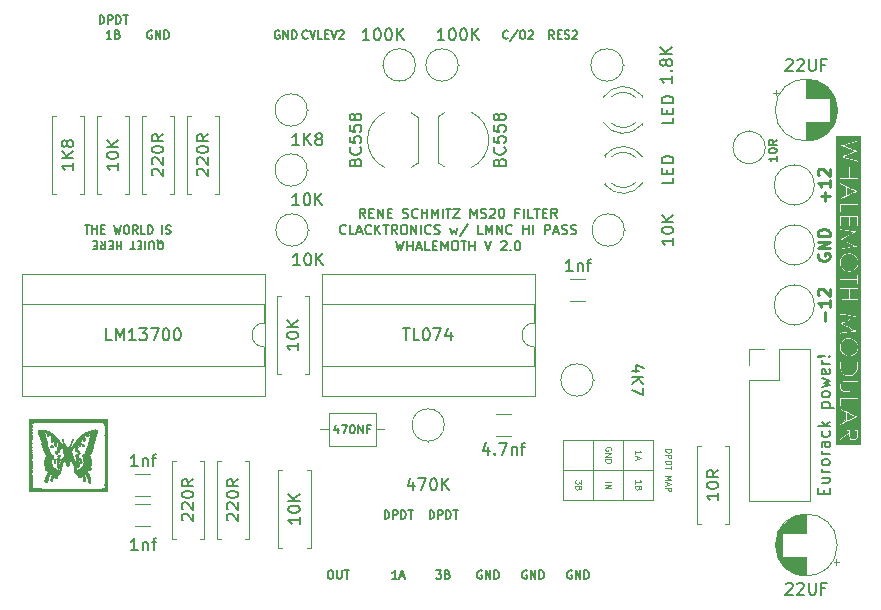
<source format=gbr>
G04 #@! TF.GenerationSoftware,KiCad,Pcbnew,(5.1.0-0)*
G04 #@! TF.CreationDate,2019-05-09T12:41:25+01:00*
G04 #@! TF.ProjectId,MS20filter,4d533230-6669-46c7-9465-722e6b696361,rev?*
G04 #@! TF.SameCoordinates,Original*
G04 #@! TF.FileFunction,Legend,Top*
G04 #@! TF.FilePolarity,Positive*
%FSLAX46Y46*%
G04 Gerber Fmt 4.6, Leading zero omitted, Abs format (unit mm)*
G04 Created by KiCad (PCBNEW (5.1.0-0)) date 2019-05-09 12:41:25*
%MOMM*%
%LPD*%
G04 APERTURE LIST*
%ADD10C,0.175000*%
%ADD11C,0.120000*%
%ADD12C,0.125000*%
%ADD13C,0.250000*%
%ADD14C,0.010000*%
%ADD15C,0.150000*%
G04 APERTURE END LIST*
D10*
X205666666Y-47876666D02*
X205733333Y-47910000D01*
X205800000Y-47976666D01*
X205900000Y-48076666D01*
X205966666Y-48110000D01*
X206033333Y-48110000D01*
X206000000Y-47943333D02*
X206066666Y-47976666D01*
X206133333Y-48043333D01*
X206166666Y-48176666D01*
X206166666Y-48410000D01*
X206133333Y-48543333D01*
X206066666Y-48610000D01*
X206000000Y-48643333D01*
X205866666Y-48643333D01*
X205800000Y-48610000D01*
X205733333Y-48543333D01*
X205700000Y-48410000D01*
X205700000Y-48176666D01*
X205733333Y-48043333D01*
X205800000Y-47976666D01*
X205866666Y-47943333D01*
X206000000Y-47943333D01*
X205400000Y-48643333D02*
X205400000Y-48076666D01*
X205366666Y-48010000D01*
X205333333Y-47976666D01*
X205266666Y-47943333D01*
X205133333Y-47943333D01*
X205066666Y-47976666D01*
X205033333Y-48010000D01*
X205000000Y-48076666D01*
X205000000Y-48643333D01*
X204666666Y-47943333D02*
X204666666Y-48643333D01*
X204333333Y-48310000D02*
X204100000Y-48310000D01*
X204000000Y-47943333D02*
X204333333Y-47943333D01*
X204333333Y-48643333D01*
X204000000Y-48643333D01*
X203800000Y-48643333D02*
X203400000Y-48643333D01*
X203600000Y-47943333D02*
X203600000Y-48643333D01*
X202633333Y-47943333D02*
X202633333Y-48643333D01*
X202633333Y-48310000D02*
X202233333Y-48310000D01*
X202233333Y-47943333D02*
X202233333Y-48643333D01*
X201900000Y-48310000D02*
X201666666Y-48310000D01*
X201566666Y-47943333D02*
X201900000Y-47943333D01*
X201900000Y-48643333D01*
X201566666Y-48643333D01*
X200866666Y-47943333D02*
X201100000Y-48276666D01*
X201266666Y-47943333D02*
X201266666Y-48643333D01*
X201000000Y-48643333D01*
X200933333Y-48610000D01*
X200900000Y-48576666D01*
X200866666Y-48510000D01*
X200866666Y-48410000D01*
X200900000Y-48343333D01*
X200933333Y-48310000D01*
X201000000Y-48276666D01*
X201266666Y-48276666D01*
X200566666Y-48310000D02*
X200333333Y-48310000D01*
X200233333Y-47943333D02*
X200566666Y-47943333D01*
X200566666Y-48643333D01*
X200233333Y-48643333D01*
X199533333Y-46606666D02*
X199933333Y-46606666D01*
X199733333Y-47306666D02*
X199733333Y-46606666D01*
X200166666Y-47306666D02*
X200166666Y-46606666D01*
X200166666Y-46940000D02*
X200566666Y-46940000D01*
X200566666Y-47306666D02*
X200566666Y-46606666D01*
X200900000Y-46940000D02*
X201133333Y-46940000D01*
X201233333Y-47306666D02*
X200900000Y-47306666D01*
X200900000Y-46606666D01*
X201233333Y-46606666D01*
X202000000Y-46606666D02*
X202166666Y-47306666D01*
X202300000Y-46806666D01*
X202433333Y-47306666D01*
X202600000Y-46606666D01*
X203000000Y-46606666D02*
X203133333Y-46606666D01*
X203200000Y-46640000D01*
X203266666Y-46706666D01*
X203300000Y-46840000D01*
X203300000Y-47073333D01*
X203266666Y-47206666D01*
X203200000Y-47273333D01*
X203133333Y-47306666D01*
X203000000Y-47306666D01*
X202933333Y-47273333D01*
X202866666Y-47206666D01*
X202833333Y-47073333D01*
X202833333Y-46840000D01*
X202866666Y-46706666D01*
X202933333Y-46640000D01*
X203000000Y-46606666D01*
X204000000Y-47306666D02*
X203766666Y-46973333D01*
X203600000Y-47306666D02*
X203600000Y-46606666D01*
X203866666Y-46606666D01*
X203933333Y-46640000D01*
X203966666Y-46673333D01*
X204000000Y-46740000D01*
X204000000Y-46840000D01*
X203966666Y-46906666D01*
X203933333Y-46940000D01*
X203866666Y-46973333D01*
X203600000Y-46973333D01*
X204633333Y-47306666D02*
X204300000Y-47306666D01*
X204300000Y-46606666D01*
X204866666Y-47306666D02*
X204866666Y-46606666D01*
X205033333Y-46606666D01*
X205133333Y-46640000D01*
X205200000Y-46706666D01*
X205233333Y-46773333D01*
X205266666Y-46906666D01*
X205266666Y-47006666D01*
X205233333Y-47140000D01*
X205200000Y-47206666D01*
X205133333Y-47273333D01*
X205033333Y-47306666D01*
X204866666Y-47306666D01*
X206100000Y-47306666D02*
X206100000Y-46606666D01*
X206400000Y-47273333D02*
X206500000Y-47306666D01*
X206666666Y-47306666D01*
X206733333Y-47273333D01*
X206766666Y-47240000D01*
X206800000Y-47173333D01*
X206800000Y-47106666D01*
X206766666Y-47040000D01*
X206733333Y-47006666D01*
X206666666Y-46973333D01*
X206533333Y-46940000D01*
X206466666Y-46906666D01*
X206433333Y-46873333D01*
X206400000Y-46806666D01*
X206400000Y-46740000D01*
X206433333Y-46673333D01*
X206466666Y-46640000D01*
X206533333Y-46606666D01*
X206700000Y-46606666D01*
X206800000Y-46640000D01*
X233146666Y-75850000D02*
X233080000Y-75816666D01*
X232980000Y-75816666D01*
X232880000Y-75850000D01*
X232813333Y-75916666D01*
X232780000Y-75983333D01*
X232746666Y-76116666D01*
X232746666Y-76216666D01*
X232780000Y-76350000D01*
X232813333Y-76416666D01*
X232880000Y-76483333D01*
X232980000Y-76516666D01*
X233046666Y-76516666D01*
X233146666Y-76483333D01*
X233180000Y-76450000D01*
X233180000Y-76216666D01*
X233046666Y-76216666D01*
X233480000Y-76516666D02*
X233480000Y-75816666D01*
X233880000Y-76516666D01*
X233880000Y-75816666D01*
X234213333Y-76516666D02*
X234213333Y-75816666D01*
X234380000Y-75816666D01*
X234480000Y-75850000D01*
X234546666Y-75916666D01*
X234580000Y-75983333D01*
X234613333Y-76116666D01*
X234613333Y-76216666D01*
X234580000Y-76350000D01*
X234546666Y-76416666D01*
X234480000Y-76483333D01*
X234380000Y-76516666D01*
X234213333Y-76516666D01*
X228720000Y-71436666D02*
X228720000Y-70736666D01*
X228886666Y-70736666D01*
X228986666Y-70770000D01*
X229053333Y-70836666D01*
X229086666Y-70903333D01*
X229120000Y-71036666D01*
X229120000Y-71136666D01*
X229086666Y-71270000D01*
X229053333Y-71336666D01*
X228986666Y-71403333D01*
X228886666Y-71436666D01*
X228720000Y-71436666D01*
X229420000Y-71436666D02*
X229420000Y-70736666D01*
X229686666Y-70736666D01*
X229753333Y-70770000D01*
X229786666Y-70803333D01*
X229820000Y-70870000D01*
X229820000Y-70970000D01*
X229786666Y-71036666D01*
X229753333Y-71070000D01*
X229686666Y-71103333D01*
X229420000Y-71103333D01*
X230120000Y-71436666D02*
X230120000Y-70736666D01*
X230286666Y-70736666D01*
X230386666Y-70770000D01*
X230453333Y-70836666D01*
X230486666Y-70903333D01*
X230520000Y-71036666D01*
X230520000Y-71136666D01*
X230486666Y-71270000D01*
X230453333Y-71336666D01*
X230386666Y-71403333D01*
X230286666Y-71436666D01*
X230120000Y-71436666D01*
X230720000Y-70736666D02*
X231120000Y-70736666D01*
X230920000Y-71436666D02*
X230920000Y-70736666D01*
X224910000Y-71436666D02*
X224910000Y-70736666D01*
X225076666Y-70736666D01*
X225176666Y-70770000D01*
X225243333Y-70836666D01*
X225276666Y-70903333D01*
X225310000Y-71036666D01*
X225310000Y-71136666D01*
X225276666Y-71270000D01*
X225243333Y-71336666D01*
X225176666Y-71403333D01*
X225076666Y-71436666D01*
X224910000Y-71436666D01*
X225610000Y-71436666D02*
X225610000Y-70736666D01*
X225876666Y-70736666D01*
X225943333Y-70770000D01*
X225976666Y-70803333D01*
X226010000Y-70870000D01*
X226010000Y-70970000D01*
X225976666Y-71036666D01*
X225943333Y-71070000D01*
X225876666Y-71103333D01*
X225610000Y-71103333D01*
X226310000Y-71436666D02*
X226310000Y-70736666D01*
X226476666Y-70736666D01*
X226576666Y-70770000D01*
X226643333Y-70836666D01*
X226676666Y-70903333D01*
X226710000Y-71036666D01*
X226710000Y-71136666D01*
X226676666Y-71270000D01*
X226643333Y-71336666D01*
X226576666Y-71403333D01*
X226476666Y-71436666D01*
X226310000Y-71436666D01*
X226910000Y-70736666D02*
X227310000Y-70736666D01*
X227110000Y-71436666D02*
X227110000Y-70736666D01*
D11*
X247650000Y-67310000D02*
X240030000Y-67310000D01*
X242570000Y-64770000D02*
X242570000Y-69850000D01*
X245110000Y-64770000D02*
X245110000Y-69850000D01*
X247650000Y-64770000D02*
X240030000Y-64770000D01*
X240030000Y-64770000D02*
X240030000Y-69850000D01*
X247650000Y-69850000D02*
X240030000Y-69850000D01*
X247650000Y-64770000D02*
X247650000Y-69850000D01*
D12*
X241573809Y-68163333D02*
X241573809Y-68472857D01*
X241383333Y-68306190D01*
X241383333Y-68377619D01*
X241359523Y-68425238D01*
X241335714Y-68449047D01*
X241288095Y-68472857D01*
X241169047Y-68472857D01*
X241121428Y-68449047D01*
X241097619Y-68425238D01*
X241073809Y-68377619D01*
X241073809Y-68234761D01*
X241097619Y-68187142D01*
X241121428Y-68163333D01*
X241335714Y-68853809D02*
X241311904Y-68925238D01*
X241288095Y-68949047D01*
X241240476Y-68972857D01*
X241169047Y-68972857D01*
X241121428Y-68949047D01*
X241097619Y-68925238D01*
X241073809Y-68877619D01*
X241073809Y-68687142D01*
X241573809Y-68687142D01*
X241573809Y-68853809D01*
X241550000Y-68901428D01*
X241526190Y-68925238D01*
X241478571Y-68949047D01*
X241430952Y-68949047D01*
X241383333Y-68925238D01*
X241359523Y-68901428D01*
X241335714Y-68853809D01*
X241335714Y-68687142D01*
X243613809Y-68318095D02*
X244113809Y-68318095D01*
X243613809Y-68556190D02*
X244113809Y-68556190D01*
X243613809Y-68841904D01*
X244113809Y-68841904D01*
X244090000Y-65659047D02*
X244113809Y-65611428D01*
X244113809Y-65540000D01*
X244090000Y-65468571D01*
X244042380Y-65420952D01*
X243994761Y-65397142D01*
X243899523Y-65373333D01*
X243828095Y-65373333D01*
X243732857Y-65397142D01*
X243685238Y-65420952D01*
X243637619Y-65468571D01*
X243613809Y-65540000D01*
X243613809Y-65587619D01*
X243637619Y-65659047D01*
X243661428Y-65682857D01*
X243828095Y-65682857D01*
X243828095Y-65587619D01*
X243613809Y-65897142D02*
X244113809Y-65897142D01*
X243613809Y-66182857D01*
X244113809Y-66182857D01*
X243613809Y-66420952D02*
X244113809Y-66420952D01*
X244113809Y-66540000D01*
X244090000Y-66611428D01*
X244042380Y-66659047D01*
X243994761Y-66682857D01*
X243899523Y-66706666D01*
X243828095Y-66706666D01*
X243732857Y-66682857D01*
X243685238Y-66659047D01*
X243637619Y-66611428D01*
X243613809Y-66540000D01*
X243613809Y-66420952D01*
X246153809Y-68472857D02*
X246153809Y-68187142D01*
X246153809Y-68330000D02*
X246653809Y-68330000D01*
X246582380Y-68282380D01*
X246534761Y-68234761D01*
X246510952Y-68187142D01*
X246415714Y-68853809D02*
X246391904Y-68925238D01*
X246368095Y-68949047D01*
X246320476Y-68972857D01*
X246249047Y-68972857D01*
X246201428Y-68949047D01*
X246177619Y-68925238D01*
X246153809Y-68877619D01*
X246153809Y-68687142D01*
X246653809Y-68687142D01*
X246653809Y-68853809D01*
X246630000Y-68901428D01*
X246606190Y-68925238D01*
X246558571Y-68949047D01*
X246510952Y-68949047D01*
X246463333Y-68925238D01*
X246439523Y-68901428D01*
X246415714Y-68853809D01*
X246415714Y-68687142D01*
X246153809Y-65968571D02*
X246153809Y-65682857D01*
X246153809Y-65825714D02*
X246653809Y-65825714D01*
X246582380Y-65778095D01*
X246534761Y-65730476D01*
X246510952Y-65682857D01*
X246296666Y-66159047D02*
X246296666Y-66397142D01*
X246153809Y-66111428D02*
X246653809Y-66278095D01*
X246153809Y-66444761D01*
X248693809Y-65548095D02*
X249193809Y-65548095D01*
X249193809Y-65667142D01*
X249170000Y-65738571D01*
X249122380Y-65786190D01*
X249074761Y-65810000D01*
X248979523Y-65833809D01*
X248908095Y-65833809D01*
X248812857Y-65810000D01*
X248765238Y-65786190D01*
X248717619Y-65738571D01*
X248693809Y-65667142D01*
X248693809Y-65548095D01*
X248693809Y-66048095D02*
X249193809Y-66048095D01*
X249193809Y-66238571D01*
X249170000Y-66286190D01*
X249146190Y-66310000D01*
X249098571Y-66333809D01*
X249027142Y-66333809D01*
X248979523Y-66310000D01*
X248955714Y-66286190D01*
X248931904Y-66238571D01*
X248931904Y-66048095D01*
X248693809Y-66548095D02*
X249193809Y-66548095D01*
X249193809Y-66667142D01*
X249170000Y-66738571D01*
X249122380Y-66786190D01*
X249074761Y-66810000D01*
X248979523Y-66833809D01*
X248908095Y-66833809D01*
X248812857Y-66810000D01*
X248765238Y-66786190D01*
X248717619Y-66738571D01*
X248693809Y-66667142D01*
X248693809Y-66548095D01*
X249193809Y-66976666D02*
X249193809Y-67262380D01*
X248693809Y-67119523D02*
X249193809Y-67119523D01*
X248693809Y-67810000D02*
X249193809Y-67810000D01*
X248836666Y-67976666D01*
X249193809Y-68143333D01*
X248693809Y-68143333D01*
X248836666Y-68357619D02*
X248836666Y-68595714D01*
X248693809Y-68310000D02*
X249193809Y-68476666D01*
X248693809Y-68643333D01*
X248693809Y-68810000D02*
X249193809Y-68810000D01*
X249193809Y-69000476D01*
X249170000Y-69048095D01*
X249146190Y-69071904D01*
X249098571Y-69095714D01*
X249027142Y-69095714D01*
X248979523Y-69071904D01*
X248955714Y-69048095D01*
X248931904Y-69000476D01*
X248931904Y-68810000D01*
D10*
X223273333Y-45976904D02*
X223006666Y-45595952D01*
X222816190Y-45976904D02*
X222816190Y-45176904D01*
X223120952Y-45176904D01*
X223197142Y-45215000D01*
X223235238Y-45253095D01*
X223273333Y-45329285D01*
X223273333Y-45443571D01*
X223235238Y-45519761D01*
X223197142Y-45557857D01*
X223120952Y-45595952D01*
X222816190Y-45595952D01*
X223616190Y-45557857D02*
X223882857Y-45557857D01*
X223997142Y-45976904D02*
X223616190Y-45976904D01*
X223616190Y-45176904D01*
X223997142Y-45176904D01*
X224340000Y-45976904D02*
X224340000Y-45176904D01*
X224797142Y-45976904D01*
X224797142Y-45176904D01*
X225178095Y-45557857D02*
X225444761Y-45557857D01*
X225559047Y-45976904D02*
X225178095Y-45976904D01*
X225178095Y-45176904D01*
X225559047Y-45176904D01*
X226473333Y-45938809D02*
X226587619Y-45976904D01*
X226778095Y-45976904D01*
X226854285Y-45938809D01*
X226892380Y-45900714D01*
X226930476Y-45824523D01*
X226930476Y-45748333D01*
X226892380Y-45672142D01*
X226854285Y-45634047D01*
X226778095Y-45595952D01*
X226625714Y-45557857D01*
X226549523Y-45519761D01*
X226511428Y-45481666D01*
X226473333Y-45405476D01*
X226473333Y-45329285D01*
X226511428Y-45253095D01*
X226549523Y-45215000D01*
X226625714Y-45176904D01*
X226816190Y-45176904D01*
X226930476Y-45215000D01*
X227730476Y-45900714D02*
X227692380Y-45938809D01*
X227578095Y-45976904D01*
X227501904Y-45976904D01*
X227387619Y-45938809D01*
X227311428Y-45862619D01*
X227273333Y-45786428D01*
X227235238Y-45634047D01*
X227235238Y-45519761D01*
X227273333Y-45367380D01*
X227311428Y-45291190D01*
X227387619Y-45215000D01*
X227501904Y-45176904D01*
X227578095Y-45176904D01*
X227692380Y-45215000D01*
X227730476Y-45253095D01*
X228073333Y-45976904D02*
X228073333Y-45176904D01*
X228073333Y-45557857D02*
X228530476Y-45557857D01*
X228530476Y-45976904D02*
X228530476Y-45176904D01*
X228911428Y-45976904D02*
X228911428Y-45176904D01*
X229178095Y-45748333D01*
X229444761Y-45176904D01*
X229444761Y-45976904D01*
X229825714Y-45976904D02*
X229825714Y-45176904D01*
X230092380Y-45176904D02*
X230549523Y-45176904D01*
X230320952Y-45976904D02*
X230320952Y-45176904D01*
X230740000Y-45176904D02*
X231273333Y-45176904D01*
X230740000Y-45976904D01*
X231273333Y-45976904D01*
X232187619Y-45976904D02*
X232187619Y-45176904D01*
X232454285Y-45748333D01*
X232720952Y-45176904D01*
X232720952Y-45976904D01*
X233063809Y-45938809D02*
X233178095Y-45976904D01*
X233368571Y-45976904D01*
X233444761Y-45938809D01*
X233482857Y-45900714D01*
X233520952Y-45824523D01*
X233520952Y-45748333D01*
X233482857Y-45672142D01*
X233444761Y-45634047D01*
X233368571Y-45595952D01*
X233216190Y-45557857D01*
X233140000Y-45519761D01*
X233101904Y-45481666D01*
X233063809Y-45405476D01*
X233063809Y-45329285D01*
X233101904Y-45253095D01*
X233140000Y-45215000D01*
X233216190Y-45176904D01*
X233406666Y-45176904D01*
X233520952Y-45215000D01*
X233825714Y-45253095D02*
X233863809Y-45215000D01*
X233940000Y-45176904D01*
X234130476Y-45176904D01*
X234206666Y-45215000D01*
X234244761Y-45253095D01*
X234282857Y-45329285D01*
X234282857Y-45405476D01*
X234244761Y-45519761D01*
X233787619Y-45976904D01*
X234282857Y-45976904D01*
X234778095Y-45176904D02*
X234854285Y-45176904D01*
X234930476Y-45215000D01*
X234968571Y-45253095D01*
X235006666Y-45329285D01*
X235044761Y-45481666D01*
X235044761Y-45672142D01*
X235006666Y-45824523D01*
X234968571Y-45900714D01*
X234930476Y-45938809D01*
X234854285Y-45976904D01*
X234778095Y-45976904D01*
X234701904Y-45938809D01*
X234663809Y-45900714D01*
X234625714Y-45824523D01*
X234587619Y-45672142D01*
X234587619Y-45481666D01*
X234625714Y-45329285D01*
X234663809Y-45253095D01*
X234701904Y-45215000D01*
X234778095Y-45176904D01*
X236263809Y-45557857D02*
X235997142Y-45557857D01*
X235997142Y-45976904D02*
X235997142Y-45176904D01*
X236378095Y-45176904D01*
X236682857Y-45976904D02*
X236682857Y-45176904D01*
X237444761Y-45976904D02*
X237063809Y-45976904D01*
X237063809Y-45176904D01*
X237597142Y-45176904D02*
X238054285Y-45176904D01*
X237825714Y-45976904D02*
X237825714Y-45176904D01*
X238320952Y-45557857D02*
X238587619Y-45557857D01*
X238701904Y-45976904D02*
X238320952Y-45976904D01*
X238320952Y-45176904D01*
X238701904Y-45176904D01*
X239501904Y-45976904D02*
X239235238Y-45595952D01*
X239044761Y-45976904D02*
X239044761Y-45176904D01*
X239349523Y-45176904D01*
X239425714Y-45215000D01*
X239463809Y-45253095D01*
X239501904Y-45329285D01*
X239501904Y-45443571D01*
X239463809Y-45519761D01*
X239425714Y-45557857D01*
X239349523Y-45595952D01*
X239044761Y-45595952D01*
X221635238Y-47275714D02*
X221597142Y-47313809D01*
X221482857Y-47351904D01*
X221406666Y-47351904D01*
X221292380Y-47313809D01*
X221216190Y-47237619D01*
X221178095Y-47161428D01*
X221140000Y-47009047D01*
X221140000Y-46894761D01*
X221178095Y-46742380D01*
X221216190Y-46666190D01*
X221292380Y-46590000D01*
X221406666Y-46551904D01*
X221482857Y-46551904D01*
X221597142Y-46590000D01*
X221635238Y-46628095D01*
X222359047Y-47351904D02*
X221978095Y-47351904D01*
X221978095Y-46551904D01*
X222587619Y-47123333D02*
X222968571Y-47123333D01*
X222511428Y-47351904D02*
X222778095Y-46551904D01*
X223044761Y-47351904D01*
X223768571Y-47275714D02*
X223730476Y-47313809D01*
X223616190Y-47351904D01*
X223540000Y-47351904D01*
X223425714Y-47313809D01*
X223349523Y-47237619D01*
X223311428Y-47161428D01*
X223273333Y-47009047D01*
X223273333Y-46894761D01*
X223311428Y-46742380D01*
X223349523Y-46666190D01*
X223425714Y-46590000D01*
X223540000Y-46551904D01*
X223616190Y-46551904D01*
X223730476Y-46590000D01*
X223768571Y-46628095D01*
X224111428Y-47351904D02*
X224111428Y-46551904D01*
X224568571Y-47351904D02*
X224225714Y-46894761D01*
X224568571Y-46551904D02*
X224111428Y-47009047D01*
X224797142Y-46551904D02*
X225254285Y-46551904D01*
X225025714Y-47351904D02*
X225025714Y-46551904D01*
X225978095Y-47351904D02*
X225711428Y-46970952D01*
X225520952Y-47351904D02*
X225520952Y-46551904D01*
X225825714Y-46551904D01*
X225901904Y-46590000D01*
X225940000Y-46628095D01*
X225978095Y-46704285D01*
X225978095Y-46818571D01*
X225940000Y-46894761D01*
X225901904Y-46932857D01*
X225825714Y-46970952D01*
X225520952Y-46970952D01*
X226473333Y-46551904D02*
X226625714Y-46551904D01*
X226701904Y-46590000D01*
X226778095Y-46666190D01*
X226816190Y-46818571D01*
X226816190Y-47085238D01*
X226778095Y-47237619D01*
X226701904Y-47313809D01*
X226625714Y-47351904D01*
X226473333Y-47351904D01*
X226397142Y-47313809D01*
X226320952Y-47237619D01*
X226282857Y-47085238D01*
X226282857Y-46818571D01*
X226320952Y-46666190D01*
X226397142Y-46590000D01*
X226473333Y-46551904D01*
X227159047Y-47351904D02*
X227159047Y-46551904D01*
X227616190Y-47351904D01*
X227616190Y-46551904D01*
X227997142Y-47351904D02*
X227997142Y-46551904D01*
X228835238Y-47275714D02*
X228797142Y-47313809D01*
X228682857Y-47351904D01*
X228606666Y-47351904D01*
X228492380Y-47313809D01*
X228416190Y-47237619D01*
X228378095Y-47161428D01*
X228340000Y-47009047D01*
X228340000Y-46894761D01*
X228378095Y-46742380D01*
X228416190Y-46666190D01*
X228492380Y-46590000D01*
X228606666Y-46551904D01*
X228682857Y-46551904D01*
X228797142Y-46590000D01*
X228835238Y-46628095D01*
X229140000Y-47313809D02*
X229254285Y-47351904D01*
X229444761Y-47351904D01*
X229520952Y-47313809D01*
X229559047Y-47275714D01*
X229597142Y-47199523D01*
X229597142Y-47123333D01*
X229559047Y-47047142D01*
X229520952Y-47009047D01*
X229444761Y-46970952D01*
X229292380Y-46932857D01*
X229216190Y-46894761D01*
X229178095Y-46856666D01*
X229140000Y-46780476D01*
X229140000Y-46704285D01*
X229178095Y-46628095D01*
X229216190Y-46590000D01*
X229292380Y-46551904D01*
X229482857Y-46551904D01*
X229597142Y-46590000D01*
X230473333Y-46818571D02*
X230625714Y-47351904D01*
X230778095Y-46970952D01*
X230930476Y-47351904D01*
X231082857Y-46818571D01*
X231959047Y-46513809D02*
X231273333Y-47542380D01*
X233216190Y-47351904D02*
X232835238Y-47351904D01*
X232835238Y-46551904D01*
X233482857Y-47351904D02*
X233482857Y-46551904D01*
X233749523Y-47123333D01*
X234016190Y-46551904D01*
X234016190Y-47351904D01*
X234397142Y-47351904D02*
X234397142Y-46551904D01*
X234854285Y-47351904D01*
X234854285Y-46551904D01*
X235692380Y-47275714D02*
X235654285Y-47313809D01*
X235540000Y-47351904D01*
X235463809Y-47351904D01*
X235349523Y-47313809D01*
X235273333Y-47237619D01*
X235235238Y-47161428D01*
X235197142Y-47009047D01*
X235197142Y-46894761D01*
X235235238Y-46742380D01*
X235273333Y-46666190D01*
X235349523Y-46590000D01*
X235463809Y-46551904D01*
X235540000Y-46551904D01*
X235654285Y-46590000D01*
X235692380Y-46628095D01*
X236644761Y-47351904D02*
X236644761Y-46551904D01*
X236644761Y-46932857D02*
X237101904Y-46932857D01*
X237101904Y-47351904D02*
X237101904Y-46551904D01*
X237482857Y-47351904D02*
X237482857Y-46551904D01*
X238473333Y-47351904D02*
X238473333Y-46551904D01*
X238778095Y-46551904D01*
X238854285Y-46590000D01*
X238892380Y-46628095D01*
X238930476Y-46704285D01*
X238930476Y-46818571D01*
X238892380Y-46894761D01*
X238854285Y-46932857D01*
X238778095Y-46970952D01*
X238473333Y-46970952D01*
X239235238Y-47123333D02*
X239616190Y-47123333D01*
X239159047Y-47351904D02*
X239425714Y-46551904D01*
X239692380Y-47351904D01*
X239920952Y-47313809D02*
X240035238Y-47351904D01*
X240225714Y-47351904D01*
X240301904Y-47313809D01*
X240340000Y-47275714D01*
X240378095Y-47199523D01*
X240378095Y-47123333D01*
X240340000Y-47047142D01*
X240301904Y-47009047D01*
X240225714Y-46970952D01*
X240073333Y-46932857D01*
X239997142Y-46894761D01*
X239959047Y-46856666D01*
X239920952Y-46780476D01*
X239920952Y-46704285D01*
X239959047Y-46628095D01*
X239997142Y-46590000D01*
X240073333Y-46551904D01*
X240263809Y-46551904D01*
X240378095Y-46590000D01*
X240682857Y-47313809D02*
X240797142Y-47351904D01*
X240987619Y-47351904D01*
X241063809Y-47313809D01*
X241101904Y-47275714D01*
X241140000Y-47199523D01*
X241140000Y-47123333D01*
X241101904Y-47047142D01*
X241063809Y-47009047D01*
X240987619Y-46970952D01*
X240835238Y-46932857D01*
X240759047Y-46894761D01*
X240720952Y-46856666D01*
X240682857Y-46780476D01*
X240682857Y-46704285D01*
X240720952Y-46628095D01*
X240759047Y-46590000D01*
X240835238Y-46551904D01*
X241025714Y-46551904D01*
X241140000Y-46590000D01*
X225844761Y-47926904D02*
X226035238Y-48726904D01*
X226187619Y-48155476D01*
X226340000Y-48726904D01*
X226530476Y-47926904D01*
X226835238Y-48726904D02*
X226835238Y-47926904D01*
X226835238Y-48307857D02*
X227292380Y-48307857D01*
X227292380Y-48726904D02*
X227292380Y-47926904D01*
X227635238Y-48498333D02*
X228016190Y-48498333D01*
X227559047Y-48726904D02*
X227825714Y-47926904D01*
X228092380Y-48726904D01*
X228740000Y-48726904D02*
X228359047Y-48726904D01*
X228359047Y-47926904D01*
X229006666Y-48307857D02*
X229273333Y-48307857D01*
X229387619Y-48726904D02*
X229006666Y-48726904D01*
X229006666Y-47926904D01*
X229387619Y-47926904D01*
X229730476Y-48726904D02*
X229730476Y-47926904D01*
X229997142Y-48498333D01*
X230263809Y-47926904D01*
X230263809Y-48726904D01*
X230797142Y-47926904D02*
X230949523Y-47926904D01*
X231025714Y-47965000D01*
X231101904Y-48041190D01*
X231140000Y-48193571D01*
X231140000Y-48460238D01*
X231101904Y-48612619D01*
X231025714Y-48688809D01*
X230949523Y-48726904D01*
X230797142Y-48726904D01*
X230720952Y-48688809D01*
X230644761Y-48612619D01*
X230606666Y-48460238D01*
X230606666Y-48193571D01*
X230644761Y-48041190D01*
X230720952Y-47965000D01*
X230797142Y-47926904D01*
X231368571Y-47926904D02*
X231825714Y-47926904D01*
X231597142Y-48726904D02*
X231597142Y-47926904D01*
X232092380Y-48726904D02*
X232092380Y-47926904D01*
X232092380Y-48307857D02*
X232549523Y-48307857D01*
X232549523Y-48726904D02*
X232549523Y-47926904D01*
X233425714Y-47926904D02*
X233692380Y-48726904D01*
X233959047Y-47926904D01*
X234797142Y-48003095D02*
X234835238Y-47965000D01*
X234911428Y-47926904D01*
X235101904Y-47926904D01*
X235178095Y-47965000D01*
X235216190Y-48003095D01*
X235254285Y-48079285D01*
X235254285Y-48155476D01*
X235216190Y-48269761D01*
X234759047Y-48726904D01*
X235254285Y-48726904D01*
X235597142Y-48650714D02*
X235635238Y-48688809D01*
X235597142Y-48726904D01*
X235559047Y-48688809D01*
X235597142Y-48650714D01*
X235597142Y-48726904D01*
X236130476Y-47926904D02*
X236206666Y-47926904D01*
X236282857Y-47965000D01*
X236320952Y-48003095D01*
X236359047Y-48079285D01*
X236397142Y-48231666D01*
X236397142Y-48422142D01*
X236359047Y-48574523D01*
X236320952Y-48650714D01*
X236282857Y-48688809D01*
X236206666Y-48726904D01*
X236130476Y-48726904D01*
X236054285Y-48688809D01*
X236016190Y-48650714D01*
X235978095Y-48574523D01*
X235940000Y-48422142D01*
X235940000Y-48231666D01*
X235978095Y-48079285D01*
X236016190Y-48003095D01*
X236054285Y-47965000D01*
X236130476Y-47926904D01*
X200780000Y-29526666D02*
X200780000Y-28826666D01*
X200946666Y-28826666D01*
X201046666Y-28860000D01*
X201113333Y-28926666D01*
X201146666Y-28993333D01*
X201180000Y-29126666D01*
X201180000Y-29226666D01*
X201146666Y-29360000D01*
X201113333Y-29426666D01*
X201046666Y-29493333D01*
X200946666Y-29526666D01*
X200780000Y-29526666D01*
X201480000Y-29526666D02*
X201480000Y-28826666D01*
X201746666Y-28826666D01*
X201813333Y-28860000D01*
X201846666Y-28893333D01*
X201880000Y-28960000D01*
X201880000Y-29060000D01*
X201846666Y-29126666D01*
X201813333Y-29160000D01*
X201746666Y-29193333D01*
X201480000Y-29193333D01*
X202180000Y-29526666D02*
X202180000Y-28826666D01*
X202346666Y-28826666D01*
X202446666Y-28860000D01*
X202513333Y-28926666D01*
X202546666Y-28993333D01*
X202580000Y-29126666D01*
X202580000Y-29226666D01*
X202546666Y-29360000D01*
X202513333Y-29426666D01*
X202446666Y-29493333D01*
X202346666Y-29526666D01*
X202180000Y-29526666D01*
X202780000Y-28826666D02*
X203180000Y-28826666D01*
X202980000Y-29526666D02*
X202980000Y-28826666D01*
D13*
X262221428Y-54673333D02*
X262221428Y-53911428D01*
X262602380Y-52911428D02*
X262602380Y-53482857D01*
X262602380Y-53197142D02*
X261602380Y-53197142D01*
X261745238Y-53292380D01*
X261840476Y-53387619D01*
X261888095Y-53482857D01*
X261697619Y-52530476D02*
X261650000Y-52482857D01*
X261602380Y-52387619D01*
X261602380Y-52149523D01*
X261650000Y-52054285D01*
X261697619Y-52006666D01*
X261792857Y-51959047D01*
X261888095Y-51959047D01*
X262030952Y-52006666D01*
X262602380Y-52578095D01*
X262602380Y-51959047D01*
X261650000Y-49021904D02*
X261602380Y-49117142D01*
X261602380Y-49260000D01*
X261650000Y-49402857D01*
X261745238Y-49498095D01*
X261840476Y-49545714D01*
X262030952Y-49593333D01*
X262173809Y-49593333D01*
X262364285Y-49545714D01*
X262459523Y-49498095D01*
X262554761Y-49402857D01*
X262602380Y-49260000D01*
X262602380Y-49164761D01*
X262554761Y-49021904D01*
X262507142Y-48974285D01*
X262173809Y-48974285D01*
X262173809Y-49164761D01*
X262602380Y-48545714D02*
X261602380Y-48545714D01*
X262602380Y-47974285D01*
X261602380Y-47974285D01*
X262602380Y-47498095D02*
X261602380Y-47498095D01*
X261602380Y-47260000D01*
X261650000Y-47117142D01*
X261745238Y-47021904D01*
X261840476Y-46974285D01*
X262030952Y-46926666D01*
X262173809Y-46926666D01*
X262364285Y-46974285D01*
X262459523Y-47021904D01*
X262554761Y-47117142D01*
X262602380Y-47260000D01*
X262602380Y-47498095D01*
X262221428Y-44513333D02*
X262221428Y-43751428D01*
X262602380Y-44132380D02*
X261840476Y-44132380D01*
X262602380Y-42751428D02*
X262602380Y-43322857D01*
X262602380Y-43037142D02*
X261602380Y-43037142D01*
X261745238Y-43132380D01*
X261840476Y-43227619D01*
X261888095Y-43322857D01*
X261697619Y-42370476D02*
X261650000Y-42322857D01*
X261602380Y-42227619D01*
X261602380Y-41989523D01*
X261650000Y-41894285D01*
X261697619Y-41846666D01*
X261792857Y-41799047D01*
X261888095Y-41799047D01*
X262030952Y-41846666D01*
X262602380Y-42418095D01*
X262602380Y-41799047D01*
D11*
X255778000Y-38635000D02*
X255778000Y-38565000D01*
X257148000Y-40005000D02*
G75*
G03X257148000Y-40005000I-1370000J0D01*
G01*
X224900000Y-63881000D02*
X224210000Y-63881000D01*
X219480000Y-63881000D02*
X220170000Y-63881000D01*
X224210000Y-62461000D02*
X220170000Y-62461000D01*
X224210000Y-65301000D02*
X224210000Y-62461000D01*
X220170000Y-65301000D02*
X224210000Y-65301000D01*
X220170000Y-62461000D02*
X220170000Y-65301000D01*
X203821000Y-72040000D02*
X205079000Y-72040000D01*
X203821000Y-70200000D02*
X205079000Y-70200000D01*
D14*
G36*
X264838922Y-64220283D02*
G01*
X264834734Y-64354965D01*
X264822799Y-64452535D01*
X264799772Y-64521855D01*
X264762308Y-64571784D01*
X264707060Y-64611183D01*
X264687300Y-64621870D01*
X264594861Y-64647274D01*
X264497452Y-64638426D01*
X264414242Y-64597375D01*
X264407950Y-64592033D01*
X264357765Y-64532083D01*
X264324253Y-64452295D01*
X264305256Y-64344566D01*
X264298615Y-64200793D01*
X264298546Y-64181191D01*
X264298546Y-63960353D01*
X264569864Y-63966858D01*
X264841182Y-63973364D01*
X264838922Y-64220283D01*
X264838922Y-64220283D01*
G37*
X264838922Y-64220283D02*
X264834734Y-64354965D01*
X264822799Y-64452535D01*
X264799772Y-64521855D01*
X264762308Y-64571784D01*
X264707060Y-64611183D01*
X264687300Y-64621870D01*
X264594861Y-64647274D01*
X264497452Y-64638426D01*
X264414242Y-64597375D01*
X264407950Y-64592033D01*
X264357765Y-64532083D01*
X264324253Y-64452295D01*
X264305256Y-64344566D01*
X264298615Y-64200793D01*
X264298546Y-64181191D01*
X264298546Y-63960353D01*
X264569864Y-63966858D01*
X264841182Y-63973364D01*
X264838922Y-64220283D01*
G36*
X264624787Y-62784621D02*
G01*
X264576991Y-62812509D01*
X264505416Y-62850400D01*
X264419228Y-62893823D01*
X264327596Y-62938303D01*
X264239685Y-62979368D01*
X264164665Y-63012544D01*
X264111702Y-63033360D01*
X264092470Y-63038182D01*
X264082479Y-63016993D01*
X264074904Y-62960919D01*
X264069858Y-62881198D01*
X264067456Y-62789071D01*
X264067813Y-62695775D01*
X264071043Y-62612551D01*
X264077261Y-62550637D01*
X264086580Y-62521273D01*
X264087201Y-62520816D01*
X264112427Y-62526476D01*
X264169376Y-62548080D01*
X264248319Y-62581219D01*
X264339524Y-62621481D01*
X264433263Y-62664456D01*
X264519803Y-62705735D01*
X264589415Y-62740906D01*
X264632369Y-62765559D01*
X264639635Y-62771210D01*
X264624787Y-62784621D01*
X264624787Y-62784621D01*
G37*
X264624787Y-62784621D02*
X264576991Y-62812509D01*
X264505416Y-62850400D01*
X264419228Y-62893823D01*
X264327596Y-62938303D01*
X264239685Y-62979368D01*
X264164665Y-63012544D01*
X264111702Y-63033360D01*
X264092470Y-63038182D01*
X264082479Y-63016993D01*
X264074904Y-62960919D01*
X264069858Y-62881198D01*
X264067456Y-62789071D01*
X264067813Y-62695775D01*
X264071043Y-62612551D01*
X264077261Y-62550637D01*
X264086580Y-62521273D01*
X264087201Y-62520816D01*
X264112427Y-62526476D01*
X264169376Y-62548080D01*
X264248319Y-62581219D01*
X264339524Y-62621481D01*
X264433263Y-62664456D01*
X264519803Y-62705735D01*
X264589415Y-62740906D01*
X264632369Y-62765559D01*
X264639635Y-62771210D01*
X264624787Y-62784621D01*
G36*
X264844459Y-58439558D02*
G01*
X264828515Y-58619543D01*
X264803712Y-58761801D01*
X264767878Y-58874301D01*
X264718842Y-58965010D01*
X264691283Y-59001578D01*
X264581073Y-59100394D01*
X264443658Y-59170174D01*
X264289153Y-59209082D01*
X264127674Y-59215282D01*
X263969338Y-59186939D01*
X263874328Y-59149825D01*
X263764957Y-59084241D01*
X263682074Y-59004255D01*
X263622897Y-58903694D01*
X263584646Y-58776381D01*
X263564539Y-58616140D01*
X263559637Y-58450967D01*
X263559637Y-58189091D01*
X264859671Y-58189091D01*
X264844459Y-58439558D01*
X264844459Y-58439558D01*
G37*
X264844459Y-58439558D02*
X264828515Y-58619543D01*
X264803712Y-58761801D01*
X264767878Y-58874301D01*
X264718842Y-58965010D01*
X264691283Y-59001578D01*
X264581073Y-59100394D01*
X264443658Y-59170174D01*
X264289153Y-59209082D01*
X264127674Y-59215282D01*
X263969338Y-59186939D01*
X263874328Y-59149825D01*
X263764957Y-59084241D01*
X263682074Y-59004255D01*
X263622897Y-58903694D01*
X263584646Y-58776381D01*
X263564539Y-58616140D01*
X263559637Y-58450967D01*
X263559637Y-58189091D01*
X264859671Y-58189091D01*
X264844459Y-58439558D01*
G36*
X264624787Y-43688439D02*
G01*
X264576991Y-43716327D01*
X264505416Y-43754219D01*
X264419228Y-43797641D01*
X264327596Y-43842121D01*
X264239685Y-43883186D01*
X264164665Y-43916362D01*
X264111702Y-43937178D01*
X264092470Y-43942000D01*
X264082479Y-43920811D01*
X264074904Y-43864737D01*
X264069858Y-43785016D01*
X264067456Y-43692889D01*
X264067813Y-43599593D01*
X264071043Y-43516369D01*
X264077261Y-43454456D01*
X264086580Y-43425092D01*
X264087201Y-43424634D01*
X264112427Y-43430294D01*
X264169376Y-43451898D01*
X264248319Y-43485037D01*
X264339524Y-43525299D01*
X264433263Y-43568274D01*
X264519803Y-43609553D01*
X264589415Y-43644724D01*
X264632369Y-43669378D01*
X264639635Y-43675028D01*
X264624787Y-43688439D01*
X264624787Y-43688439D01*
G37*
X264624787Y-43688439D02*
X264576991Y-43716327D01*
X264505416Y-43754219D01*
X264419228Y-43797641D01*
X264327596Y-43842121D01*
X264239685Y-43883186D01*
X264164665Y-43916362D01*
X264111702Y-43937178D01*
X264092470Y-43942000D01*
X264082479Y-43920811D01*
X264074904Y-43864737D01*
X264069858Y-43785016D01*
X264067456Y-43692889D01*
X264067813Y-43599593D01*
X264071043Y-43516369D01*
X264077261Y-43454456D01*
X264086580Y-43425092D01*
X264087201Y-43424634D01*
X264112427Y-43430294D01*
X264169376Y-43451898D01*
X264248319Y-43485037D01*
X264339524Y-43525299D01*
X264433263Y-43568274D01*
X264519803Y-43609553D01*
X264589415Y-43644724D01*
X264632369Y-43669378D01*
X264639635Y-43675028D01*
X264624787Y-43688439D01*
G36*
X264839962Y-57086899D02*
G01*
X264804968Y-57168954D01*
X264706956Y-57319674D01*
X264583587Y-57432039D01*
X264436668Y-57505039D01*
X264268006Y-57537667D01*
X264145834Y-57536610D01*
X263970052Y-57501412D01*
X263817445Y-57428419D01*
X263692137Y-57321743D01*
X263598253Y-57185497D01*
X263539917Y-57023791D01*
X263523704Y-56916367D01*
X263522387Y-56793584D01*
X263542599Y-56686617D01*
X263554731Y-56649677D01*
X263634749Y-56485046D01*
X263743368Y-56356519D01*
X263879218Y-56265067D01*
X264040931Y-56211657D01*
X264194540Y-56196909D01*
X264367743Y-56216410D01*
X264521592Y-56273403D01*
X264652548Y-56362250D01*
X264757068Y-56477310D01*
X264831611Y-56612945D01*
X264872635Y-56763514D01*
X264876599Y-56923378D01*
X264839962Y-57086899D01*
X264839962Y-57086899D01*
G37*
X264839962Y-57086899D02*
X264804968Y-57168954D01*
X264706956Y-57319674D01*
X264583587Y-57432039D01*
X264436668Y-57505039D01*
X264268006Y-57537667D01*
X264145834Y-57536610D01*
X263970052Y-57501412D01*
X263817445Y-57428419D01*
X263692137Y-57321743D01*
X263598253Y-57185497D01*
X263539917Y-57023791D01*
X263523704Y-56916367D01*
X263522387Y-56793584D01*
X263542599Y-56686617D01*
X263554731Y-56649677D01*
X263634749Y-56485046D01*
X263743368Y-56356519D01*
X263879218Y-56265067D01*
X264040931Y-56211657D01*
X264194540Y-56196909D01*
X264367743Y-56216410D01*
X264521592Y-56273403D01*
X264652548Y-56362250D01*
X264757068Y-56477310D01*
X264831611Y-56612945D01*
X264872635Y-56763514D01*
X264876599Y-56923378D01*
X264839962Y-57086899D01*
G36*
X264839962Y-49928717D02*
G01*
X264804968Y-50010773D01*
X264706956Y-50161493D01*
X264583587Y-50273857D01*
X264436668Y-50346857D01*
X264268006Y-50379485D01*
X264145834Y-50378428D01*
X263970052Y-50343230D01*
X263817445Y-50270237D01*
X263692137Y-50163561D01*
X263598253Y-50027315D01*
X263539917Y-49865610D01*
X263523704Y-49758185D01*
X263522387Y-49635402D01*
X263542599Y-49528435D01*
X263554731Y-49491495D01*
X263634749Y-49326864D01*
X263743368Y-49198338D01*
X263879218Y-49106885D01*
X264040931Y-49053475D01*
X264194540Y-49038727D01*
X264367743Y-49058228D01*
X264521592Y-49115221D01*
X264652548Y-49204068D01*
X264757068Y-49319129D01*
X264831611Y-49454763D01*
X264872635Y-49605332D01*
X264876599Y-49765197D01*
X264839962Y-49928717D01*
X264839962Y-49928717D01*
G37*
X264839962Y-49928717D02*
X264804968Y-50010773D01*
X264706956Y-50161493D01*
X264583587Y-50273857D01*
X264436668Y-50346857D01*
X264268006Y-50379485D01*
X264145834Y-50378428D01*
X263970052Y-50343230D01*
X263817445Y-50270237D01*
X263692137Y-50163561D01*
X263598253Y-50027315D01*
X263539917Y-49865610D01*
X263523704Y-49758185D01*
X263522387Y-49635402D01*
X263542599Y-49528435D01*
X263554731Y-49491495D01*
X263634749Y-49326864D01*
X263743368Y-49198338D01*
X263879218Y-49106885D01*
X264040931Y-49053475D01*
X264194540Y-49038727D01*
X264367743Y-49058228D01*
X264521592Y-49115221D01*
X264652548Y-49204068D01*
X264757068Y-49319129D01*
X264831611Y-49454763D01*
X264872635Y-49605332D01*
X264876599Y-49765197D01*
X264839962Y-49928717D01*
G36*
X263144000Y-65093273D02*
G01*
X263144000Y-39046728D01*
X264969169Y-39046728D01*
X264969169Y-39350135D01*
X264950864Y-39352544D01*
X264756684Y-39406010D01*
X264558727Y-39461442D01*
X264361890Y-39517387D01*
X264171068Y-39572392D01*
X263991157Y-39625005D01*
X263827051Y-39673772D01*
X263683646Y-39717240D01*
X263565838Y-39753957D01*
X263478522Y-39782468D01*
X263426593Y-39801322D01*
X263413973Y-39808707D01*
X263439645Y-39821329D01*
X263502469Y-39848465D01*
X263596624Y-39887712D01*
X263716290Y-39936668D01*
X263855645Y-39992933D01*
X264004560Y-40052393D01*
X264155978Y-40113353D01*
X264291848Y-40169626D01*
X264406665Y-40218804D01*
X264494927Y-40258480D01*
X264551129Y-40286246D01*
X264569775Y-40299677D01*
X264547307Y-40313134D01*
X264487447Y-40340718D01*
X264395922Y-40380018D01*
X264278459Y-40428623D01*
X264140784Y-40484121D01*
X263997852Y-40540501D01*
X263845801Y-40600188D01*
X263707939Y-40654908D01*
X263590122Y-40702289D01*
X263498203Y-40739958D01*
X263438037Y-40765542D01*
X263415697Y-40776422D01*
X263433881Y-40785210D01*
X263490582Y-40804944D01*
X263579920Y-40833866D01*
X263696013Y-40870215D01*
X263832979Y-40912231D01*
X263984937Y-40958156D01*
X264146006Y-41006229D01*
X264310304Y-41054691D01*
X264471950Y-41101782D01*
X264625062Y-41145743D01*
X264763758Y-41184814D01*
X264882158Y-41217235D01*
X264941016Y-41232766D01*
X264976833Y-41237602D01*
X264989351Y-41218656D01*
X264987197Y-41169265D01*
X264979728Y-41091892D01*
X264441775Y-40937978D01*
X264264182Y-40886906D01*
X264126599Y-40846589D01*
X264024521Y-40815483D01*
X263953445Y-40792046D01*
X263908866Y-40774734D01*
X263886281Y-40762004D01*
X263881184Y-40752312D01*
X263884834Y-40747151D01*
X263908087Y-40736814D01*
X263968530Y-40712042D01*
X264060324Y-40675169D01*
X264177629Y-40628527D01*
X264314606Y-40574453D01*
X264442864Y-40524105D01*
X264591477Y-40465391D01*
X264724799Y-40411719D01*
X264837115Y-40365472D01*
X264922708Y-40329032D01*
X264975863Y-40304782D01*
X264991273Y-40295485D01*
X264991273Y-41540546D01*
X264210031Y-41540546D01*
X264024484Y-41540985D01*
X263853786Y-41542233D01*
X263703392Y-41544184D01*
X263578757Y-41546733D01*
X263485337Y-41549774D01*
X263428587Y-41553202D01*
X263413394Y-41555940D01*
X263402115Y-41588237D01*
X263398000Y-41636758D01*
X263398000Y-41702182D01*
X264183091Y-41702182D01*
X264183091Y-42509247D01*
X263796319Y-42515578D01*
X263409546Y-42521909D01*
X263402310Y-42596955D01*
X263395074Y-42672000D01*
X263415319Y-42672000D01*
X263415319Y-42926593D01*
X263403692Y-42946421D01*
X263398091Y-42995718D01*
X263398000Y-43003646D01*
X263399451Y-43036329D01*
X263408346Y-43062169D01*
X263431498Y-43086309D01*
X263475722Y-43113893D01*
X263547831Y-43150064D01*
X263654639Y-43199965D01*
X263663546Y-43204084D01*
X263929091Y-43326877D01*
X263929091Y-44027103D01*
X263664159Y-44151961D01*
X263554945Y-44203880D01*
X263480790Y-44241494D01*
X263434888Y-44269989D01*
X263410431Y-44294553D01*
X263400614Y-44320374D01*
X263398628Y-44352639D01*
X263398614Y-44354334D01*
X263402237Y-44405874D01*
X263418413Y-44421505D01*
X263438410Y-44417142D01*
X263491850Y-44395416D01*
X263576330Y-44358266D01*
X263686279Y-44308355D01*
X263816128Y-44248346D01*
X263960308Y-44180902D01*
X264113250Y-44108685D01*
X264269384Y-44034358D01*
X264423141Y-43960583D01*
X264568952Y-43890023D01*
X264701247Y-43825342D01*
X264814458Y-43769200D01*
X264903014Y-43724262D01*
X264961346Y-43693189D01*
X264983886Y-43678645D01*
X264983964Y-43678221D01*
X264962674Y-43664831D01*
X264905168Y-43634551D01*
X264817056Y-43590070D01*
X264703950Y-43534076D01*
X264571458Y-43469258D01*
X264425192Y-43398302D01*
X264270762Y-43323899D01*
X264113778Y-43248736D01*
X263959852Y-43175501D01*
X263814593Y-43106883D01*
X263683612Y-43045569D01*
X263572519Y-42994250D01*
X263486925Y-42955611D01*
X263432440Y-42932343D01*
X263415319Y-42926593D01*
X263415319Y-42672000D01*
X264991273Y-42672000D01*
X264991273Y-44704000D01*
X263396857Y-44704000D01*
X263403201Y-45079228D01*
X263409546Y-45454455D01*
X263484591Y-45461691D01*
X263559637Y-45468926D01*
X263559637Y-44842546D01*
X264991273Y-44842546D01*
X264991273Y-45743091D01*
X263398000Y-45743091D01*
X263398000Y-46620546D01*
X263451987Y-46620546D01*
X263451987Y-46851455D01*
X263412546Y-46860269D01*
X263398784Y-46895687D01*
X263398000Y-46917589D01*
X263402532Y-46959838D01*
X263424592Y-46981861D01*
X263476881Y-46993870D01*
X263496137Y-46996500D01*
X263762448Y-47031627D01*
X263991637Y-47062806D01*
X264182237Y-47089818D01*
X264332784Y-47112442D01*
X264441810Y-47130458D01*
X264507851Y-47143647D01*
X264529455Y-47151650D01*
X264509516Y-47165542D01*
X264453267Y-47196616D01*
X264366060Y-47242125D01*
X264253246Y-47299324D01*
X264120176Y-47365467D01*
X263972202Y-47437808D01*
X263963728Y-47441917D01*
X263815127Y-47514376D01*
X263681126Y-47580566D01*
X263567073Y-47637777D01*
X263478314Y-47683298D01*
X263420196Y-47714418D01*
X263398067Y-47728429D01*
X263398000Y-47728655D01*
X263417814Y-47741860D01*
X263473680Y-47772711D01*
X263560242Y-47818415D01*
X263672141Y-47876180D01*
X263804018Y-47943210D01*
X263950516Y-48016715D01*
X263952182Y-48017546D01*
X264098836Y-48091202D01*
X264230922Y-48158564D01*
X264343079Y-48216814D01*
X264429946Y-48263135D01*
X264486161Y-48294710D01*
X264506362Y-48308722D01*
X264506364Y-48308763D01*
X264500134Y-48315017D01*
X264478540Y-48322235D01*
X264437227Y-48331116D01*
X264371838Y-48342362D01*
X264278018Y-48356670D01*
X264151410Y-48374740D01*
X263987660Y-48397272D01*
X263784773Y-48424650D01*
X263398000Y-48476532D01*
X263398000Y-48552416D01*
X263401650Y-48603548D01*
X263420520Y-48620634D01*
X263461500Y-48616622D01*
X263499516Y-48610562D01*
X263577172Y-48598921D01*
X263688381Y-48582584D01*
X263827059Y-48562438D01*
X263987117Y-48539369D01*
X264162470Y-48514264D01*
X264201276Y-48508735D01*
X264201276Y-48884003D01*
X264001931Y-48903273D01*
X263826136Y-48962233D01*
X263674212Y-49060658D01*
X263546480Y-49198322D01*
X263443259Y-49375000D01*
X263418028Y-49433325D01*
X263386792Y-49556068D01*
X263377711Y-49701991D01*
X263389971Y-49854210D01*
X263422757Y-49995838D01*
X263448297Y-50061091D01*
X263545477Y-50218880D01*
X263671090Y-50346006D01*
X263818584Y-50441418D01*
X263981403Y-50504066D01*
X264152992Y-50532899D01*
X264326796Y-50526868D01*
X264496260Y-50484921D01*
X264654831Y-50406010D01*
X264795952Y-50289083D01*
X264805792Y-50278598D01*
X264904065Y-50152917D01*
X264970256Y-50018683D01*
X264991273Y-49938372D01*
X264991273Y-50730728D01*
X264852728Y-50730728D01*
X264852728Y-51077091D01*
X263398000Y-51077091D01*
X263398000Y-51238728D01*
X264852728Y-51238728D01*
X264852728Y-51585091D01*
X264991273Y-51585091D01*
X264991273Y-51816000D01*
X264210031Y-51816000D01*
X264024484Y-51816440D01*
X263853786Y-51817688D01*
X263703392Y-51819639D01*
X263578757Y-51822188D01*
X263485337Y-51825229D01*
X263428587Y-51828657D01*
X263413394Y-51831394D01*
X263402115Y-51863692D01*
X263398000Y-51912212D01*
X263398000Y-51977637D01*
X264183091Y-51977637D01*
X264183091Y-52784702D01*
X263796319Y-52791033D01*
X263409546Y-52797364D01*
X263402310Y-52872409D01*
X263395074Y-52947455D01*
X263451987Y-52947455D01*
X263451987Y-54009637D01*
X263412546Y-54018451D01*
X263398784Y-54053869D01*
X263398000Y-54075771D01*
X263402532Y-54118019D01*
X263424592Y-54140042D01*
X263476881Y-54152051D01*
X263496137Y-54154682D01*
X263762448Y-54189809D01*
X263991637Y-54220988D01*
X264182237Y-54247999D01*
X264332784Y-54270623D01*
X264441810Y-54288640D01*
X264507851Y-54301829D01*
X264529455Y-54309832D01*
X264509516Y-54323724D01*
X264453267Y-54354798D01*
X264366060Y-54400307D01*
X264253246Y-54457506D01*
X264120176Y-54523649D01*
X263972202Y-54595990D01*
X263963728Y-54600098D01*
X263815127Y-54672558D01*
X263681126Y-54738748D01*
X263567073Y-54795959D01*
X263478314Y-54841479D01*
X263420196Y-54872600D01*
X263398067Y-54886611D01*
X263398000Y-54886837D01*
X263417814Y-54900042D01*
X263473680Y-54930893D01*
X263560242Y-54976597D01*
X263672141Y-55034361D01*
X263804018Y-55101392D01*
X263950516Y-55174896D01*
X263952182Y-55175728D01*
X264098836Y-55249383D01*
X264230922Y-55316745D01*
X264343079Y-55374996D01*
X264429946Y-55421317D01*
X264486161Y-55452892D01*
X264506362Y-55466904D01*
X264506364Y-55466945D01*
X264500134Y-55473199D01*
X264478540Y-55480417D01*
X264437227Y-55489298D01*
X264371838Y-55500543D01*
X264278018Y-55514851D01*
X264151410Y-55532922D01*
X263987660Y-55555454D01*
X263784773Y-55582831D01*
X263398000Y-55634714D01*
X263398000Y-55710598D01*
X263401650Y-55761730D01*
X263420520Y-55778816D01*
X263461500Y-55774803D01*
X263499516Y-55768744D01*
X263577172Y-55757102D01*
X263688381Y-55740766D01*
X263827059Y-55720620D01*
X263987117Y-55697551D01*
X264162470Y-55672446D01*
X264201276Y-55666917D01*
X264201276Y-56042185D01*
X264001931Y-56061455D01*
X263826136Y-56120415D01*
X263674212Y-56218840D01*
X263546480Y-56356504D01*
X263443259Y-56533182D01*
X263418028Y-56591507D01*
X263386792Y-56714250D01*
X263377711Y-56860173D01*
X263389971Y-57012391D01*
X263390766Y-57015825D01*
X263390766Y-58050546D01*
X263405263Y-58414228D01*
X263413676Y-58570343D01*
X263425363Y-58708765D01*
X263439350Y-58820057D01*
X263454665Y-58894781D01*
X263454956Y-58895764D01*
X263516313Y-59027818D01*
X263614226Y-59149784D01*
X263739071Y-59250928D01*
X263808685Y-59290385D01*
X263873850Y-59320202D01*
X263931823Y-59339201D01*
X263996371Y-59349760D01*
X264081259Y-59354260D01*
X264183091Y-59355098D01*
X264350176Y-59347935D01*
X264483893Y-59323740D01*
X264595254Y-59278260D01*
X264695269Y-59207241D01*
X264778147Y-59125199D01*
X264844274Y-59046717D01*
X264894116Y-58970497D01*
X264930220Y-58887796D01*
X264955138Y-58789871D01*
X264971417Y-58667978D01*
X264981607Y-58513375D01*
X264985442Y-58414228D01*
X264991273Y-58236338D01*
X264991273Y-59690000D01*
X264396682Y-59690129D01*
X264209180Y-59691172D01*
X264042898Y-59694078D01*
X263903507Y-59698640D01*
X263796675Y-59704650D01*
X263728073Y-59711902D01*
X263712578Y-59715112D01*
X263616576Y-59760586D01*
X263522831Y-59836482D01*
X263446203Y-59928798D01*
X263408410Y-60001728D01*
X263387467Y-60094693D01*
X263380338Y-60212404D01*
X263381195Y-60248960D01*
X263389180Y-60344962D01*
X263407164Y-60414924D01*
X263441107Y-60478812D01*
X263456638Y-60501698D01*
X263536154Y-60587318D01*
X263636011Y-60656498D01*
X263639955Y-60658557D01*
X263675343Y-60676210D01*
X263708834Y-60690009D01*
X263746553Y-60700504D01*
X263794627Y-60708248D01*
X263859179Y-60713796D01*
X263946334Y-60717698D01*
X264062218Y-60720508D01*
X264212955Y-60722779D01*
X264372880Y-60724696D01*
X264991273Y-60731846D01*
X264991273Y-61144728D01*
X263396857Y-61144728D01*
X263403201Y-61519955D01*
X263409546Y-61895182D01*
X263415319Y-61895738D01*
X263415319Y-62022775D01*
X263403692Y-62042603D01*
X263398091Y-62091900D01*
X263398000Y-62099828D01*
X263398000Y-63823273D01*
X263398000Y-63960674D01*
X263773228Y-63967019D01*
X263923089Y-63970044D01*
X264035720Y-63975537D01*
X264111182Y-63986671D01*
X264149535Y-64006620D01*
X264150840Y-64038558D01*
X264115157Y-64085658D01*
X264042547Y-64151095D01*
X263933070Y-64238042D01*
X263786786Y-64349672D01*
X263780606Y-64354364D01*
X263653192Y-64451391D01*
X263557960Y-64525252D01*
X263490208Y-64580572D01*
X263445234Y-64621977D01*
X263418337Y-64654093D01*
X263404816Y-64681545D01*
X263399970Y-64708960D01*
X263399234Y-64729591D01*
X263401500Y-64785274D01*
X263408664Y-64814768D01*
X263410979Y-64816182D01*
X263432379Y-64802670D01*
X263484383Y-64765012D01*
X263561231Y-64707524D01*
X263657158Y-64634524D01*
X263766403Y-64550327D01*
X263781096Y-64538929D01*
X263902866Y-64446147D01*
X264004293Y-64372402D01*
X264081456Y-64320352D01*
X264130433Y-64292657D01*
X264147156Y-64290702D01*
X264154993Y-64329508D01*
X264164856Y-64395433D01*
X264169829Y-64434415D01*
X264202027Y-64556654D01*
X264263134Y-64664337D01*
X264344925Y-64744255D01*
X264373493Y-64761482D01*
X264479542Y-64795372D01*
X264600701Y-64802017D01*
X264717493Y-64781952D01*
X264789946Y-64750045D01*
X264855790Y-64702196D01*
X264905086Y-64646399D01*
X264940307Y-64575296D01*
X264963931Y-64481529D01*
X264978432Y-64357740D01*
X264986286Y-64196571D01*
X264987165Y-64163864D01*
X264995509Y-63823273D01*
X263398000Y-63823273D01*
X263398000Y-62099828D01*
X263399451Y-62132510D01*
X263408346Y-62158350D01*
X263431498Y-62182491D01*
X263475722Y-62210075D01*
X263547831Y-62246246D01*
X263654639Y-62296147D01*
X263663546Y-62300266D01*
X263929091Y-62423058D01*
X263929091Y-63123285D01*
X263664159Y-63248142D01*
X263554945Y-63300062D01*
X263480790Y-63337675D01*
X263434888Y-63366171D01*
X263410431Y-63390735D01*
X263400614Y-63416556D01*
X263398628Y-63448821D01*
X263398614Y-63450516D01*
X263402237Y-63502056D01*
X263418413Y-63517687D01*
X263438410Y-63513324D01*
X263491850Y-63491597D01*
X263576330Y-63454448D01*
X263686279Y-63404537D01*
X263816128Y-63344528D01*
X263960308Y-63277084D01*
X264113250Y-63204867D01*
X264269384Y-63130540D01*
X264423141Y-63056765D01*
X264568952Y-62986205D01*
X264701247Y-62921523D01*
X264814458Y-62865382D01*
X264903014Y-62820444D01*
X264961346Y-62789371D01*
X264983886Y-62774827D01*
X264983964Y-62774403D01*
X264962674Y-62761013D01*
X264905168Y-62730733D01*
X264817056Y-62686252D01*
X264703950Y-62630258D01*
X264571458Y-62565439D01*
X264425192Y-62494484D01*
X264270762Y-62420081D01*
X264113778Y-62344917D01*
X263959852Y-62271683D01*
X263814593Y-62203064D01*
X263683612Y-62141751D01*
X263572519Y-62090431D01*
X263486925Y-62051793D01*
X263432440Y-62028525D01*
X263415319Y-62022775D01*
X263415319Y-61895738D01*
X263484591Y-61902418D01*
X263559637Y-61909654D01*
X263559637Y-61283273D01*
X264991273Y-61283273D01*
X264991273Y-61144728D01*
X264991273Y-60731846D01*
X264991273Y-60595094D01*
X264396682Y-60586547D01*
X264211244Y-60583548D01*
X264065970Y-60580216D01*
X263954842Y-60576099D01*
X263871843Y-60570742D01*
X263810955Y-60563694D01*
X263766160Y-60554502D01*
X263731441Y-60542711D01*
X263715046Y-60535244D01*
X263614161Y-60462385D01*
X263547897Y-60364632D01*
X263518773Y-60250290D01*
X263529308Y-60127664D01*
X263563900Y-60036892D01*
X263593846Y-59982158D01*
X263624456Y-59938635D01*
X263661204Y-59904961D01*
X263709566Y-59879775D01*
X263775018Y-59861714D01*
X263863036Y-59849416D01*
X263979095Y-59841520D01*
X264128670Y-59836664D01*
X264317237Y-59833485D01*
X264385137Y-59832619D01*
X264991273Y-59825146D01*
X264991273Y-59690000D01*
X264991273Y-58236338D01*
X264997363Y-58050546D01*
X263390766Y-58050546D01*
X263390766Y-57015825D01*
X263422757Y-57154020D01*
X263448297Y-57219273D01*
X263545477Y-57377062D01*
X263671090Y-57504188D01*
X263818584Y-57599600D01*
X263981403Y-57662247D01*
X264152992Y-57691081D01*
X264326796Y-57685049D01*
X264496260Y-57643103D01*
X264654831Y-57564192D01*
X264795952Y-57447265D01*
X264805792Y-57436780D01*
X264904065Y-57311098D01*
X264970256Y-57176865D01*
X265011775Y-57018209D01*
X265017632Y-56983049D01*
X265025972Y-56790298D01*
X264992771Y-56609878D01*
X264922015Y-56446386D01*
X264817693Y-56304417D01*
X264683794Y-56188568D01*
X264524303Y-56103435D01*
X264343210Y-56053613D01*
X264201276Y-56042185D01*
X264201276Y-55666917D01*
X264250458Y-55659908D01*
X264427977Y-55634378D01*
X264590420Y-55610492D01*
X264732247Y-55589107D01*
X264847915Y-55571078D01*
X264931883Y-55557261D01*
X264978611Y-55548513D01*
X264986392Y-55546215D01*
X264969094Y-55533924D01*
X264915118Y-55504094D01*
X264829382Y-55459245D01*
X264716805Y-55401900D01*
X264582306Y-55334578D01*
X264430804Y-55259801D01*
X264359070Y-55224722D01*
X264200931Y-55147003D01*
X264057073Y-55075142D01*
X263932529Y-55011746D01*
X263832330Y-54959420D01*
X263761508Y-54920771D01*
X263725097Y-54898405D01*
X263721273Y-54894430D01*
X263741147Y-54879727D01*
X263797448Y-54847221D01*
X263885192Y-54799556D01*
X263999397Y-54739376D01*
X264135080Y-54669322D01*
X264287259Y-54592040D01*
X264362046Y-54554482D01*
X264518870Y-54475397D01*
X264660339Y-54402892D01*
X264781705Y-54339492D01*
X264878224Y-54287723D01*
X264945149Y-54250112D01*
X264977733Y-54229183D01*
X264979728Y-54225784D01*
X264949239Y-54219805D01*
X264879720Y-54208570D01*
X264777901Y-54193032D01*
X264650514Y-54174142D01*
X264504290Y-54152854D01*
X264345961Y-54130119D01*
X264182259Y-54106891D01*
X264019914Y-54084120D01*
X263865658Y-54062761D01*
X263726224Y-54043765D01*
X263608342Y-54028084D01*
X263518743Y-54016671D01*
X263464160Y-54010478D01*
X263451987Y-54009637D01*
X263451987Y-52947455D01*
X264991273Y-52947455D01*
X264991273Y-52785818D01*
X264321637Y-52785818D01*
X264321637Y-51977637D01*
X264991273Y-51977637D01*
X264991273Y-51816000D01*
X264991273Y-51585091D01*
X264991273Y-50730728D01*
X264991273Y-49938372D01*
X265011775Y-49860028D01*
X265017632Y-49824867D01*
X265025972Y-49632116D01*
X264992771Y-49451696D01*
X264922015Y-49288204D01*
X264817693Y-49146235D01*
X264683794Y-49030387D01*
X264524303Y-48945253D01*
X264343210Y-48895431D01*
X264201276Y-48884003D01*
X264201276Y-48508735D01*
X264250458Y-48501726D01*
X264427977Y-48476196D01*
X264590420Y-48452311D01*
X264732247Y-48430925D01*
X264847915Y-48412896D01*
X264931883Y-48399080D01*
X264978611Y-48390332D01*
X264986392Y-48388033D01*
X264969094Y-48375742D01*
X264915118Y-48345912D01*
X264829382Y-48301064D01*
X264716805Y-48243718D01*
X264582306Y-48176397D01*
X264430804Y-48101619D01*
X264359070Y-48066540D01*
X264200931Y-47988821D01*
X264057073Y-47916961D01*
X263932529Y-47853564D01*
X263832330Y-47801239D01*
X263761508Y-47762589D01*
X263725097Y-47740223D01*
X263721273Y-47736248D01*
X263741147Y-47721545D01*
X263797448Y-47689040D01*
X263885192Y-47641375D01*
X263999397Y-47581194D01*
X264135080Y-47511140D01*
X264287259Y-47433858D01*
X264362046Y-47396300D01*
X264518870Y-47317215D01*
X264660339Y-47244710D01*
X264781705Y-47181310D01*
X264878224Y-47129542D01*
X264945149Y-47091930D01*
X264977733Y-47071001D01*
X264979728Y-47067602D01*
X264949239Y-47061623D01*
X264879720Y-47050388D01*
X264777901Y-47034850D01*
X264650514Y-47015960D01*
X264504290Y-46994672D01*
X264345961Y-46971938D01*
X264182259Y-46948709D01*
X264019914Y-46925939D01*
X263865658Y-46904579D01*
X263726224Y-46885583D01*
X263608342Y-46869902D01*
X263518743Y-46858489D01*
X263464160Y-46852296D01*
X263451987Y-46851455D01*
X263451987Y-46620546D01*
X263559637Y-46620546D01*
X263559637Y-45881637D01*
X264183091Y-45881637D01*
X264183091Y-46620546D01*
X264344728Y-46620546D01*
X264344728Y-45881637D01*
X264852728Y-45881637D01*
X264852728Y-46643637D01*
X264991273Y-46643637D01*
X264991273Y-45743091D01*
X264991273Y-44842546D01*
X264991273Y-44704000D01*
X264991273Y-42672000D01*
X264991273Y-42510364D01*
X264321637Y-42510364D01*
X264321637Y-41702182D01*
X264991273Y-41702182D01*
X264991273Y-41540546D01*
X264991273Y-40295485D01*
X264970706Y-40283612D01*
X264912786Y-40257349D01*
X264823190Y-40219084D01*
X264707592Y-40171203D01*
X264571669Y-40116092D01*
X264437163Y-40062485D01*
X264287813Y-40002824D01*
X264153701Y-39948096D01*
X264040506Y-39900713D01*
X263953907Y-39863087D01*
X263899584Y-39837630D01*
X263882982Y-39827137D01*
X263889102Y-39819183D01*
X263910353Y-39808300D01*
X263950972Y-39793180D01*
X264015202Y-39772511D01*
X264107281Y-39744985D01*
X264231450Y-39709290D01*
X264391949Y-39664119D01*
X264581410Y-39611380D01*
X264991273Y-39497663D01*
X264991273Y-39419593D01*
X264986761Y-39367084D01*
X264969169Y-39350135D01*
X264969169Y-39046728D01*
X265176000Y-39046728D01*
X265176000Y-65093273D01*
X263144000Y-65093273D01*
X263144000Y-65093273D01*
G37*
X263144000Y-65093273D02*
X263144000Y-39046728D01*
X264969169Y-39046728D01*
X264969169Y-39350135D01*
X264950864Y-39352544D01*
X264756684Y-39406010D01*
X264558727Y-39461442D01*
X264361890Y-39517387D01*
X264171068Y-39572392D01*
X263991157Y-39625005D01*
X263827051Y-39673772D01*
X263683646Y-39717240D01*
X263565838Y-39753957D01*
X263478522Y-39782468D01*
X263426593Y-39801322D01*
X263413973Y-39808707D01*
X263439645Y-39821329D01*
X263502469Y-39848465D01*
X263596624Y-39887712D01*
X263716290Y-39936668D01*
X263855645Y-39992933D01*
X264004560Y-40052393D01*
X264155978Y-40113353D01*
X264291848Y-40169626D01*
X264406665Y-40218804D01*
X264494927Y-40258480D01*
X264551129Y-40286246D01*
X264569775Y-40299677D01*
X264547307Y-40313134D01*
X264487447Y-40340718D01*
X264395922Y-40380018D01*
X264278459Y-40428623D01*
X264140784Y-40484121D01*
X263997852Y-40540501D01*
X263845801Y-40600188D01*
X263707939Y-40654908D01*
X263590122Y-40702289D01*
X263498203Y-40739958D01*
X263438037Y-40765542D01*
X263415697Y-40776422D01*
X263433881Y-40785210D01*
X263490582Y-40804944D01*
X263579920Y-40833866D01*
X263696013Y-40870215D01*
X263832979Y-40912231D01*
X263984937Y-40958156D01*
X264146006Y-41006229D01*
X264310304Y-41054691D01*
X264471950Y-41101782D01*
X264625062Y-41145743D01*
X264763758Y-41184814D01*
X264882158Y-41217235D01*
X264941016Y-41232766D01*
X264976833Y-41237602D01*
X264989351Y-41218656D01*
X264987197Y-41169265D01*
X264979728Y-41091892D01*
X264441775Y-40937978D01*
X264264182Y-40886906D01*
X264126599Y-40846589D01*
X264024521Y-40815483D01*
X263953445Y-40792046D01*
X263908866Y-40774734D01*
X263886281Y-40762004D01*
X263881184Y-40752312D01*
X263884834Y-40747151D01*
X263908087Y-40736814D01*
X263968530Y-40712042D01*
X264060324Y-40675169D01*
X264177629Y-40628527D01*
X264314606Y-40574453D01*
X264442864Y-40524105D01*
X264591477Y-40465391D01*
X264724799Y-40411719D01*
X264837115Y-40365472D01*
X264922708Y-40329032D01*
X264975863Y-40304782D01*
X264991273Y-40295485D01*
X264991273Y-41540546D01*
X264210031Y-41540546D01*
X264024484Y-41540985D01*
X263853786Y-41542233D01*
X263703392Y-41544184D01*
X263578757Y-41546733D01*
X263485337Y-41549774D01*
X263428587Y-41553202D01*
X263413394Y-41555940D01*
X263402115Y-41588237D01*
X263398000Y-41636758D01*
X263398000Y-41702182D01*
X264183091Y-41702182D01*
X264183091Y-42509247D01*
X263796319Y-42515578D01*
X263409546Y-42521909D01*
X263402310Y-42596955D01*
X263395074Y-42672000D01*
X263415319Y-42672000D01*
X263415319Y-42926593D01*
X263403692Y-42946421D01*
X263398091Y-42995718D01*
X263398000Y-43003646D01*
X263399451Y-43036329D01*
X263408346Y-43062169D01*
X263431498Y-43086309D01*
X263475722Y-43113893D01*
X263547831Y-43150064D01*
X263654639Y-43199965D01*
X263663546Y-43204084D01*
X263929091Y-43326877D01*
X263929091Y-44027103D01*
X263664159Y-44151961D01*
X263554945Y-44203880D01*
X263480790Y-44241494D01*
X263434888Y-44269989D01*
X263410431Y-44294553D01*
X263400614Y-44320374D01*
X263398628Y-44352639D01*
X263398614Y-44354334D01*
X263402237Y-44405874D01*
X263418413Y-44421505D01*
X263438410Y-44417142D01*
X263491850Y-44395416D01*
X263576330Y-44358266D01*
X263686279Y-44308355D01*
X263816128Y-44248346D01*
X263960308Y-44180902D01*
X264113250Y-44108685D01*
X264269384Y-44034358D01*
X264423141Y-43960583D01*
X264568952Y-43890023D01*
X264701247Y-43825342D01*
X264814458Y-43769200D01*
X264903014Y-43724262D01*
X264961346Y-43693189D01*
X264983886Y-43678645D01*
X264983964Y-43678221D01*
X264962674Y-43664831D01*
X264905168Y-43634551D01*
X264817056Y-43590070D01*
X264703950Y-43534076D01*
X264571458Y-43469258D01*
X264425192Y-43398302D01*
X264270762Y-43323899D01*
X264113778Y-43248736D01*
X263959852Y-43175501D01*
X263814593Y-43106883D01*
X263683612Y-43045569D01*
X263572519Y-42994250D01*
X263486925Y-42955611D01*
X263432440Y-42932343D01*
X263415319Y-42926593D01*
X263415319Y-42672000D01*
X264991273Y-42672000D01*
X264991273Y-44704000D01*
X263396857Y-44704000D01*
X263403201Y-45079228D01*
X263409546Y-45454455D01*
X263484591Y-45461691D01*
X263559637Y-45468926D01*
X263559637Y-44842546D01*
X264991273Y-44842546D01*
X264991273Y-45743091D01*
X263398000Y-45743091D01*
X263398000Y-46620546D01*
X263451987Y-46620546D01*
X263451987Y-46851455D01*
X263412546Y-46860269D01*
X263398784Y-46895687D01*
X263398000Y-46917589D01*
X263402532Y-46959838D01*
X263424592Y-46981861D01*
X263476881Y-46993870D01*
X263496137Y-46996500D01*
X263762448Y-47031627D01*
X263991637Y-47062806D01*
X264182237Y-47089818D01*
X264332784Y-47112442D01*
X264441810Y-47130458D01*
X264507851Y-47143647D01*
X264529455Y-47151650D01*
X264509516Y-47165542D01*
X264453267Y-47196616D01*
X264366060Y-47242125D01*
X264253246Y-47299324D01*
X264120176Y-47365467D01*
X263972202Y-47437808D01*
X263963728Y-47441917D01*
X263815127Y-47514376D01*
X263681126Y-47580566D01*
X263567073Y-47637777D01*
X263478314Y-47683298D01*
X263420196Y-47714418D01*
X263398067Y-47728429D01*
X263398000Y-47728655D01*
X263417814Y-47741860D01*
X263473680Y-47772711D01*
X263560242Y-47818415D01*
X263672141Y-47876180D01*
X263804018Y-47943210D01*
X263950516Y-48016715D01*
X263952182Y-48017546D01*
X264098836Y-48091202D01*
X264230922Y-48158564D01*
X264343079Y-48216814D01*
X264429946Y-48263135D01*
X264486161Y-48294710D01*
X264506362Y-48308722D01*
X264506364Y-48308763D01*
X264500134Y-48315017D01*
X264478540Y-48322235D01*
X264437227Y-48331116D01*
X264371838Y-48342362D01*
X264278018Y-48356670D01*
X264151410Y-48374740D01*
X263987660Y-48397272D01*
X263784773Y-48424650D01*
X263398000Y-48476532D01*
X263398000Y-48552416D01*
X263401650Y-48603548D01*
X263420520Y-48620634D01*
X263461500Y-48616622D01*
X263499516Y-48610562D01*
X263577172Y-48598921D01*
X263688381Y-48582584D01*
X263827059Y-48562438D01*
X263987117Y-48539369D01*
X264162470Y-48514264D01*
X264201276Y-48508735D01*
X264201276Y-48884003D01*
X264001931Y-48903273D01*
X263826136Y-48962233D01*
X263674212Y-49060658D01*
X263546480Y-49198322D01*
X263443259Y-49375000D01*
X263418028Y-49433325D01*
X263386792Y-49556068D01*
X263377711Y-49701991D01*
X263389971Y-49854210D01*
X263422757Y-49995838D01*
X263448297Y-50061091D01*
X263545477Y-50218880D01*
X263671090Y-50346006D01*
X263818584Y-50441418D01*
X263981403Y-50504066D01*
X264152992Y-50532899D01*
X264326796Y-50526868D01*
X264496260Y-50484921D01*
X264654831Y-50406010D01*
X264795952Y-50289083D01*
X264805792Y-50278598D01*
X264904065Y-50152917D01*
X264970256Y-50018683D01*
X264991273Y-49938372D01*
X264991273Y-50730728D01*
X264852728Y-50730728D01*
X264852728Y-51077091D01*
X263398000Y-51077091D01*
X263398000Y-51238728D01*
X264852728Y-51238728D01*
X264852728Y-51585091D01*
X264991273Y-51585091D01*
X264991273Y-51816000D01*
X264210031Y-51816000D01*
X264024484Y-51816440D01*
X263853786Y-51817688D01*
X263703392Y-51819639D01*
X263578757Y-51822188D01*
X263485337Y-51825229D01*
X263428587Y-51828657D01*
X263413394Y-51831394D01*
X263402115Y-51863692D01*
X263398000Y-51912212D01*
X263398000Y-51977637D01*
X264183091Y-51977637D01*
X264183091Y-52784702D01*
X263796319Y-52791033D01*
X263409546Y-52797364D01*
X263402310Y-52872409D01*
X263395074Y-52947455D01*
X263451987Y-52947455D01*
X263451987Y-54009637D01*
X263412546Y-54018451D01*
X263398784Y-54053869D01*
X263398000Y-54075771D01*
X263402532Y-54118019D01*
X263424592Y-54140042D01*
X263476881Y-54152051D01*
X263496137Y-54154682D01*
X263762448Y-54189809D01*
X263991637Y-54220988D01*
X264182237Y-54247999D01*
X264332784Y-54270623D01*
X264441810Y-54288640D01*
X264507851Y-54301829D01*
X264529455Y-54309832D01*
X264509516Y-54323724D01*
X264453267Y-54354798D01*
X264366060Y-54400307D01*
X264253246Y-54457506D01*
X264120176Y-54523649D01*
X263972202Y-54595990D01*
X263963728Y-54600098D01*
X263815127Y-54672558D01*
X263681126Y-54738748D01*
X263567073Y-54795959D01*
X263478314Y-54841479D01*
X263420196Y-54872600D01*
X263398067Y-54886611D01*
X263398000Y-54886837D01*
X263417814Y-54900042D01*
X263473680Y-54930893D01*
X263560242Y-54976597D01*
X263672141Y-55034361D01*
X263804018Y-55101392D01*
X263950516Y-55174896D01*
X263952182Y-55175728D01*
X264098836Y-55249383D01*
X264230922Y-55316745D01*
X264343079Y-55374996D01*
X264429946Y-55421317D01*
X264486161Y-55452892D01*
X264506362Y-55466904D01*
X264506364Y-55466945D01*
X264500134Y-55473199D01*
X264478540Y-55480417D01*
X264437227Y-55489298D01*
X264371838Y-55500543D01*
X264278018Y-55514851D01*
X264151410Y-55532922D01*
X263987660Y-55555454D01*
X263784773Y-55582831D01*
X263398000Y-55634714D01*
X263398000Y-55710598D01*
X263401650Y-55761730D01*
X263420520Y-55778816D01*
X263461500Y-55774803D01*
X263499516Y-55768744D01*
X263577172Y-55757102D01*
X263688381Y-55740766D01*
X263827059Y-55720620D01*
X263987117Y-55697551D01*
X264162470Y-55672446D01*
X264201276Y-55666917D01*
X264201276Y-56042185D01*
X264001931Y-56061455D01*
X263826136Y-56120415D01*
X263674212Y-56218840D01*
X263546480Y-56356504D01*
X263443259Y-56533182D01*
X263418028Y-56591507D01*
X263386792Y-56714250D01*
X263377711Y-56860173D01*
X263389971Y-57012391D01*
X263390766Y-57015825D01*
X263390766Y-58050546D01*
X263405263Y-58414228D01*
X263413676Y-58570343D01*
X263425363Y-58708765D01*
X263439350Y-58820057D01*
X263454665Y-58894781D01*
X263454956Y-58895764D01*
X263516313Y-59027818D01*
X263614226Y-59149784D01*
X263739071Y-59250928D01*
X263808685Y-59290385D01*
X263873850Y-59320202D01*
X263931823Y-59339201D01*
X263996371Y-59349760D01*
X264081259Y-59354260D01*
X264183091Y-59355098D01*
X264350176Y-59347935D01*
X264483893Y-59323740D01*
X264595254Y-59278260D01*
X264695269Y-59207241D01*
X264778147Y-59125199D01*
X264844274Y-59046717D01*
X264894116Y-58970497D01*
X264930220Y-58887796D01*
X264955138Y-58789871D01*
X264971417Y-58667978D01*
X264981607Y-58513375D01*
X264985442Y-58414228D01*
X264991273Y-58236338D01*
X264991273Y-59690000D01*
X264396682Y-59690129D01*
X264209180Y-59691172D01*
X264042898Y-59694078D01*
X263903507Y-59698640D01*
X263796675Y-59704650D01*
X263728073Y-59711902D01*
X263712578Y-59715112D01*
X263616576Y-59760586D01*
X263522831Y-59836482D01*
X263446203Y-59928798D01*
X263408410Y-60001728D01*
X263387467Y-60094693D01*
X263380338Y-60212404D01*
X263381195Y-60248960D01*
X263389180Y-60344962D01*
X263407164Y-60414924D01*
X263441107Y-60478812D01*
X263456638Y-60501698D01*
X263536154Y-60587318D01*
X263636011Y-60656498D01*
X263639955Y-60658557D01*
X263675343Y-60676210D01*
X263708834Y-60690009D01*
X263746553Y-60700504D01*
X263794627Y-60708248D01*
X263859179Y-60713796D01*
X263946334Y-60717698D01*
X264062218Y-60720508D01*
X264212955Y-60722779D01*
X264372880Y-60724696D01*
X264991273Y-60731846D01*
X264991273Y-61144728D01*
X263396857Y-61144728D01*
X263403201Y-61519955D01*
X263409546Y-61895182D01*
X263415319Y-61895738D01*
X263415319Y-62022775D01*
X263403692Y-62042603D01*
X263398091Y-62091900D01*
X263398000Y-62099828D01*
X263398000Y-63823273D01*
X263398000Y-63960674D01*
X263773228Y-63967019D01*
X263923089Y-63970044D01*
X264035720Y-63975537D01*
X264111182Y-63986671D01*
X264149535Y-64006620D01*
X264150840Y-64038558D01*
X264115157Y-64085658D01*
X264042547Y-64151095D01*
X263933070Y-64238042D01*
X263786786Y-64349672D01*
X263780606Y-64354364D01*
X263653192Y-64451391D01*
X263557960Y-64525252D01*
X263490208Y-64580572D01*
X263445234Y-64621977D01*
X263418337Y-64654093D01*
X263404816Y-64681545D01*
X263399970Y-64708960D01*
X263399234Y-64729591D01*
X263401500Y-64785274D01*
X263408664Y-64814768D01*
X263410979Y-64816182D01*
X263432379Y-64802670D01*
X263484383Y-64765012D01*
X263561231Y-64707524D01*
X263657158Y-64634524D01*
X263766403Y-64550327D01*
X263781096Y-64538929D01*
X263902866Y-64446147D01*
X264004293Y-64372402D01*
X264081456Y-64320352D01*
X264130433Y-64292657D01*
X264147156Y-64290702D01*
X264154993Y-64329508D01*
X264164856Y-64395433D01*
X264169829Y-64434415D01*
X264202027Y-64556654D01*
X264263134Y-64664337D01*
X264344925Y-64744255D01*
X264373493Y-64761482D01*
X264479542Y-64795372D01*
X264600701Y-64802017D01*
X264717493Y-64781952D01*
X264789946Y-64750045D01*
X264855790Y-64702196D01*
X264905086Y-64646399D01*
X264940307Y-64575296D01*
X264963931Y-64481529D01*
X264978432Y-64357740D01*
X264986286Y-64196571D01*
X264987165Y-64163864D01*
X264995509Y-63823273D01*
X263398000Y-63823273D01*
X263398000Y-62099828D01*
X263399451Y-62132510D01*
X263408346Y-62158350D01*
X263431498Y-62182491D01*
X263475722Y-62210075D01*
X263547831Y-62246246D01*
X263654639Y-62296147D01*
X263663546Y-62300266D01*
X263929091Y-62423058D01*
X263929091Y-63123285D01*
X263664159Y-63248142D01*
X263554945Y-63300062D01*
X263480790Y-63337675D01*
X263434888Y-63366171D01*
X263410431Y-63390735D01*
X263400614Y-63416556D01*
X263398628Y-63448821D01*
X263398614Y-63450516D01*
X263402237Y-63502056D01*
X263418413Y-63517687D01*
X263438410Y-63513324D01*
X263491850Y-63491597D01*
X263576330Y-63454448D01*
X263686279Y-63404537D01*
X263816128Y-63344528D01*
X263960308Y-63277084D01*
X264113250Y-63204867D01*
X264269384Y-63130540D01*
X264423141Y-63056765D01*
X264568952Y-62986205D01*
X264701247Y-62921523D01*
X264814458Y-62865382D01*
X264903014Y-62820444D01*
X264961346Y-62789371D01*
X264983886Y-62774827D01*
X264983964Y-62774403D01*
X264962674Y-62761013D01*
X264905168Y-62730733D01*
X264817056Y-62686252D01*
X264703950Y-62630258D01*
X264571458Y-62565439D01*
X264425192Y-62494484D01*
X264270762Y-62420081D01*
X264113778Y-62344917D01*
X263959852Y-62271683D01*
X263814593Y-62203064D01*
X263683612Y-62141751D01*
X263572519Y-62090431D01*
X263486925Y-62051793D01*
X263432440Y-62028525D01*
X263415319Y-62022775D01*
X263415319Y-61895738D01*
X263484591Y-61902418D01*
X263559637Y-61909654D01*
X263559637Y-61283273D01*
X264991273Y-61283273D01*
X264991273Y-61144728D01*
X264991273Y-60731846D01*
X264991273Y-60595094D01*
X264396682Y-60586547D01*
X264211244Y-60583548D01*
X264065970Y-60580216D01*
X263954842Y-60576099D01*
X263871843Y-60570742D01*
X263810955Y-60563694D01*
X263766160Y-60554502D01*
X263731441Y-60542711D01*
X263715046Y-60535244D01*
X263614161Y-60462385D01*
X263547897Y-60364632D01*
X263518773Y-60250290D01*
X263529308Y-60127664D01*
X263563900Y-60036892D01*
X263593846Y-59982158D01*
X263624456Y-59938635D01*
X263661204Y-59904961D01*
X263709566Y-59879775D01*
X263775018Y-59861714D01*
X263863036Y-59849416D01*
X263979095Y-59841520D01*
X264128670Y-59836664D01*
X264317237Y-59833485D01*
X264385137Y-59832619D01*
X264991273Y-59825146D01*
X264991273Y-59690000D01*
X264991273Y-58236338D01*
X264997363Y-58050546D01*
X263390766Y-58050546D01*
X263390766Y-57015825D01*
X263422757Y-57154020D01*
X263448297Y-57219273D01*
X263545477Y-57377062D01*
X263671090Y-57504188D01*
X263818584Y-57599600D01*
X263981403Y-57662247D01*
X264152992Y-57691081D01*
X264326796Y-57685049D01*
X264496260Y-57643103D01*
X264654831Y-57564192D01*
X264795952Y-57447265D01*
X264805792Y-57436780D01*
X264904065Y-57311098D01*
X264970256Y-57176865D01*
X265011775Y-57018209D01*
X265017632Y-56983049D01*
X265025972Y-56790298D01*
X264992771Y-56609878D01*
X264922015Y-56446386D01*
X264817693Y-56304417D01*
X264683794Y-56188568D01*
X264524303Y-56103435D01*
X264343210Y-56053613D01*
X264201276Y-56042185D01*
X264201276Y-55666917D01*
X264250458Y-55659908D01*
X264427977Y-55634378D01*
X264590420Y-55610492D01*
X264732247Y-55589107D01*
X264847915Y-55571078D01*
X264931883Y-55557261D01*
X264978611Y-55548513D01*
X264986392Y-55546215D01*
X264969094Y-55533924D01*
X264915118Y-55504094D01*
X264829382Y-55459245D01*
X264716805Y-55401900D01*
X264582306Y-55334578D01*
X264430804Y-55259801D01*
X264359070Y-55224722D01*
X264200931Y-55147003D01*
X264057073Y-55075142D01*
X263932529Y-55011746D01*
X263832330Y-54959420D01*
X263761508Y-54920771D01*
X263725097Y-54898405D01*
X263721273Y-54894430D01*
X263741147Y-54879727D01*
X263797448Y-54847221D01*
X263885192Y-54799556D01*
X263999397Y-54739376D01*
X264135080Y-54669322D01*
X264287259Y-54592040D01*
X264362046Y-54554482D01*
X264518870Y-54475397D01*
X264660339Y-54402892D01*
X264781705Y-54339492D01*
X264878224Y-54287723D01*
X264945149Y-54250112D01*
X264977733Y-54229183D01*
X264979728Y-54225784D01*
X264949239Y-54219805D01*
X264879720Y-54208570D01*
X264777901Y-54193032D01*
X264650514Y-54174142D01*
X264504290Y-54152854D01*
X264345961Y-54130119D01*
X264182259Y-54106891D01*
X264019914Y-54084120D01*
X263865658Y-54062761D01*
X263726224Y-54043765D01*
X263608342Y-54028084D01*
X263518743Y-54016671D01*
X263464160Y-54010478D01*
X263451987Y-54009637D01*
X263451987Y-52947455D01*
X264991273Y-52947455D01*
X264991273Y-52785818D01*
X264321637Y-52785818D01*
X264321637Y-51977637D01*
X264991273Y-51977637D01*
X264991273Y-51816000D01*
X264991273Y-51585091D01*
X264991273Y-50730728D01*
X264991273Y-49938372D01*
X265011775Y-49860028D01*
X265017632Y-49824867D01*
X265025972Y-49632116D01*
X264992771Y-49451696D01*
X264922015Y-49288204D01*
X264817693Y-49146235D01*
X264683794Y-49030387D01*
X264524303Y-48945253D01*
X264343210Y-48895431D01*
X264201276Y-48884003D01*
X264201276Y-48508735D01*
X264250458Y-48501726D01*
X264427977Y-48476196D01*
X264590420Y-48452311D01*
X264732247Y-48430925D01*
X264847915Y-48412896D01*
X264931883Y-48399080D01*
X264978611Y-48390332D01*
X264986392Y-48388033D01*
X264969094Y-48375742D01*
X264915118Y-48345912D01*
X264829382Y-48301064D01*
X264716805Y-48243718D01*
X264582306Y-48176397D01*
X264430804Y-48101619D01*
X264359070Y-48066540D01*
X264200931Y-47988821D01*
X264057073Y-47916961D01*
X263932529Y-47853564D01*
X263832330Y-47801239D01*
X263761508Y-47762589D01*
X263725097Y-47740223D01*
X263721273Y-47736248D01*
X263741147Y-47721545D01*
X263797448Y-47689040D01*
X263885192Y-47641375D01*
X263999397Y-47581194D01*
X264135080Y-47511140D01*
X264287259Y-47433858D01*
X264362046Y-47396300D01*
X264518870Y-47317215D01*
X264660339Y-47244710D01*
X264781705Y-47181310D01*
X264878224Y-47129542D01*
X264945149Y-47091930D01*
X264977733Y-47071001D01*
X264979728Y-47067602D01*
X264949239Y-47061623D01*
X264879720Y-47050388D01*
X264777901Y-47034850D01*
X264650514Y-47015960D01*
X264504290Y-46994672D01*
X264345961Y-46971938D01*
X264182259Y-46948709D01*
X264019914Y-46925939D01*
X263865658Y-46904579D01*
X263726224Y-46885583D01*
X263608342Y-46869902D01*
X263518743Y-46858489D01*
X263464160Y-46852296D01*
X263451987Y-46851455D01*
X263451987Y-46620546D01*
X263559637Y-46620546D01*
X263559637Y-45881637D01*
X264183091Y-45881637D01*
X264183091Y-46620546D01*
X264344728Y-46620546D01*
X264344728Y-45881637D01*
X264852728Y-45881637D01*
X264852728Y-46643637D01*
X264991273Y-46643637D01*
X264991273Y-45743091D01*
X264991273Y-44842546D01*
X264991273Y-44704000D01*
X264991273Y-42672000D01*
X264991273Y-42510364D01*
X264321637Y-42510364D01*
X264321637Y-41702182D01*
X264991273Y-41702182D01*
X264991273Y-41540546D01*
X264991273Y-40295485D01*
X264970706Y-40283612D01*
X264912786Y-40257349D01*
X264823190Y-40219084D01*
X264707592Y-40171203D01*
X264571669Y-40116092D01*
X264437163Y-40062485D01*
X264287813Y-40002824D01*
X264153701Y-39948096D01*
X264040506Y-39900713D01*
X263953907Y-39863087D01*
X263899584Y-39837630D01*
X263882982Y-39827137D01*
X263889102Y-39819183D01*
X263910353Y-39808300D01*
X263950972Y-39793180D01*
X264015202Y-39772511D01*
X264107281Y-39744985D01*
X264231450Y-39709290D01*
X264391949Y-39664119D01*
X264581410Y-39611380D01*
X264991273Y-39497663D01*
X264991273Y-39419593D01*
X264986761Y-39367084D01*
X264969169Y-39350135D01*
X264969169Y-39046728D01*
X265176000Y-39046728D01*
X265176000Y-65093273D01*
X263144000Y-65093273D01*
G36*
X200275371Y-64287400D02*
G01*
X200271743Y-64291029D01*
X200268114Y-64287400D01*
X200271743Y-64283771D01*
X200275371Y-64287400D01*
X200275371Y-64287400D01*
G37*
X200275371Y-64287400D02*
X200271743Y-64291029D01*
X200268114Y-64287400D01*
X200271743Y-64283771D01*
X200275371Y-64287400D01*
G36*
X196757462Y-65192913D02*
G01*
X196771372Y-65217166D01*
X196781228Y-65244238D01*
X196789157Y-65268381D01*
X196796407Y-65288676D01*
X196799407Y-65296143D01*
X196806933Y-65325795D01*
X196807293Y-65348757D01*
X196800615Y-65356829D01*
X196795571Y-65357829D01*
X196785903Y-65360969D01*
X196784686Y-65363624D01*
X196778051Y-65367503D01*
X196760349Y-65369459D01*
X196734882Y-65369606D01*
X196704954Y-65368060D01*
X196673867Y-65364936D01*
X196644924Y-65360351D01*
X196635914Y-65358422D01*
X196605760Y-65349892D01*
X196588755Y-65340342D01*
X196583561Y-65327861D01*
X196588839Y-65310541D01*
X196594806Y-65299771D01*
X196604069Y-65287255D01*
X196619467Y-65269287D01*
X196638533Y-65248428D01*
X196658800Y-65227235D01*
X196677802Y-65208266D01*
X196693071Y-65194080D01*
X196702143Y-65187234D01*
X196703456Y-65187094D01*
X196711551Y-65186963D01*
X196724588Y-65183053D01*
X196742110Y-65181804D01*
X196757462Y-65192913D01*
X196757462Y-65192913D01*
G37*
X196757462Y-65192913D02*
X196771372Y-65217166D01*
X196781228Y-65244238D01*
X196789157Y-65268381D01*
X196796407Y-65288676D01*
X196799407Y-65296143D01*
X196806933Y-65325795D01*
X196807293Y-65348757D01*
X196800615Y-65356829D01*
X196795571Y-65357829D01*
X196785903Y-65360969D01*
X196784686Y-65363624D01*
X196778051Y-65367503D01*
X196760349Y-65369459D01*
X196734882Y-65369606D01*
X196704954Y-65368060D01*
X196673867Y-65364936D01*
X196644924Y-65360351D01*
X196635914Y-65358422D01*
X196605760Y-65349892D01*
X196588755Y-65340342D01*
X196583561Y-65327861D01*
X196588839Y-65310541D01*
X196594806Y-65299771D01*
X196604069Y-65287255D01*
X196619467Y-65269287D01*
X196638533Y-65248428D01*
X196658800Y-65227235D01*
X196677802Y-65208266D01*
X196693071Y-65194080D01*
X196702143Y-65187234D01*
X196703456Y-65187094D01*
X196711551Y-65186963D01*
X196724588Y-65183053D01*
X196742110Y-65181804D01*
X196757462Y-65192913D01*
G36*
X196573933Y-65805782D02*
G01*
X196574229Y-65807771D01*
X196571752Y-65814840D01*
X196571028Y-65815029D01*
X196564832Y-65809943D01*
X196563343Y-65807771D01*
X196563918Y-65801084D01*
X196566543Y-65800514D01*
X196573933Y-65805782D01*
X196573933Y-65805782D01*
G37*
X196573933Y-65805782D02*
X196574229Y-65807771D01*
X196571752Y-65814840D01*
X196571028Y-65815029D01*
X196564832Y-65809943D01*
X196563343Y-65807771D01*
X196563918Y-65801084D01*
X196566543Y-65800514D01*
X196573933Y-65805782D01*
G36*
X197063833Y-66385520D02*
G01*
X197058774Y-66405786D01*
X197051773Y-66431071D01*
X197049402Y-66439143D01*
X197044627Y-66461054D01*
X197040068Y-66492210D01*
X197036438Y-66527348D01*
X197035258Y-66543693D01*
X197032972Y-66574981D01*
X197030365Y-66600946D01*
X197027828Y-66618084D01*
X197026463Y-66622734D01*
X197023890Y-66632927D01*
X197020987Y-66653632D01*
X197018284Y-66680873D01*
X197017665Y-66688727D01*
X197014114Y-66721750D01*
X197008262Y-66741771D01*
X196998376Y-66750294D01*
X196982724Y-66748820D01*
X196959732Y-66738933D01*
X196937225Y-66721313D01*
X196925163Y-66702667D01*
X196917037Y-66686808D01*
X196910020Y-66678847D01*
X196909121Y-66678629D01*
X196901534Y-66672006D01*
X196894880Y-66654675D01*
X196889959Y-66630440D01*
X196887570Y-66603107D01*
X196888226Y-66579208D01*
X196900708Y-66522586D01*
X196926555Y-66467726D01*
X196964633Y-66416995D01*
X196967611Y-66413784D01*
X196989589Y-66391686D01*
X197006743Y-66378447D01*
X197023127Y-66371445D01*
X197037263Y-66368721D01*
X197068497Y-66364555D01*
X197063833Y-66385520D01*
X197063833Y-66385520D01*
G37*
X197063833Y-66385520D02*
X197058774Y-66405786D01*
X197051773Y-66431071D01*
X197049402Y-66439143D01*
X197044627Y-66461054D01*
X197040068Y-66492210D01*
X197036438Y-66527348D01*
X197035258Y-66543693D01*
X197032972Y-66574981D01*
X197030365Y-66600946D01*
X197027828Y-66618084D01*
X197026463Y-66622734D01*
X197023890Y-66632927D01*
X197020987Y-66653632D01*
X197018284Y-66680873D01*
X197017665Y-66688727D01*
X197014114Y-66721750D01*
X197008262Y-66741771D01*
X196998376Y-66750294D01*
X196982724Y-66748820D01*
X196959732Y-66738933D01*
X196937225Y-66721313D01*
X196925163Y-66702667D01*
X196917037Y-66686808D01*
X196910020Y-66678847D01*
X196909121Y-66678629D01*
X196901534Y-66672006D01*
X196894880Y-66654675D01*
X196889959Y-66630440D01*
X196887570Y-66603107D01*
X196888226Y-66579208D01*
X196900708Y-66522586D01*
X196926555Y-66467726D01*
X196964633Y-66416995D01*
X196967611Y-66413784D01*
X196989589Y-66391686D01*
X197006743Y-66378447D01*
X197023127Y-66371445D01*
X197037263Y-66368721D01*
X197068497Y-66364555D01*
X197063833Y-66385520D01*
G36*
X199823009Y-64235390D02*
G01*
X199823878Y-64244003D01*
X199823009Y-64245067D01*
X199818695Y-64244070D01*
X199818171Y-64240229D01*
X199820827Y-64234255D01*
X199823009Y-64235390D01*
X199823009Y-64235390D01*
G37*
X199823009Y-64235390D02*
X199823878Y-64244003D01*
X199823009Y-64245067D01*
X199818695Y-64244070D01*
X199818171Y-64240229D01*
X199820827Y-64234255D01*
X199823009Y-64235390D01*
G36*
X199376894Y-65077621D02*
G01*
X199389413Y-65081460D01*
X199399867Y-65089079D01*
X199409592Y-65102658D01*
X199419922Y-65124378D01*
X199432191Y-65156420D01*
X199441784Y-65183657D01*
X199451341Y-65208294D01*
X199460640Y-65227352D01*
X199467596Y-65236632D01*
X199476205Y-65247724D01*
X199477086Y-65252471D01*
X199472354Y-65262376D01*
X199457414Y-65267999D01*
X199431147Y-65269475D01*
X199392434Y-65266939D01*
X199373671Y-65264885D01*
X199359177Y-65261220D01*
X199353714Y-65256323D01*
X199347466Y-65250599D01*
X199332411Y-65245446D01*
X199332139Y-65245386D01*
X199312693Y-65237249D01*
X199292064Y-65223168D01*
X199288221Y-65219775D01*
X199274464Y-65206007D01*
X199270028Y-65196170D01*
X199273450Y-65184482D01*
X199277325Y-65176766D01*
X199286520Y-65161877D01*
X199293869Y-65154736D01*
X199294489Y-65154629D01*
X199300568Y-65148559D01*
X199308398Y-65133536D01*
X199310176Y-65129217D01*
X199327196Y-65098033D01*
X199348312Y-65080605D01*
X199373365Y-65077058D01*
X199376894Y-65077621D01*
X199376894Y-65077621D01*
G37*
X199376894Y-65077621D02*
X199389413Y-65081460D01*
X199399867Y-65089079D01*
X199409592Y-65102658D01*
X199419922Y-65124378D01*
X199432191Y-65156420D01*
X199441784Y-65183657D01*
X199451341Y-65208294D01*
X199460640Y-65227352D01*
X199467596Y-65236632D01*
X199476205Y-65247724D01*
X199477086Y-65252471D01*
X199472354Y-65262376D01*
X199457414Y-65267999D01*
X199431147Y-65269475D01*
X199392434Y-65266939D01*
X199373671Y-65264885D01*
X199359177Y-65261220D01*
X199353714Y-65256323D01*
X199347466Y-65250599D01*
X199332411Y-65245446D01*
X199332139Y-65245386D01*
X199312693Y-65237249D01*
X199292064Y-65223168D01*
X199288221Y-65219775D01*
X199274464Y-65206007D01*
X199270028Y-65196170D01*
X199273450Y-65184482D01*
X199277325Y-65176766D01*
X199286520Y-65161877D01*
X199293869Y-65154736D01*
X199294489Y-65154629D01*
X199300568Y-65148559D01*
X199308398Y-65133536D01*
X199310176Y-65129217D01*
X199327196Y-65098033D01*
X199348312Y-65080605D01*
X199373365Y-65077058D01*
X199376894Y-65077621D01*
G36*
X199068339Y-66263100D02*
G01*
X199084091Y-66277465D01*
X199103576Y-66298122D01*
X199124341Y-66322385D01*
X199143937Y-66347566D01*
X199154747Y-66362943D01*
X199172784Y-66387046D01*
X199193437Y-66410691D01*
X199198340Y-66415662D01*
X199208980Y-66426923D01*
X199217239Y-66438745D01*
X199224071Y-66453804D01*
X199230429Y-66474773D01*
X199237267Y-66504328D01*
X199245538Y-66545144D01*
X199246811Y-66551633D01*
X199253149Y-66592360D01*
X199254087Y-66624532D01*
X199251644Y-66644647D01*
X199246638Y-66669075D01*
X199241310Y-66684072D01*
X199232949Y-66694522D01*
X199218846Y-66705310D01*
X199217423Y-66706309D01*
X199201765Y-66715099D01*
X199187066Y-66715699D01*
X199172286Y-66711474D01*
X199155063Y-66703232D01*
X199142526Y-66690386D01*
X199133268Y-66670232D01*
X199125888Y-66640065D01*
X199121357Y-66613314D01*
X199114469Y-66579453D01*
X199104711Y-66544746D01*
X199095127Y-66518971D01*
X199079096Y-66477643D01*
X199063578Y-66427778D01*
X199050252Y-66375309D01*
X199041070Y-66327941D01*
X199038431Y-66294241D01*
X199042336Y-66270836D01*
X199052473Y-66258965D01*
X199058770Y-66257714D01*
X199068339Y-66263100D01*
X199068339Y-66263100D01*
G37*
X199068339Y-66263100D02*
X199084091Y-66277465D01*
X199103576Y-66298122D01*
X199124341Y-66322385D01*
X199143937Y-66347566D01*
X199154747Y-66362943D01*
X199172784Y-66387046D01*
X199193437Y-66410691D01*
X199198340Y-66415662D01*
X199208980Y-66426923D01*
X199217239Y-66438745D01*
X199224071Y-66453804D01*
X199230429Y-66474773D01*
X199237267Y-66504328D01*
X199245538Y-66545144D01*
X199246811Y-66551633D01*
X199253149Y-66592360D01*
X199254087Y-66624532D01*
X199251644Y-66644647D01*
X199246638Y-66669075D01*
X199241310Y-66684072D01*
X199232949Y-66694522D01*
X199218846Y-66705310D01*
X199217423Y-66706309D01*
X199201765Y-66715099D01*
X199187066Y-66715699D01*
X199172286Y-66711474D01*
X199155063Y-66703232D01*
X199142526Y-66690386D01*
X199133268Y-66670232D01*
X199125888Y-66640065D01*
X199121357Y-66613314D01*
X199114469Y-66579453D01*
X199104711Y-66544746D01*
X199095127Y-66518971D01*
X199079096Y-66477643D01*
X199063578Y-66427778D01*
X199050252Y-66375309D01*
X199041070Y-66327941D01*
X199038431Y-66294241D01*
X199042336Y-66270836D01*
X199052473Y-66258965D01*
X199058770Y-66257714D01*
X199068339Y-66263100D01*
G36*
X195115543Y-63293171D02*
G01*
X195111914Y-63296800D01*
X195108286Y-63293171D01*
X195111914Y-63289543D01*
X195115543Y-63293171D01*
X195115543Y-63293171D01*
G37*
X195115543Y-63293171D02*
X195111914Y-63296800D01*
X195108286Y-63293171D01*
X195111914Y-63289543D01*
X195115543Y-63293171D01*
G36*
X195006686Y-63539914D02*
G01*
X195003057Y-63543543D01*
X194999429Y-63539914D01*
X195003057Y-63536286D01*
X195006686Y-63539914D01*
X195006686Y-63539914D01*
G37*
X195006686Y-63539914D02*
X195003057Y-63543543D01*
X194999429Y-63539914D01*
X195003057Y-63536286D01*
X195006686Y-63539914D01*
G36*
X194999429Y-63583457D02*
G01*
X194995800Y-63587086D01*
X194992171Y-63583457D01*
X194995800Y-63579829D01*
X194999429Y-63583457D01*
X194999429Y-63583457D01*
G37*
X194999429Y-63583457D02*
X194995800Y-63587086D01*
X194992171Y-63583457D01*
X194995800Y-63579829D01*
X194999429Y-63583457D01*
G36*
X195026157Y-63629268D02*
G01*
X195027023Y-63640610D01*
X195025584Y-63643177D01*
X195022286Y-63641013D01*
X195021773Y-63633652D01*
X195023545Y-63625909D01*
X195026157Y-63629268D01*
X195026157Y-63629268D01*
G37*
X195026157Y-63629268D02*
X195027023Y-63640610D01*
X195025584Y-63643177D01*
X195022286Y-63641013D01*
X195021773Y-63633652D01*
X195023545Y-63625909D01*
X195026157Y-63629268D01*
G36*
X195006686Y-63656029D02*
G01*
X195013609Y-63662550D01*
X195013943Y-63663714D01*
X195008328Y-63666831D01*
X195006686Y-63666914D01*
X194999707Y-63661335D01*
X194999429Y-63659229D01*
X195003874Y-63654895D01*
X195006686Y-63656029D01*
X195006686Y-63656029D01*
G37*
X195006686Y-63656029D02*
X195013609Y-63662550D01*
X195013943Y-63663714D01*
X195008328Y-63666831D01*
X195006686Y-63666914D01*
X194999707Y-63661335D01*
X194999429Y-63659229D01*
X195003874Y-63654895D01*
X195006686Y-63656029D01*
G36*
X195018781Y-64039448D02*
G01*
X195019649Y-64048060D01*
X195018781Y-64049124D01*
X195014467Y-64048128D01*
X195013943Y-64044286D01*
X195016598Y-64038312D01*
X195018781Y-64039448D01*
X195018781Y-64039448D01*
G37*
X195018781Y-64039448D02*
X195019649Y-64048060D01*
X195018781Y-64049124D01*
X195014467Y-64048128D01*
X195013943Y-64044286D01*
X195016598Y-64038312D01*
X195018781Y-64039448D01*
G36*
X195033295Y-64061219D02*
G01*
X195032299Y-64065533D01*
X195028457Y-64066057D01*
X195022484Y-64063402D01*
X195023619Y-64061219D01*
X195032232Y-64060350D01*
X195033295Y-64061219D01*
X195033295Y-64061219D01*
G37*
X195033295Y-64061219D02*
X195032299Y-64065533D01*
X195028457Y-64066057D01*
X195022484Y-64063402D01*
X195023619Y-64061219D01*
X195032232Y-64060350D01*
X195033295Y-64061219D01*
G36*
X195042971Y-64084200D02*
G01*
X195039343Y-64087829D01*
X195035714Y-64084200D01*
X195039343Y-64080571D01*
X195042971Y-64084200D01*
X195042971Y-64084200D01*
G37*
X195042971Y-64084200D02*
X195039343Y-64087829D01*
X195035714Y-64084200D01*
X195039343Y-64080571D01*
X195042971Y-64084200D01*
G36*
X200369714Y-64657514D02*
G01*
X200366086Y-64661143D01*
X200362457Y-64657514D01*
X200366086Y-64653886D01*
X200369714Y-64657514D01*
X200369714Y-64657514D01*
G37*
X200369714Y-64657514D02*
X200366086Y-64661143D01*
X200362457Y-64657514D01*
X200366086Y-64653886D01*
X200369714Y-64657514D01*
G36*
X195028457Y-64701057D02*
G01*
X195024829Y-64704686D01*
X195021200Y-64701057D01*
X195024829Y-64697429D01*
X195028457Y-64701057D01*
X195028457Y-64701057D01*
G37*
X195028457Y-64701057D02*
X195024829Y-64704686D01*
X195021200Y-64701057D01*
X195024829Y-64697429D01*
X195028457Y-64701057D01*
G36*
X195018781Y-64844990D02*
G01*
X195017785Y-64849305D01*
X195013943Y-64849829D01*
X195007969Y-64847173D01*
X195009105Y-64844990D01*
X195017717Y-64844122D01*
X195018781Y-64844990D01*
X195018781Y-64844990D01*
G37*
X195018781Y-64844990D02*
X195017785Y-64849305D01*
X195013943Y-64849829D01*
X195007969Y-64847173D01*
X195009105Y-64844990D01*
X195017717Y-64844122D01*
X195018781Y-64844990D01*
G36*
X200278555Y-64887347D02*
G01*
X200275884Y-64892542D01*
X200268643Y-64897698D01*
X200265274Y-64894648D01*
X200265832Y-64884689D01*
X200268479Y-64882260D01*
X200278055Y-64879764D01*
X200278555Y-64887347D01*
X200278555Y-64887347D01*
G37*
X200278555Y-64887347D02*
X200275884Y-64892542D01*
X200268643Y-64897698D01*
X200265274Y-64894648D01*
X200265832Y-64884689D01*
X200268479Y-64882260D01*
X200278055Y-64879764D01*
X200278555Y-64887347D01*
G36*
X195042760Y-65036780D02*
G01*
X195042971Y-65038514D01*
X195037449Y-65045560D01*
X195035714Y-65045771D01*
X195028668Y-65040249D01*
X195028457Y-65038514D01*
X195033980Y-65031468D01*
X195035714Y-65031257D01*
X195042760Y-65036780D01*
X195042760Y-65036780D01*
G37*
X195042760Y-65036780D02*
X195042971Y-65038514D01*
X195037449Y-65045560D01*
X195035714Y-65045771D01*
X195028668Y-65040249D01*
X195028457Y-65038514D01*
X195033980Y-65031468D01*
X195035714Y-65031257D01*
X195042760Y-65036780D01*
G36*
X195021200Y-65346943D02*
G01*
X195017571Y-65350571D01*
X195013943Y-65346943D01*
X195017571Y-65343314D01*
X195021200Y-65346943D01*
X195021200Y-65346943D01*
G37*
X195021200Y-65346943D02*
X195017571Y-65350571D01*
X195013943Y-65346943D01*
X195017571Y-65343314D01*
X195021200Y-65346943D01*
G36*
X195028457Y-65796886D02*
G01*
X195024829Y-65800514D01*
X195021200Y-65796886D01*
X195024829Y-65793257D01*
X195028457Y-65796886D01*
X195028457Y-65796886D01*
G37*
X195028457Y-65796886D02*
X195024829Y-65800514D01*
X195021200Y-65796886D01*
X195024829Y-65793257D01*
X195028457Y-65796886D01*
G36*
X195028457Y-65818657D02*
G01*
X195024829Y-65822286D01*
X195021200Y-65818657D01*
X195024829Y-65815029D01*
X195028457Y-65818657D01*
X195028457Y-65818657D01*
G37*
X195028457Y-65818657D02*
X195024829Y-65822286D01*
X195021200Y-65818657D01*
X195024829Y-65815029D01*
X195028457Y-65818657D01*
G36*
X195079257Y-66159743D02*
G01*
X195075629Y-66163371D01*
X195072000Y-66159743D01*
X195075629Y-66156114D01*
X195079257Y-66159743D01*
X195079257Y-66159743D01*
G37*
X195079257Y-66159743D02*
X195075629Y-66163371D01*
X195072000Y-66159743D01*
X195075629Y-66156114D01*
X195079257Y-66159743D01*
G36*
X200430796Y-63885889D02*
G01*
X200462687Y-63890341D01*
X200493036Y-63898992D01*
X200501274Y-63901981D01*
X200535175Y-63917808D01*
X200557398Y-63936977D01*
X200570781Y-63962831D01*
X200577140Y-63991308D01*
X200578579Y-64012916D01*
X200574255Y-64031852D01*
X200562550Y-64054929D01*
X200561684Y-64056414D01*
X200550137Y-64077734D01*
X200545402Y-64093886D01*
X200546260Y-64111793D01*
X200549176Y-64127354D01*
X200552075Y-64162477D01*
X200543815Y-64189493D01*
X200523645Y-64210410D01*
X200516355Y-64215098D01*
X200493151Y-64236195D01*
X200482625Y-64263769D01*
X200485344Y-64296100D01*
X200492272Y-64327659D01*
X200491509Y-64351158D01*
X200481768Y-64371564D01*
X200461760Y-64393843D01*
X200459388Y-64396132D01*
X200425690Y-64428421D01*
X200432401Y-64470396D01*
X200435065Y-64506974D01*
X200430939Y-64536830D01*
X200420558Y-64557142D01*
X200415169Y-64561718D01*
X200407282Y-64573269D01*
X200406000Y-64580867D01*
X200400867Y-64591612D01*
X200383974Y-64598288D01*
X200380266Y-64599041D01*
X200356587Y-64608509D01*
X200344746Y-64624543D01*
X200345785Y-64645049D01*
X200351609Y-64656554D01*
X200361547Y-64668855D01*
X200368607Y-64672688D01*
X200368827Y-64672577D01*
X200371156Y-64677066D01*
X200371384Y-64691847D01*
X200370808Y-64699853D01*
X200366291Y-64721346D01*
X200355359Y-64741451D01*
X200336203Y-64764246D01*
X200319564Y-64784271D01*
X200308052Y-64802238D01*
X200304400Y-64812871D01*
X200300031Y-64827612D01*
X200294781Y-64833139D01*
X200283979Y-64844717D01*
X200280542Y-64851520D01*
X200272086Y-64860298D01*
X200265648Y-64860156D01*
X200257147Y-64862329D01*
X200252229Y-64877659D01*
X200252144Y-64878230D01*
X200253343Y-64898767D01*
X200265826Y-64914951D01*
X200280821Y-64925461D01*
X200292357Y-64929657D01*
X200299479Y-64935753D01*
X200300549Y-64945986D01*
X200302381Y-64963035D01*
X200306274Y-64971379D01*
X200309609Y-64986073D01*
X200302944Y-65004292D01*
X200288597Y-65021887D01*
X200271530Y-65033526D01*
X200250540Y-65048854D01*
X200241956Y-65064351D01*
X200239699Y-65087283D01*
X200241051Y-65118194D01*
X200245421Y-65151172D01*
X200252219Y-65180303D01*
X200254115Y-65185979D01*
X200259684Y-65216193D01*
X200252028Y-65241401D01*
X200230616Y-65263044D01*
X200224158Y-65267375D01*
X200198174Y-65287451D01*
X200185274Y-65308248D01*
X200184246Y-65332987D01*
X200190635Y-65356344D01*
X200200199Y-65387816D01*
X200201916Y-65411997D01*
X200194783Y-65433627D01*
X200177795Y-65457447D01*
X200166514Y-65470314D01*
X200148811Y-65491475D01*
X200135887Y-65509997D01*
X200130276Y-65522203D01*
X200130214Y-65523005D01*
X200131471Y-65535577D01*
X200134840Y-65558318D01*
X200139696Y-65587143D01*
X200141916Y-65599469D01*
X200147330Y-65630128D01*
X200149874Y-65649966D01*
X200149486Y-65662402D01*
X200146103Y-65670854D01*
X200140499Y-65677822D01*
X200124753Y-65690985D01*
X200104351Y-65703243D01*
X200102951Y-65703920D01*
X200079853Y-65721600D01*
X200058153Y-65751059D01*
X200057279Y-65752567D01*
X200041733Y-65784623D01*
X200036482Y-65810150D01*
X200041019Y-65832311D01*
X200043604Y-65837662D01*
X200045635Y-65855739D01*
X200037674Y-65879631D01*
X200021764Y-65907045D01*
X199999951Y-65935686D01*
X199974278Y-65963258D01*
X199946790Y-65987467D01*
X199919532Y-66006019D01*
X199894546Y-66016619D01*
X199882736Y-66018229D01*
X199871553Y-66021477D01*
X199871522Y-66028922D01*
X199869665Y-66040935D01*
X199864215Y-66046002D01*
X199857934Y-66055764D01*
X199857820Y-66069688D01*
X199863027Y-66080925D01*
X199868840Y-66083543D01*
X199877000Y-66088023D01*
X199893317Y-66100016D01*
X199915135Y-66117352D01*
X199939798Y-66137862D01*
X199964651Y-66159376D01*
X199987038Y-66179724D01*
X199990084Y-66182603D01*
X200006878Y-66202233D01*
X200013582Y-66221724D01*
X200014114Y-66231160D01*
X200012492Y-66249306D01*
X200008516Y-66260150D01*
X200007794Y-66260763D01*
X200000421Y-66272502D01*
X199996724Y-66292865D01*
X199997268Y-66316300D01*
X200000537Y-66331743D01*
X200010593Y-66351020D01*
X200027212Y-66372309D01*
X200035921Y-66381086D01*
X200056202Y-66405165D01*
X200070267Y-66432606D01*
X200076218Y-66458829D01*
X200074490Y-66474156D01*
X200069076Y-66487864D01*
X200060125Y-66508373D01*
X200055715Y-66518024D01*
X200043701Y-66556274D01*
X200040054Y-66597735D01*
X200044637Y-66637557D01*
X200057310Y-66670887D01*
X200060218Y-66675499D01*
X200075823Y-66710688D01*
X200079030Y-66749632D01*
X200070257Y-66789272D01*
X200049919Y-66826543D01*
X200037714Y-66841088D01*
X200019034Y-66863990D01*
X200007816Y-66887720D01*
X200001345Y-66914486D01*
X199996493Y-66959490D01*
X199996326Y-67011773D01*
X200000567Y-67064973D01*
X200008940Y-67112731D01*
X200010194Y-67117738D01*
X200019127Y-67158224D01*
X200021357Y-67190183D01*
X200016221Y-67218289D01*
X200003051Y-67247214D01*
X199988376Y-67270939D01*
X199970938Y-67295527D01*
X199954305Y-67315911D01*
X199941513Y-67328439D01*
X199939390Y-67329850D01*
X199912990Y-67337614D01*
X199878629Y-67337374D01*
X199840364Y-67329260D01*
X199831583Y-67326346D01*
X199809973Y-67319227D01*
X199796131Y-67317344D01*
X199784289Y-67320698D01*
X199773778Y-67326346D01*
X199756521Y-67335011D01*
X199743967Y-67339195D01*
X199743198Y-67339257D01*
X199731154Y-67346172D01*
X199717716Y-67364529D01*
X199704684Y-67391611D01*
X199699848Y-67404688D01*
X199693600Y-67425196D01*
X199692830Y-67437442D01*
X199697561Y-67446611D01*
X199700049Y-67449529D01*
X199711569Y-67457538D01*
X199718775Y-67457410D01*
X199723194Y-67458215D01*
X199721636Y-67464903D01*
X199723223Y-67478588D01*
X199731288Y-67485982D01*
X199742674Y-67498243D01*
X199745600Y-67507930D01*
X199749953Y-67525279D01*
X199762534Y-67552732D01*
X199782629Y-67588964D01*
X199809521Y-67632649D01*
X199828861Y-67662245D01*
X199847684Y-67692201D01*
X199867971Y-67727094D01*
X199883290Y-67755480D01*
X199897619Y-67783235D01*
X199911136Y-67809053D01*
X199921044Y-67827594D01*
X199921463Y-67828358D01*
X199930603Y-67850896D01*
X199937208Y-67877476D01*
X199938004Y-67882822D01*
X199942867Y-67905606D01*
X199951838Y-67935250D01*
X199962997Y-67965413D01*
X199963227Y-67965973D01*
X199983401Y-68022662D01*
X199997395Y-68081308D01*
X200006037Y-68146195D01*
X200009681Y-68206257D01*
X200010803Y-68244151D01*
X200010693Y-68271147D01*
X200008942Y-68290836D01*
X200005137Y-68306813D01*
X199998867Y-68322670D01*
X199995514Y-68329914D01*
X199981529Y-68354636D01*
X199966583Y-68369150D01*
X199953924Y-68375271D01*
X199916058Y-68383238D01*
X199878860Y-68380953D01*
X199849014Y-68369622D01*
X199833591Y-68357106D01*
X199825629Y-68344568D01*
X199825336Y-68342435D01*
X199823163Y-68329667D01*
X199817495Y-68307502D01*
X199809467Y-68280299D01*
X199807735Y-68274815D01*
X199796767Y-68235345D01*
X199787461Y-68189965D01*
X199779346Y-68135926D01*
X199771949Y-68070478D01*
X199771028Y-68061114D01*
X199758135Y-67985586D01*
X199735152Y-67919419D01*
X199724153Y-67897527D01*
X199712545Y-67874689D01*
X199704575Y-67855618D01*
X199702189Y-67846103D01*
X199696870Y-67831326D01*
X199692367Y-67826250D01*
X199684302Y-67814649D01*
X199675662Y-67795171D01*
X199672954Y-67787261D01*
X199663810Y-67764313D01*
X199652975Y-67745155D01*
X199649986Y-67741332D01*
X199640228Y-67728769D01*
X199636743Y-67721668D01*
X199631425Y-67712258D01*
X199617580Y-67697136D01*
X199598376Y-67679192D01*
X199576978Y-67661312D01*
X199556551Y-67646388D01*
X199549223Y-67641811D01*
X199519738Y-67625871D01*
X199498354Y-67618494D01*
X199481461Y-67619672D01*
X199465449Y-67629395D01*
X199452568Y-67641549D01*
X199436163Y-67660268D01*
X199429363Y-67674422D01*
X199429947Y-67687371D01*
X199433658Y-67707210D01*
X199436679Y-67731003D01*
X199436854Y-67732892D01*
X199440333Y-67750547D01*
X199447397Y-67774146D01*
X199456597Y-67799967D01*
X199466485Y-67824286D01*
X199475612Y-67843383D01*
X199482529Y-67853533D01*
X199484096Y-67854286D01*
X199490545Y-67860848D01*
X199498808Y-67878346D01*
X199507797Y-67903490D01*
X199516424Y-67932995D01*
X199523602Y-67963574D01*
X199527333Y-67984914D01*
X199532258Y-68017872D01*
X199537560Y-68050915D01*
X199541864Y-68075629D01*
X199545305Y-68108498D01*
X199544715Y-68143716D01*
X199540541Y-68176314D01*
X199533230Y-68201321D01*
X199530027Y-68207337D01*
X199512384Y-68224091D01*
X199488270Y-68234932D01*
X199464411Y-68237036D01*
X199460898Y-68236331D01*
X199445707Y-68229053D01*
X199426297Y-68215526D01*
X199417631Y-68208294D01*
X199401529Y-68192716D01*
X199394274Y-68179808D01*
X199393277Y-68163304D01*
X199394307Y-68151829D01*
X199396455Y-68124366D01*
X199397396Y-68097520D01*
X199397378Y-68092422D01*
X199398827Y-68067298D01*
X199402916Y-68039551D01*
X199403955Y-68034605D01*
X199407059Y-68013951D01*
X199406559Y-67998998D01*
X199405367Y-67996040D01*
X199400127Y-67984917D01*
X199393368Y-67965549D01*
X199390462Y-67955886D01*
X199380292Y-67925938D01*
X199368049Y-67898054D01*
X199355701Y-67876216D01*
X199345239Y-67864418D01*
X199331621Y-67859389D01*
X199317921Y-67856695D01*
X199300517Y-67854386D01*
X199275227Y-67850907D01*
X199255743Y-67848173D01*
X199227979Y-67845710D01*
X199206021Y-67846493D01*
X199197686Y-67848553D01*
X199186592Y-67857310D01*
X199170347Y-67874579D01*
X199152093Y-67896960D01*
X199148369Y-67901896D01*
X199113567Y-67948694D01*
X199083055Y-67944383D01*
X199042048Y-67936457D01*
X199013580Y-67925717D01*
X198995824Y-67911423D01*
X198993394Y-67908067D01*
X198982274Y-67895343D01*
X198973106Y-67890571D01*
X198965571Y-67887206D01*
X198957828Y-67875901D01*
X198949039Y-67854846D01*
X198938366Y-67822229D01*
X198932779Y-67803486D01*
X198917355Y-67752594D01*
X198904231Y-67713994D01*
X198892573Y-67685806D01*
X198883758Y-67670091D01*
X199049763Y-67670091D01*
X199052330Y-67694035D01*
X199055992Y-67705042D01*
X199065935Y-67720252D01*
X199079768Y-67721805D01*
X199094271Y-67713555D01*
X199104600Y-67700951D01*
X199106971Y-67692571D01*
X199111391Y-67680120D01*
X199122392Y-67663136D01*
X199126303Y-67658254D01*
X199140224Y-67643718D01*
X199153110Y-67638249D01*
X199171971Y-67639249D01*
X199175984Y-67639831D01*
X199198910Y-67641263D01*
X199212400Y-67636455D01*
X199215310Y-67633568D01*
X199220911Y-67617048D01*
X199214373Y-67599272D01*
X199197213Y-67583893D01*
X199193903Y-67582063D01*
X199160719Y-67571353D01*
X199129447Y-67574763D01*
X199099663Y-67592427D01*
X199074976Y-67619041D01*
X199056983Y-67646583D01*
X199049763Y-67670091D01*
X198883758Y-67670091D01*
X198881546Y-67666149D01*
X198870315Y-67653144D01*
X198863857Y-67648215D01*
X198845967Y-67639174D01*
X198821194Y-67629501D01*
X198796466Y-67621679D01*
X198780400Y-67618312D01*
X198741329Y-67607740D01*
X198709426Y-67584882D01*
X198685055Y-67550275D01*
X198668580Y-67504453D01*
X198660366Y-67447951D01*
X198659998Y-67441414D01*
X198659290Y-67431220D01*
X199334928Y-67431220D01*
X199342481Y-67454471D01*
X199355084Y-67471658D01*
X199367612Y-67474332D01*
X199380064Y-67462491D01*
X199392144Y-67436940D01*
X199404578Y-67406722D01*
X199416747Y-67388241D01*
X199431977Y-67379171D01*
X199453592Y-67377186D01*
X199475180Y-67378859D01*
X199520629Y-67383727D01*
X199520629Y-67361590D01*
X199519143Y-67348403D01*
X199512596Y-67338632D01*
X199497855Y-67329040D01*
X199481100Y-67320754D01*
X199441572Y-67302054D01*
X199413972Y-67316277D01*
X199377426Y-67340443D01*
X199351416Y-67368922D01*
X199336923Y-67399813D01*
X199334928Y-67431220D01*
X198659290Y-67431220D01*
X198657766Y-67409290D01*
X198654541Y-67379406D01*
X198650948Y-67357335D01*
X198650235Y-67354328D01*
X198646784Y-67334587D01*
X198643757Y-67305840D01*
X198641707Y-67273594D01*
X198641437Y-67266457D01*
X198638748Y-67228592D01*
X198633579Y-67187654D01*
X198627028Y-67152255D01*
X198626739Y-67151016D01*
X198621118Y-67124499D01*
X198617854Y-67103482D01*
X198617533Y-67091901D01*
X198617819Y-67091145D01*
X198616246Y-67085376D01*
X198613914Y-67085029D01*
X198608039Y-67078847D01*
X198606229Y-67067715D01*
X198602841Y-67048676D01*
X198595387Y-67029615D01*
X198588057Y-67008115D01*
X198584410Y-66982905D01*
X198584330Y-66979800D01*
X198581262Y-66957250D01*
X198573547Y-66928831D01*
X198565516Y-66907229D01*
X198546874Y-66862259D01*
X198531436Y-66822391D01*
X198519986Y-66789808D01*
X198513305Y-66766699D01*
X198511886Y-66757392D01*
X198508443Y-66746193D01*
X198504200Y-66743943D01*
X198499697Y-66739578D01*
X198500656Y-66737243D01*
X198499990Y-66727227D01*
X198493144Y-66710812D01*
X198490696Y-66706400D01*
X198480865Y-66686570D01*
X198469501Y-66659318D01*
X198460648Y-66635086D01*
X198451078Y-66609326D01*
X198441641Y-66588074D01*
X198434750Y-66576457D01*
X198426526Y-66563438D01*
X198424800Y-66556911D01*
X198419440Y-66546845D01*
X198410563Y-66538851D01*
X198401466Y-66528126D01*
X198388753Y-66507529D01*
X198374474Y-66480553D01*
X198366602Y-66464054D01*
X198349541Y-66430110D01*
X198332800Y-66402612D01*
X198318430Y-66384854D01*
X198316050Y-66382785D01*
X198299577Y-66364377D01*
X198287267Y-66341488D01*
X198286493Y-66339242D01*
X198278991Y-66319246D01*
X198271666Y-66304639D01*
X198270491Y-66302982D01*
X198260575Y-66297220D01*
X198251846Y-66303858D01*
X198245660Y-66320782D01*
X198243371Y-66345260D01*
X198241848Y-66366735D01*
X198237981Y-66381702D01*
X198235433Y-66385135D01*
X198230926Y-66395677D01*
X198231311Y-66416557D01*
X198231765Y-66420035D01*
X198237694Y-66464906D01*
X198240964Y-66499793D01*
X198241706Y-66528958D01*
X198240048Y-66556661D01*
X198236736Y-66583027D01*
X198231246Y-66612645D01*
X198222462Y-66651127D01*
X198211584Y-66693539D01*
X198199814Y-66734945D01*
X198199575Y-66735738D01*
X198188914Y-66772559D01*
X198180039Y-66806055D01*
X198173762Y-66832948D01*
X198170893Y-66849963D01*
X198170800Y-66851955D01*
X198167786Y-66869777D01*
X198159984Y-66894393D01*
X198151790Y-66914341D01*
X198137132Y-66941195D01*
X198120140Y-66958967D01*
X198096960Y-66970288D01*
X198063740Y-66977787D01*
X198057404Y-66978783D01*
X198034011Y-66980068D01*
X198016730Y-66974186D01*
X198008873Y-66968686D01*
X197993453Y-66950910D01*
X197976622Y-66922246D01*
X197959757Y-66886048D01*
X197944237Y-66845674D01*
X197931438Y-66804478D01*
X197922739Y-66765815D01*
X197921084Y-66754829D01*
X197911718Y-66693394D01*
X197901146Y-66645445D01*
X197891072Y-66614600D01*
X197884678Y-66595247D01*
X197881863Y-66575357D01*
X197882265Y-66549950D01*
X197884500Y-66523886D01*
X197887572Y-66490159D01*
X197890079Y-66456687D01*
X197891521Y-66430223D01*
X197891587Y-66428257D01*
X197894097Y-66400422D01*
X197899092Y-66373680D01*
X197901333Y-66365802D01*
X197905756Y-66338816D01*
X197901263Y-66317218D01*
X197889947Y-66303073D01*
X197873899Y-66298444D01*
X197855212Y-66305393D01*
X197847057Y-66312283D01*
X197835031Y-66328029D01*
X197829727Y-66342335D01*
X197829714Y-66342855D01*
X197825674Y-66358750D01*
X197818439Y-66372182D01*
X197811017Y-66384464D01*
X197798636Y-66406759D01*
X197782888Y-66436127D01*
X197765369Y-66469631D01*
X197761462Y-66477212D01*
X197740385Y-66518038D01*
X197717527Y-66562002D01*
X197695758Y-66603603D01*
X197679144Y-66635086D01*
X197661007Y-66672320D01*
X197641780Y-66716830D01*
X197624267Y-66761911D01*
X197615409Y-66787486D01*
X197602925Y-66825005D01*
X197590104Y-66862025D01*
X197578619Y-66893789D01*
X197571477Y-66912321D01*
X197561139Y-66942626D01*
X197553067Y-66974936D01*
X197550330Y-66991584D01*
X197547117Y-67014352D01*
X197543632Y-67031174D01*
X197541813Y-67036242D01*
X197538221Y-67047491D01*
X197534870Y-67066258D01*
X197534462Y-67069464D01*
X197530504Y-67092817D01*
X197524211Y-67120891D01*
X197521249Y-67132200D01*
X197514511Y-67158461D01*
X197506750Y-67191525D01*
X197500099Y-67222094D01*
X197492922Y-67251201D01*
X197484562Y-67276991D01*
X197476769Y-67294108D01*
X197476408Y-67294666D01*
X197469678Y-67309571D01*
X197465109Y-67332119D01*
X197462253Y-67365044D01*
X197461327Y-67386200D01*
X197459021Y-67426529D01*
X197454971Y-67455686D01*
X197448631Y-67476962D01*
X197445006Y-67484618D01*
X197434484Y-67509792D01*
X197426928Y-67537391D01*
X197426342Y-67540723D01*
X197421615Y-67562166D01*
X197413491Y-67575460D01*
X197398216Y-67584375D01*
X197375564Y-67591679D01*
X197348553Y-67604668D01*
X197317881Y-67628195D01*
X197286416Y-67659836D01*
X197267294Y-67683087D01*
X197256978Y-67701421D01*
X197245948Y-67728587D01*
X197236352Y-67759188D01*
X197235116Y-67763951D01*
X197216665Y-67829660D01*
X197197394Y-67881885D01*
X197176551Y-67921656D01*
X197153388Y-67950004D01*
X197127153Y-67967958D01*
X197097096Y-67976548D01*
X197079448Y-67977657D01*
X197059727Y-67976556D01*
X197044486Y-67971620D01*
X197028744Y-67960401D01*
X197011362Y-67944210D01*
X196977000Y-67910763D01*
X196931005Y-67915449D01*
X196898685Y-67920237D01*
X196865312Y-67927474D01*
X196847548Y-67932567D01*
X196824559Y-67941685D01*
X196808623Y-67953232D01*
X196794446Y-67971654D01*
X196787393Y-67983099D01*
X196774189Y-68007501D01*
X196767997Y-68027179D01*
X196767051Y-68048968D01*
X196767706Y-68059299D01*
X196768539Y-68113685D01*
X196761763Y-68157119D01*
X196747595Y-68189136D01*
X196726250Y-68209272D01*
X196697945Y-68217060D01*
X196694297Y-68217143D01*
X196656090Y-68211972D01*
X196625412Y-68197496D01*
X196604160Y-68175270D01*
X196594228Y-68146848D01*
X196593816Y-68134765D01*
X196597500Y-68114455D01*
X196606396Y-68084352D01*
X196619265Y-68047664D01*
X196634871Y-68007600D01*
X196651976Y-67967370D01*
X196669341Y-67930182D01*
X196682418Y-67905086D01*
X196694245Y-67881646D01*
X196702403Y-67861375D01*
X196704885Y-67850657D01*
X196708095Y-67835677D01*
X196715898Y-67814290D01*
X196720713Y-67803486D01*
X196733334Y-67760661D01*
X196731974Y-67714470D01*
X196721967Y-67682010D01*
X196901523Y-67682010D01*
X196903754Y-67691003D01*
X196911783Y-67698283D01*
X196927490Y-67705545D01*
X196951231Y-67707149D01*
X196964258Y-67706310D01*
X196987010Y-67705078D01*
X197002359Y-67707944D01*
X197016525Y-67717181D01*
X197031296Y-67730787D01*
X197055634Y-67749628D01*
X197075425Y-67754830D01*
X197090996Y-67746424D01*
X197097193Y-67737330D01*
X197099196Y-67719442D01*
X197090658Y-67697890D01*
X197073954Y-67675629D01*
X197051462Y-67655609D01*
X197025559Y-67640784D01*
X197016914Y-67637612D01*
X196988360Y-67633753D01*
X196957983Y-67637596D01*
X196930674Y-67647791D01*
X196911324Y-67662986D01*
X196908169Y-67667644D01*
X196901523Y-67682010D01*
X196721967Y-67682010D01*
X196716624Y-67664682D01*
X196715705Y-67662582D01*
X196702121Y-67635771D01*
X196687918Y-67619428D01*
X196668823Y-67609979D01*
X196646800Y-67604915D01*
X196627816Y-67603891D01*
X196610077Y-67609057D01*
X196591589Y-67621903D01*
X196570357Y-67643920D01*
X196544388Y-67676597D01*
X196536203Y-67687581D01*
X196514004Y-67720047D01*
X196489825Y-67759382D01*
X196465363Y-67802394D01*
X196442316Y-67845888D01*
X196422379Y-67886671D01*
X196407250Y-67921550D01*
X196398997Y-67945826D01*
X196390821Y-67980755D01*
X196385186Y-68011073D01*
X196382480Y-68034032D01*
X196383096Y-68046883D01*
X196384406Y-68048595D01*
X196385722Y-68055988D01*
X196384832Y-68073933D01*
X196382213Y-68098719D01*
X196378342Y-68126634D01*
X196373697Y-68153966D01*
X196368755Y-68177004D01*
X196367088Y-68183214D01*
X196362045Y-68196316D01*
X196352186Y-68218758D01*
X196339151Y-68246882D01*
X196330313Y-68265320D01*
X196314371Y-68297146D01*
X196301221Y-68318663D01*
X196287606Y-68332756D01*
X196270270Y-68342310D01*
X196245954Y-68350210D01*
X196229514Y-68354611D01*
X196195425Y-68360694D01*
X196169588Y-68357612D01*
X196149722Y-68343961D01*
X196133544Y-68318333D01*
X196121706Y-68288217D01*
X196115883Y-68269276D01*
X196112555Y-68251812D01*
X196111544Y-68231936D01*
X196112672Y-68205757D01*
X196115760Y-68169386D01*
X196116101Y-68165772D01*
X196120753Y-68126586D01*
X196127032Y-68087157D01*
X196133986Y-68052993D01*
X196138573Y-68035714D01*
X196146051Y-68009974D01*
X196151344Y-67988649D01*
X196153259Y-67976827D01*
X196156656Y-67965072D01*
X196165722Y-67943872D01*
X196178855Y-67916342D01*
X196194455Y-67885599D01*
X196210918Y-67854758D01*
X196226644Y-67826937D01*
X196240031Y-67805251D01*
X196245322Y-67797715D01*
X196263512Y-67771700D01*
X196283466Y-67739965D01*
X196303652Y-67705348D01*
X196322543Y-67670685D01*
X196338607Y-67638816D01*
X196350315Y-67612578D01*
X196356138Y-67594807D01*
X196356508Y-67591470D01*
X196362328Y-67578514D01*
X196371425Y-67571045D01*
X196382362Y-67559849D01*
X196395652Y-67538691D01*
X196409487Y-67511514D01*
X196422057Y-67482259D01*
X196431552Y-67454869D01*
X196434347Y-67441786D01*
X196631627Y-67441786D01*
X196639507Y-67457071D01*
X196655704Y-67467625D01*
X196678323Y-67470608D01*
X196688925Y-67469003D01*
X196724384Y-67467365D01*
X196756231Y-67478537D01*
X196776279Y-67495296D01*
X196787026Y-67508826D01*
X196791915Y-67517290D01*
X196791943Y-67517578D01*
X196795760Y-67525775D01*
X196805131Y-67540335D01*
X196806951Y-67542922D01*
X196824295Y-67558711D01*
X196844089Y-67564521D01*
X196862068Y-67559939D01*
X196871918Y-67549212D01*
X196876542Y-67534387D01*
X196873701Y-67517944D01*
X196862347Y-67497049D01*
X196842839Y-67470644D01*
X196813691Y-67441459D01*
X196778946Y-67418646D01*
X196741670Y-67403188D01*
X196704925Y-67396064D01*
X196671775Y-67398256D01*
X196648415Y-67408383D01*
X196633964Y-67424611D01*
X196631627Y-67441786D01*
X196434347Y-67441786D01*
X196436163Y-67433287D01*
X196436343Y-67429604D01*
X196430254Y-67404264D01*
X196414525Y-67382522D01*
X196399643Y-67368180D01*
X196386664Y-67362387D01*
X196368772Y-67362845D01*
X196359852Y-67364093D01*
X196342525Y-67365768D01*
X196326760Y-67364222D01*
X196308500Y-67358349D01*
X196283687Y-67347043D01*
X196267370Y-67338915D01*
X196239255Y-67324162D01*
X196214948Y-67310398D01*
X196198271Y-67299826D01*
X196194444Y-67296853D01*
X196175804Y-67271263D01*
X196163290Y-67235016D01*
X196157974Y-67194710D01*
X196364942Y-67194710D01*
X196373553Y-67211746D01*
X196382852Y-67220101D01*
X196396864Y-67222186D01*
X196414019Y-67220216D01*
X196434016Y-67218174D01*
X196447677Y-67221761D01*
X196461595Y-67233375D01*
X196467737Y-67239771D01*
X196485223Y-67259562D01*
X196500538Y-67278872D01*
X196503810Y-67283488D01*
X196520085Y-67298514D01*
X196538381Y-67302469D01*
X196554472Y-67295057D01*
X196560123Y-67287464D01*
X196565367Y-67263328D01*
X196559404Y-67235603D01*
X196543974Y-67207264D01*
X196520817Y-67181283D01*
X196491672Y-67160636D01*
X196483576Y-67156620D01*
X196445615Y-67144716D01*
X196412603Y-67145345D01*
X196385745Y-67158455D01*
X196382974Y-67160882D01*
X196367676Y-67178808D01*
X196364942Y-67194710D01*
X196157974Y-67194710D01*
X196157466Y-67190863D01*
X196158897Y-67141555D01*
X196160240Y-67130302D01*
X196161437Y-67094564D01*
X196157446Y-67051830D01*
X196149185Y-67008274D01*
X196137570Y-66970071D01*
X196135788Y-66965642D01*
X196125215Y-66944412D01*
X196110331Y-66919157D01*
X196102145Y-66906691D01*
X196085893Y-66877888D01*
X196244311Y-66877888D01*
X196248945Y-66895218D01*
X196257285Y-66907962D01*
X196263806Y-66910968D01*
X196280255Y-66916013D01*
X196290243Y-66931764D01*
X196294645Y-66956687D01*
X196297223Y-66978430D01*
X196300548Y-66994224D01*
X196301979Y-66997770D01*
X196313046Y-67003895D01*
X196330586Y-67004340D01*
X196347686Y-66999038D01*
X196349043Y-66998229D01*
X196355926Y-66986674D01*
X196360105Y-66965405D01*
X196361410Y-66938998D01*
X196359669Y-66912031D01*
X196354711Y-66889080D01*
X196353267Y-66885250D01*
X196339810Y-66864282D01*
X196320138Y-66845839D01*
X196299055Y-66833804D01*
X196286451Y-66831259D01*
X196265485Y-66838083D01*
X196249072Y-66854786D01*
X196245597Y-66861934D01*
X196244311Y-66877888D01*
X196085893Y-66877888D01*
X196085022Y-66876346D01*
X196076445Y-66845355D01*
X196075870Y-66809700D01*
X196082756Y-66765365D01*
X196082929Y-66764537D01*
X196089406Y-66730454D01*
X196095150Y-66694646D01*
X196098540Y-66668172D01*
X196100235Y-66643453D01*
X196098390Y-66624260D01*
X196091704Y-66604500D01*
X196079557Y-66579415D01*
X196078356Y-66577029D01*
X196234772Y-66577029D01*
X196238857Y-66597392D01*
X196251100Y-66616257D01*
X196263146Y-66634018D01*
X196268524Y-66654719D01*
X196269429Y-66674677D01*
X196271829Y-66703881D01*
X196279861Y-66721239D01*
X196294771Y-66728739D01*
X196303717Y-66729429D01*
X196319529Y-66723644D01*
X196328267Y-66709471D01*
X196336373Y-66674946D01*
X196335620Y-66640400D01*
X196327205Y-66608552D01*
X196312321Y-66582120D01*
X196292165Y-66563822D01*
X196267932Y-66556377D01*
X196261036Y-66556561D01*
X196243679Y-66560351D01*
X196236200Y-66569509D01*
X196234772Y-66577029D01*
X196078356Y-66577029D01*
X196068920Y-66558297D01*
X196062895Y-66542409D01*
X196062017Y-66528295D01*
X196066826Y-66512500D01*
X196077858Y-66491572D01*
X196095651Y-66462054D01*
X196098563Y-66457286D01*
X196113684Y-66427801D01*
X196128306Y-66392191D01*
X196263889Y-66392191D01*
X196264236Y-66416865D01*
X196273575Y-66434996D01*
X196288407Y-66444926D01*
X196304185Y-66443333D01*
X196322716Y-66431487D01*
X196336970Y-66413886D01*
X196349219Y-66387459D01*
X196358420Y-66356587D01*
X196363529Y-66325653D01*
X196363503Y-66299039D01*
X196358217Y-66282386D01*
X196342780Y-66268630D01*
X196323056Y-66262067D01*
X196306568Y-66264514D01*
X196292957Y-66276111D01*
X196285805Y-66294765D01*
X196283686Y-66321808D01*
X196280608Y-66345296D01*
X196273506Y-66365762D01*
X196273057Y-66366571D01*
X196263889Y-66392191D01*
X196128306Y-66392191D01*
X196130561Y-66386700D01*
X196148197Y-66336617D01*
X196165442Y-66280715D01*
X196174790Y-66253661D01*
X196186978Y-66230959D01*
X196204369Y-66209802D01*
X196229324Y-66187383D01*
X196264206Y-66160896D01*
X196269429Y-66157125D01*
X196298062Y-66134361D01*
X196314503Y-66115049D01*
X196319896Y-66096913D01*
X196315384Y-66077674D01*
X196312392Y-66071574D01*
X196302061Y-66058793D01*
X196292979Y-66054514D01*
X196283228Y-66049495D01*
X196267100Y-66036460D01*
X196247630Y-66018439D01*
X196227853Y-65998465D01*
X196210804Y-65979570D01*
X196199518Y-65964784D01*
X196196663Y-65958309D01*
X196191954Y-65948397D01*
X196180718Y-65933134D01*
X196334743Y-65933134D01*
X196337364Y-65954762D01*
X196347275Y-65972903D01*
X196359417Y-65986297D01*
X196383112Y-66004970D01*
X196403983Y-66009960D01*
X196423447Y-66001466D01*
X196429457Y-65996086D01*
X196439480Y-65979597D01*
X196437655Y-65960485D01*
X196423628Y-65936799D01*
X196417207Y-65928772D01*
X196405801Y-65912562D01*
X196400181Y-65899539D01*
X196400057Y-65898184D01*
X196394298Y-65887222D01*
X196384858Y-65879976D01*
X196367640Y-65877620D01*
X196351839Y-65886996D01*
X196340034Y-65905366D01*
X196334806Y-65929994D01*
X196334743Y-65933134D01*
X196180718Y-65933134D01*
X196179981Y-65932133D01*
X196167794Y-65917998D01*
X196150286Y-65895524D01*
X196136600Y-65871956D01*
X196131843Y-65859686D01*
X196121970Y-65838002D01*
X196105693Y-65815257D01*
X196098407Y-65807517D01*
X196074036Y-65780761D01*
X196059541Y-65754682D01*
X196052511Y-65723730D01*
X196052250Y-65719811D01*
X196244518Y-65719811D01*
X196248224Y-65745820D01*
X196258682Y-65764612D01*
X196280687Y-65783079D01*
X196304323Y-65793149D01*
X196325994Y-65794048D01*
X196342099Y-65785002D01*
X196343703Y-65782901D01*
X196348879Y-65765931D01*
X196346981Y-65746503D01*
X196338801Y-65732504D01*
X196338628Y-65732371D01*
X196329744Y-65720613D01*
X196320766Y-65701305D01*
X196318665Y-65695286D01*
X196306999Y-65672607D01*
X196291265Y-65663769D01*
X196271847Y-65668908D01*
X196262506Y-65675413D01*
X196249360Y-65694436D01*
X196244518Y-65719811D01*
X196052250Y-65719811D01*
X196050788Y-65697891D01*
X196048557Y-65669837D01*
X196042607Y-65644757D01*
X196031249Y-65616821D01*
X196021537Y-65597054D01*
X196004986Y-65561484D01*
X195996288Y-65533011D01*
X195994701Y-65507039D01*
X195994797Y-65506473D01*
X196167829Y-65506473D01*
X196171618Y-65530829D01*
X196181231Y-65555751D01*
X196194031Y-65575361D01*
X196201620Y-65581838D01*
X196212301Y-65587898D01*
X196219467Y-65588789D01*
X196230316Y-65584451D01*
X196236604Y-65581556D01*
X196254553Y-65567068D01*
X196259798Y-65547379D01*
X196251823Y-65525170D01*
X196248381Y-65520386D01*
X196237743Y-65502641D01*
X196233147Y-65486604D01*
X196233143Y-65486236D01*
X196228172Y-65469081D01*
X196216343Y-65453507D01*
X196202283Y-65445202D01*
X196199547Y-65444914D01*
X196189277Y-65451237D01*
X196178891Y-65466951D01*
X196170904Y-65487174D01*
X196167829Y-65506473D01*
X195994797Y-65506473D01*
X195999482Y-65478970D01*
X196001350Y-65471934D01*
X196004835Y-65456720D01*
X196004047Y-65444856D01*
X195997388Y-65432025D01*
X195983261Y-65413912D01*
X195977174Y-65406620D01*
X195949230Y-65370372D01*
X195931985Y-65340128D01*
X195924426Y-65313317D01*
X195925541Y-65287369D01*
X195927257Y-65279955D01*
X195928148Y-65275256D01*
X196088000Y-65275256D01*
X196092605Y-65305485D01*
X196104646Y-65334809D01*
X196121466Y-65357312D01*
X196126846Y-65361708D01*
X196145967Y-65371266D01*
X196161478Y-65368571D01*
X196170939Y-65360939D01*
X196180737Y-65341982D01*
X196180581Y-65319072D01*
X196170535Y-65298755D01*
X196170311Y-65298505D01*
X196161040Y-65282410D01*
X196154341Y-65260711D01*
X196153872Y-65258097D01*
X196146365Y-65236478D01*
X196132986Y-65228129D01*
X196113663Y-65233018D01*
X196105786Y-65237652D01*
X196092462Y-65251241D01*
X196088062Y-65271411D01*
X196088000Y-65275256D01*
X195928148Y-65275256D01*
X195935228Y-65237942D01*
X195933705Y-65204650D01*
X195922412Y-65177591D01*
X195914773Y-65167581D01*
X195898991Y-65146648D01*
X195882448Y-65120424D01*
X195875338Y-65107457D01*
X195856729Y-65071171D01*
X195865087Y-65032633D01*
X196024578Y-65032633D01*
X196028861Y-65061924D01*
X196037253Y-65089196D01*
X196048428Y-65109370D01*
X196054080Y-65114829D01*
X196075386Y-65124057D01*
X196096771Y-65124523D01*
X196113108Y-65116493D01*
X196116773Y-65111563D01*
X196123427Y-65093501D01*
X196120456Y-65077435D01*
X196106839Y-65058166D01*
X196106134Y-65057343D01*
X196094008Y-65038275D01*
X196088109Y-65019242D01*
X196088000Y-65017001D01*
X196083477Y-64992605D01*
X196070888Y-64978631D01*
X196051700Y-64976615D01*
X196049806Y-64977045D01*
X196034673Y-64984794D01*
X196026870Y-65001084D01*
X196025734Y-65006400D01*
X196024578Y-65032633D01*
X195865087Y-65032633D01*
X195870895Y-65005857D01*
X195878557Y-64966021D01*
X195881068Y-64936891D01*
X195877788Y-64915379D01*
X195868076Y-64898394D01*
X195851291Y-64882848D01*
X195844319Y-64877671D01*
X195826367Y-64864179D01*
X195814311Y-64853979D01*
X195811302Y-64850413D01*
X195808519Y-64828562D01*
X195809320Y-64813190D01*
X195967567Y-64813190D01*
X195968932Y-64830169D01*
X195975595Y-64863050D01*
X195988557Y-64883891D01*
X196008860Y-64894184D01*
X196014369Y-64895174D01*
X196038895Y-64893051D01*
X196056959Y-64880975D01*
X196064781Y-64862898D01*
X196062272Y-64845444D01*
X196055710Y-64835619D01*
X196047321Y-64821771D01*
X196044457Y-64805739D01*
X196041953Y-64786083D01*
X196035775Y-64766615D01*
X196027922Y-64752404D01*
X196021773Y-64748229D01*
X196013269Y-64752640D01*
X195998465Y-64763803D01*
X195990598Y-64770474D01*
X195975727Y-64784653D01*
X195968784Y-64796871D01*
X195967567Y-64813190D01*
X195809320Y-64813190D01*
X195809486Y-64810024D01*
X195812177Y-64802657D01*
X195816052Y-64788762D01*
X195816051Y-64766021D01*
X195812908Y-64739349D01*
X195807353Y-64713664D01*
X195800119Y-64693884D01*
X195794888Y-64686543D01*
X195768593Y-64657154D01*
X195756488Y-64626049D01*
X195758259Y-64592013D01*
X195758556Y-64591117D01*
X195907844Y-64591117D01*
X195912654Y-64617950D01*
X195913755Y-64621034D01*
X195927033Y-64644398D01*
X195945203Y-64661973D01*
X195965172Y-64672313D01*
X195983845Y-64673973D01*
X195998126Y-64665508D01*
X196000659Y-64661620D01*
X196007292Y-64641506D01*
X196003803Y-64621270D01*
X195989395Y-64597017D01*
X195986676Y-64593362D01*
X195974984Y-64575110D01*
X195969216Y-64560367D01*
X195969294Y-64555829D01*
X195968918Y-64540477D01*
X195960313Y-64525207D01*
X195947519Y-64516429D01*
X195944166Y-64516000D01*
X195928894Y-64522545D01*
X195917035Y-64539714D01*
X195909661Y-64563805D01*
X195907844Y-64591117D01*
X195758556Y-64591117D01*
X195765057Y-64571548D01*
X195774665Y-64534824D01*
X195771233Y-64503320D01*
X195755222Y-64478131D01*
X195727093Y-64460353D01*
X195716768Y-64456751D01*
X195692453Y-64446098D01*
X195676333Y-64429728D01*
X195666960Y-64405048D01*
X195662888Y-64369467D01*
X195662744Y-64365231D01*
X195846808Y-64365231D01*
X195851878Y-64382123D01*
X195860589Y-64400210D01*
X195862798Y-64412586D01*
X195867127Y-64425756D01*
X195873914Y-64428914D01*
X195883572Y-64432833D01*
X195884800Y-64436171D01*
X195891003Y-64441652D01*
X195902711Y-64443429D01*
X195920902Y-64436923D01*
X195930899Y-64423815D01*
X195936881Y-64408882D01*
X195936619Y-64394201D01*
X195930806Y-64374829D01*
X195925153Y-64352474D01*
X195923893Y-64333118D01*
X195924500Y-64329239D01*
X195922768Y-64311677D01*
X195911872Y-64296427D01*
X195896157Y-64288187D01*
X195886729Y-64288421D01*
X195871321Y-64298856D01*
X195858292Y-64318470D01*
X195849501Y-64342262D01*
X195846808Y-64365231D01*
X195662744Y-64365231D01*
X195662553Y-64359643D01*
X195660988Y-64327194D01*
X195656718Y-64304027D01*
X195647615Y-64284920D01*
X195631548Y-64264649D01*
X195617793Y-64249875D01*
X195600951Y-64230751D01*
X195592318Y-64215035D01*
X195590469Y-64203943D01*
X196070016Y-64203943D01*
X196071246Y-64217024D01*
X196076375Y-64229669D01*
X196087294Y-64244672D01*
X196105895Y-64264827D01*
X196122596Y-64281613D01*
X196175335Y-64333883D01*
X196153732Y-64375956D01*
X196139811Y-64408499D01*
X196136523Y-64434558D01*
X196144423Y-64458097D01*
X196164064Y-64483075D01*
X196169504Y-64488647D01*
X196186097Y-64506455D01*
X196194380Y-64520821D01*
X196196893Y-64537945D01*
X196196586Y-64554730D01*
X196195790Y-64586185D01*
X196197520Y-64608037D01*
X196203316Y-64625162D01*
X196214717Y-64642436D01*
X196230143Y-64661091D01*
X196247906Y-64682989D01*
X196257293Y-64698412D01*
X196260113Y-64711226D01*
X196258827Y-64722343D01*
X196251585Y-64760773D01*
X196248914Y-64788926D01*
X196251604Y-64810539D01*
X196260445Y-64829347D01*
X196276225Y-64849087D01*
X196288294Y-64861845D01*
X196306389Y-64881491D01*
X196315693Y-64895421D01*
X196318219Y-64907612D01*
X196316820Y-64918272D01*
X196309558Y-64975018D01*
X196313615Y-65024547D01*
X196329308Y-65069115D01*
X196341008Y-65089314D01*
X196356450Y-65115077D01*
X196363048Y-65133946D01*
X196361330Y-65150110D01*
X196351819Y-65167761D01*
X196350995Y-65168984D01*
X196339714Y-65189296D01*
X196336664Y-65208720D01*
X196338384Y-65226165D01*
X196344834Y-65251430D01*
X196355980Y-65278964D01*
X196369851Y-65305285D01*
X196384470Y-65326914D01*
X196397864Y-65340371D01*
X196404723Y-65343086D01*
X196414332Y-65349124D01*
X196417149Y-65354078D01*
X196426232Y-65361330D01*
X196432440Y-65360558D01*
X196441832Y-65360820D01*
X196442065Y-65372314D01*
X196433141Y-65395016D01*
X196425457Y-65410168D01*
X196413120Y-65435859D01*
X196408587Y-65455724D01*
X196411917Y-65475363D01*
X196423167Y-65500374D01*
X196426448Y-65506658D01*
X196445009Y-65536181D01*
X196465901Y-65560533D01*
X196486369Y-65576982D01*
X196503192Y-65582800D01*
X196516547Y-65587454D01*
X196520879Y-65601873D01*
X196516258Y-65626739D01*
X196509806Y-65645432D01*
X196497886Y-65684252D01*
X196495542Y-65715803D01*
X196502770Y-65743722D01*
X196509681Y-65756971D01*
X196526519Y-65781700D01*
X196544531Y-65802869D01*
X196560801Y-65817408D01*
X196571702Y-65822286D01*
X196583982Y-65828487D01*
X196590812Y-65843844D01*
X196590479Y-65863489D01*
X196588516Y-65870053D01*
X196584992Y-65888503D01*
X196588521Y-65911217D01*
X196592381Y-65923914D01*
X196605413Y-65953131D01*
X196624391Y-65975463D01*
X196653007Y-65994897D01*
X196663129Y-66000299D01*
X196679914Y-66009857D01*
X196689489Y-66017130D01*
X196690343Y-66018657D01*
X196695949Y-66024583D01*
X196710544Y-66035627D01*
X196728041Y-66047469D01*
X196754147Y-66062479D01*
X196775979Y-66069582D01*
X196798798Y-66070886D01*
X196832603Y-66071346D01*
X196853702Y-66075478D01*
X196863529Y-66083676D01*
X196864662Y-66089124D01*
X196861555Y-66100658D01*
X196853069Y-66121588D01*
X196840658Y-66148507D01*
X196831375Y-66167207D01*
X196815886Y-66198482D01*
X196806494Y-66220596D01*
X196802150Y-66237022D01*
X196801806Y-66251232D01*
X196803165Y-66260585D01*
X196811693Y-66284752D01*
X196825920Y-66308207D01*
X196828693Y-66311563D01*
X196841900Y-66330491D01*
X196842218Y-66343458D01*
X196829208Y-66351384D01*
X196808286Y-66354772D01*
X196773096Y-66364986D01*
X196749784Y-66379990D01*
X196726280Y-66405378D01*
X196712556Y-66437595D01*
X196707923Y-66478726D01*
X196708864Y-66504124D01*
X196708817Y-66534759D01*
X196703839Y-66555977D01*
X196702425Y-66558553D01*
X196693834Y-66578324D01*
X196685756Y-66607397D01*
X196679262Y-66640570D01*
X196675421Y-66672642D01*
X196674905Y-66692313D01*
X196679922Y-66724731D01*
X196691336Y-66757800D01*
X196706876Y-66786098D01*
X196720710Y-66801625D01*
X196729580Y-66810896D01*
X196734571Y-66823374D01*
X196736766Y-66843191D01*
X196737226Y-66864625D01*
X196742903Y-66913641D01*
X196758376Y-66958440D01*
X196782177Y-66995779D01*
X196806926Y-67018589D01*
X196826114Y-67035327D01*
X196840646Y-67053969D01*
X196843498Y-67059629D01*
X196866161Y-67097653D01*
X196899208Y-67125576D01*
X196942522Y-67143316D01*
X196971747Y-67148839D01*
X196995454Y-67152389D01*
X197008922Y-67157211D01*
X197016366Y-67165881D01*
X197021432Y-67179202D01*
X197031555Y-67198284D01*
X197048719Y-67220032D01*
X197061346Y-67232583D01*
X197083438Y-67249939D01*
X197110249Y-67267778D01*
X197137929Y-67283892D01*
X197162626Y-67296072D01*
X197180488Y-67302110D01*
X197183081Y-67302394D01*
X197193948Y-67298251D01*
X197211265Y-67287205D01*
X197225091Y-67276627D01*
X197249092Y-67260109D01*
X197269866Y-67254715D01*
X197291173Y-67260630D01*
X197316770Y-67278042D01*
X197320902Y-67281401D01*
X197345158Y-67297680D01*
X197365923Y-67302136D01*
X197386903Y-67295552D01*
X197387188Y-67295400D01*
X197398345Y-67282997D01*
X197408090Y-67261237D01*
X197414516Y-67235270D01*
X197416017Y-67217562D01*
X197409164Y-67201685D01*
X197389733Y-67185046D01*
X197359527Y-67168847D01*
X197321285Y-67154575D01*
X197289119Y-67140729D01*
X197253628Y-67117687D01*
X197225823Y-67095591D01*
X197170705Y-67049212D01*
X197161358Y-66996363D01*
X197154735Y-66938201D01*
X197153181Y-66869462D01*
X197156650Y-66793152D01*
X197165099Y-66712277D01*
X197165721Y-66707657D01*
X197172642Y-66654808D01*
X197177111Y-66614180D01*
X197179061Y-66583674D01*
X197178424Y-66561196D01*
X197175134Y-66544647D01*
X197169122Y-66531930D01*
X197160323Y-66520950D01*
X197159718Y-66520314D01*
X197143251Y-66495414D01*
X197141145Y-66470860D01*
X197153261Y-66447699D01*
X197171325Y-66432056D01*
X197200705Y-66408292D01*
X197217630Y-66383604D01*
X197223906Y-66354356D01*
X197222827Y-66328287D01*
X197220968Y-66302009D01*
X197222996Y-66285374D01*
X197229516Y-66273888D01*
X197230266Y-66273040D01*
X197238273Y-66258043D01*
X197244718Y-66235352D01*
X197246588Y-66223784D01*
X197248416Y-66201657D01*
X197245755Y-66187797D01*
X197236435Y-66176145D01*
X197226407Y-66167409D01*
X197205046Y-66146669D01*
X197196317Y-66129674D01*
X197199600Y-66114239D01*
X197208342Y-66103557D01*
X197224108Y-66086027D01*
X197240044Y-66065311D01*
X197241316Y-66063476D01*
X197260868Y-66041936D01*
X197284003Y-66026591D01*
X197306336Y-66019956D01*
X197315887Y-66020705D01*
X197331523Y-66020716D01*
X197352998Y-66016168D01*
X197359494Y-66014073D01*
X197393984Y-66005240D01*
X197420671Y-66005397D01*
X197437765Y-66014529D01*
X197438014Y-66014823D01*
X197442244Y-66023590D01*
X197440664Y-66035859D01*
X197432525Y-66055471D01*
X197428471Y-66063809D01*
X197412435Y-66104421D01*
X197398704Y-66155089D01*
X197388129Y-66211426D01*
X197381564Y-66269048D01*
X197379771Y-66314193D01*
X197380382Y-66345318D01*
X197382024Y-66371070D01*
X197384413Y-66387936D01*
X197386092Y-66392334D01*
X197396839Y-66413552D01*
X197394864Y-66436484D01*
X197383255Y-66453793D01*
X197370931Y-66467996D01*
X197365294Y-66479673D01*
X197365257Y-66480322D01*
X197359421Y-66488838D01*
X197354371Y-66489943D01*
X197347568Y-66496308D01*
X197343890Y-66512455D01*
X197343482Y-66533960D01*
X197346489Y-66556398D01*
X197351664Y-66572523D01*
X197356494Y-66596813D01*
X197348879Y-66622949D01*
X197328310Y-66652484D01*
X197323647Y-66657778D01*
X197307454Y-66677658D01*
X197299716Y-66694286D01*
X197297840Y-66713823D01*
X197297947Y-66718853D01*
X197300379Y-66742135D01*
X197305170Y-66761292D01*
X197306794Y-66764956D01*
X197310548Y-66779546D01*
X197307041Y-66799431D01*
X197303236Y-66810741D01*
X197287225Y-66854850D01*
X197275717Y-66887599D01*
X197268164Y-66911234D01*
X197264016Y-66928002D01*
X197262726Y-66940149D01*
X197263744Y-66949922D01*
X197266523Y-66959567D01*
X197266738Y-66960206D01*
X197275193Y-66978404D01*
X197284751Y-66990231D01*
X197285422Y-66990681D01*
X197298738Y-66991814D01*
X197311619Y-66982525D01*
X197320211Y-66966501D01*
X197321714Y-66955956D01*
X197325851Y-66940316D01*
X197336513Y-66918950D01*
X197346635Y-66903303D01*
X197362243Y-66880215D01*
X197376861Y-66856275D01*
X197388847Y-66834517D01*
X197396556Y-66817976D01*
X197398342Y-66809687D01*
X197397597Y-66809257D01*
X197398022Y-66803623D01*
X197404074Y-66789434D01*
X197407850Y-66782043D01*
X197419918Y-66756182D01*
X197430235Y-66728986D01*
X197431158Y-66726072D01*
X197441356Y-66701477D01*
X197455876Y-66675710D01*
X197460188Y-66669409D01*
X197473636Y-66647732D01*
X197483209Y-66626709D01*
X197484982Y-66620653D01*
X197491788Y-66602402D01*
X197499981Y-66591156D01*
X197509301Y-66574679D01*
X197509429Y-66551080D01*
X197500842Y-66524061D01*
X197488629Y-66503305D01*
X197476089Y-66484337D01*
X197468220Y-66469246D01*
X197466857Y-66464230D01*
X197473388Y-66453876D01*
X197490382Y-66447513D01*
X197503490Y-66446400D01*
X197514350Y-66441628D01*
X197532520Y-66428782D01*
X197555061Y-66410070D01*
X197570025Y-66396415D01*
X197595411Y-66372670D01*
X197619473Y-66350616D01*
X197638564Y-66333576D01*
X197645235Y-66327867D01*
X197658698Y-66312686D01*
X197675034Y-66288431D01*
X197691447Y-66259392D01*
X197696622Y-66249038D01*
X197723964Y-66180527D01*
X197740633Y-66109274D01*
X197747276Y-66031892D01*
X197746901Y-65985785D01*
X197745415Y-65950575D01*
X197743544Y-65926780D01*
X197740575Y-65911304D01*
X197735796Y-65901051D01*
X197728494Y-65892926D01*
X197724764Y-65889627D01*
X197708858Y-65878370D01*
X197695904Y-65873133D01*
X197695052Y-65873086D01*
X197686841Y-65866541D01*
X197684571Y-65851135D01*
X197688147Y-65832907D01*
X197700795Y-65823025D01*
X197701724Y-65822662D01*
X197719456Y-65811442D01*
X197723131Y-65796784D01*
X197712728Y-65778958D01*
X197706039Y-65772277D01*
X197690547Y-65753864D01*
X197688709Y-65740118D01*
X197690930Y-65737502D01*
X198347087Y-65737502D01*
X198357987Y-65747103D01*
X198377401Y-65749714D01*
X198395074Y-65751355D01*
X198402222Y-65757652D01*
X198403029Y-65763800D01*
X198399696Y-65777693D01*
X198395771Y-65782371D01*
X198390560Y-65792173D01*
X198388514Y-65808379D01*
X198392151Y-65826270D01*
X198405310Y-65836267D01*
X198406787Y-65836849D01*
X198423267Y-65848818D01*
X198432187Y-65862542D01*
X198437797Y-65878255D01*
X198436384Y-65885877D01*
X198425287Y-65891089D01*
X198417543Y-65893770D01*
X198400334Y-65904074D01*
X198397068Y-65918170D01*
X198407752Y-65936117D01*
X198425823Y-65952863D01*
X198442826Y-65967126D01*
X198449787Y-65975777D01*
X198448250Y-65981948D01*
X198442532Y-65986769D01*
X198427213Y-65993343D01*
X198417923Y-65993404D01*
X198388904Y-65986152D01*
X198370501Y-65984099D01*
X198359704Y-65987445D01*
X198353506Y-65996389D01*
X198352988Y-65997691D01*
X198352751Y-66016701D01*
X198365169Y-66034802D01*
X198388433Y-66049880D01*
X198402281Y-66055221D01*
X198431581Y-66067684D01*
X198448682Y-66081249D01*
X198453456Y-66094191D01*
X198445774Y-66104789D01*
X198425508Y-66111320D01*
X198406553Y-66112571D01*
X198385630Y-66117252D01*
X198375676Y-66129128D01*
X198377907Y-66144946D01*
X198389407Y-66158353D01*
X198400862Y-66165748D01*
X198414755Y-66169376D01*
X198435381Y-66169862D01*
X198458872Y-66168465D01*
X198488759Y-66167035D01*
X198507385Y-66168433D01*
X198517789Y-66172978D01*
X198519632Y-66174847D01*
X198523040Y-66187905D01*
X198515814Y-66200152D01*
X198501253Y-66206713D01*
X198497934Y-66206914D01*
X198480204Y-66212714D01*
X198470512Y-66228243D01*
X198469578Y-66250699D01*
X198478120Y-66277276D01*
X198479291Y-66279607D01*
X198490038Y-66293463D01*
X198509298Y-66312225D01*
X198533598Y-66332619D01*
X198543636Y-66340267D01*
X198581731Y-66372042D01*
X198607305Y-66402715D01*
X198621881Y-66434844D01*
X198626985Y-66470987D01*
X198626979Y-66480141D01*
X198627829Y-66504093D01*
X198630926Y-66523410D01*
X198633151Y-66529464D01*
X198643048Y-66541821D01*
X198660512Y-66559022D01*
X198682440Y-66578494D01*
X198705728Y-66597663D01*
X198727273Y-66613957D01*
X198743974Y-66624803D01*
X198751775Y-66627829D01*
X198769028Y-66633592D01*
X198777318Y-66648239D01*
X198774433Y-66667804D01*
X198774273Y-66668161D01*
X198760743Y-66686542D01*
X198742882Y-66691132D01*
X198722228Y-66683344D01*
X198704734Y-66673887D01*
X198696163Y-66672791D01*
X198693449Y-66680241D01*
X198693314Y-66685099D01*
X198699785Y-66697990D01*
X198710126Y-66703046D01*
X198719404Y-66706472D01*
X198727303Y-66713199D01*
X198735595Y-66725854D01*
X198746051Y-66747061D01*
X198758191Y-66774296D01*
X198771580Y-66799128D01*
X198790020Y-66826051D01*
X198810561Y-66851441D01*
X198830247Y-66871672D01*
X198846126Y-66883118D01*
X198847183Y-66883561D01*
X198861704Y-66883558D01*
X198878454Y-66871508D01*
X198879478Y-66870496D01*
X198891809Y-66855072D01*
X198893957Y-66840725D01*
X198892061Y-66832478D01*
X198889057Y-66814072D01*
X198887736Y-66788312D01*
X198887968Y-66771880D01*
X198886036Y-66733975D01*
X198877753Y-66700152D01*
X198864388Y-66673082D01*
X198847211Y-66655438D01*
X198829990Y-66649831D01*
X198817173Y-66645525D01*
X198815837Y-66634720D01*
X198825775Y-66619515D01*
X198833781Y-66611872D01*
X198847844Y-66598388D01*
X198851802Y-66588919D01*
X198847482Y-66579215D01*
X198839946Y-66567533D01*
X198834979Y-66556044D01*
X198830968Y-66539832D01*
X198826537Y-66515343D01*
X198821927Y-66493542D01*
X198816062Y-66482284D01*
X198806293Y-66477664D01*
X198800357Y-66476761D01*
X198784890Y-66469618D01*
X198779235Y-66454939D01*
X198783308Y-66435806D01*
X198797025Y-66415300D01*
X198802171Y-66410114D01*
X198816655Y-66391472D01*
X198823769Y-66371751D01*
X198822490Y-66355300D01*
X198816686Y-66348429D01*
X198810482Y-66338142D01*
X198809429Y-66330574D01*
X198803482Y-66318272D01*
X198788485Y-66305006D01*
X198784541Y-66302521D01*
X198759654Y-66287837D01*
X198770719Y-66249190D01*
X198781839Y-66207725D01*
X198787344Y-66177720D01*
X198786611Y-66157007D01*
X198779016Y-66143418D01*
X198763935Y-66134784D01*
X198740746Y-66128937D01*
X198735888Y-66128053D01*
X198712276Y-66123613D01*
X198695241Y-66119879D01*
X198688946Y-66117879D01*
X198687960Y-66108403D01*
X198693132Y-66095092D01*
X198701115Y-66085082D01*
X198705046Y-66083543D01*
X198713758Y-66077658D01*
X198715086Y-66071881D01*
X198719318Y-66063713D01*
X198726994Y-66064788D01*
X198743981Y-66066603D01*
X198752408Y-66065071D01*
X198761794Y-66058375D01*
X198761964Y-66044447D01*
X198761271Y-66041321D01*
X198755646Y-66023917D01*
X198750494Y-66014005D01*
X198748812Y-66002323D01*
X198757347Y-65990493D01*
X198772412Y-65982544D01*
X198780400Y-65981304D01*
X198815571Y-65982691D01*
X198851124Y-65988562D01*
X198881857Y-65997782D01*
X198900369Y-66007452D01*
X198919081Y-66029659D01*
X198933414Y-66064401D01*
X198943153Y-66110311D01*
X198948088Y-66166021D01*
X198948005Y-66230164D01*
X198944032Y-66288208D01*
X198941405Y-66320809D01*
X198941290Y-66343854D01*
X198944107Y-66362147D01*
X198950278Y-66380496D01*
X198952614Y-66386180D01*
X198961925Y-66416588D01*
X198968235Y-66457314D01*
X198971304Y-66497412D01*
X198975287Y-66543964D01*
X198981698Y-66584751D01*
X198989220Y-66613526D01*
X199002084Y-66651144D01*
X199010716Y-66679378D01*
X199015991Y-66702429D01*
X199018786Y-66724498D01*
X199019977Y-66749787D01*
X199020206Y-66762086D01*
X199019497Y-66799600D01*
X199016826Y-66840599D01*
X199013090Y-66873763D01*
X199009658Y-66905819D01*
X199008422Y-66937459D01*
X199009563Y-66960849D01*
X199011069Y-66984581D01*
X199006819Y-67001299D01*
X198998323Y-67014201D01*
X198984809Y-67027533D01*
X198968598Y-67032779D01*
X198952286Y-67033137D01*
X198931472Y-67031224D01*
X198916713Y-67027616D01*
X198914374Y-67026332D01*
X198903157Y-67025191D01*
X198888974Y-67030303D01*
X198871344Y-67039759D01*
X198848476Y-67051734D01*
X198840271Y-67055968D01*
X198822108Y-67067273D01*
X198811025Y-67077983D01*
X198809429Y-67082047D01*
X198805169Y-67091280D01*
X198801944Y-67092286D01*
X198793484Y-67098176D01*
X198789823Y-67104986D01*
X198782126Y-67119164D01*
X198769660Y-67136515D01*
X198768539Y-67137891D01*
X198756642Y-67163040D01*
X198754256Y-67195824D01*
X198761278Y-67233005D01*
X198772421Y-67261337D01*
X198784947Y-67282728D01*
X198799598Y-67295100D01*
X198818601Y-67302496D01*
X198839039Y-67308686D01*
X198853751Y-67313194D01*
X198856600Y-67314088D01*
X198872139Y-67314271D01*
X198895645Y-67309159D01*
X198913176Y-67303306D01*
X198928699Y-67290611D01*
X198943841Y-67265407D01*
X198946487Y-67259514D01*
X198961227Y-67232004D01*
X198978183Y-67216765D01*
X199000467Y-67212445D01*
X199031189Y-67217692D01*
X199038209Y-67219650D01*
X199068345Y-67225964D01*
X199094695Y-67227156D01*
X199101139Y-67226338D01*
X199124643Y-67215388D01*
X199145742Y-67194784D01*
X199154503Y-67179713D01*
X199608166Y-67179713D01*
X199612389Y-67199604D01*
X199620414Y-67207819D01*
X199633757Y-67214403D01*
X199642700Y-67213500D01*
X199648412Y-67210103D01*
X199655999Y-67200761D01*
X199666214Y-67183031D01*
X199671574Y-67172114D01*
X199686542Y-67142415D01*
X199699268Y-67124490D01*
X199711875Y-67116266D01*
X199726484Y-67115676D01*
X199728965Y-67116115D01*
X199752186Y-67117777D01*
X199769186Y-67116238D01*
X199783879Y-67110516D01*
X199788890Y-67097941D01*
X199789143Y-67091260D01*
X199784328Y-67073226D01*
X199769253Y-67062939D01*
X199742970Y-67060026D01*
X199715622Y-67062417D01*
X199682913Y-67068947D01*
X199659914Y-67079804D01*
X199641865Y-67098165D01*
X199627174Y-67121493D01*
X199613157Y-67152875D01*
X199608166Y-67179713D01*
X199154503Y-67179713D01*
X199160549Y-67169314D01*
X199165286Y-67147360D01*
X199168834Y-67124549D01*
X199175501Y-67106954D01*
X199182630Y-67096904D01*
X199192628Y-67091457D01*
X199209696Y-67089221D01*
X199230228Y-67088811D01*
X199255760Y-67088074D01*
X199272219Y-67084703D01*
X199285034Y-67076625D01*
X199298837Y-67062645D01*
X199319370Y-67032256D01*
X199327890Y-67001873D01*
X199336082Y-66972126D01*
X199352555Y-66948702D01*
X199356849Y-66944427D01*
X199387576Y-66908643D01*
X199400386Y-66884365D01*
X199753037Y-66884365D01*
X199763646Y-66927642D01*
X199764030Y-66928568D01*
X199772983Y-66946040D01*
X199782764Y-66952916D01*
X199794873Y-66953040D01*
X199805165Y-66951143D01*
X199811121Y-66946219D01*
X199814025Y-66934955D01*
X199815161Y-66914041D01*
X199815448Y-66899971D01*
X199816024Y-66873458D01*
X199816672Y-66852410D01*
X199817252Y-66841304D01*
X199817262Y-66841213D01*
X199822508Y-66831790D01*
X199834909Y-66816481D01*
X199844210Y-66806443D01*
X199859214Y-66790257D01*
X199865303Y-66779838D01*
X199863929Y-66770794D01*
X199858819Y-66762186D01*
X199843724Y-66747986D01*
X199826113Y-66747798D01*
X199805858Y-66761680D01*
X199782827Y-66789696D01*
X199775027Y-66801379D01*
X199756855Y-66841998D01*
X199753037Y-66884365D01*
X199400386Y-66884365D01*
X199407057Y-66871723D01*
X199414784Y-66835630D01*
X199410250Y-66802330D01*
X199399071Y-66781135D01*
X199387006Y-66762609D01*
X199384423Y-66748786D01*
X199392032Y-66735057D01*
X199408737Y-66718462D01*
X199432606Y-66689471D01*
X199442317Y-66658437D01*
X199438163Y-66623948D01*
X199432030Y-66607338D01*
X199421917Y-66587076D01*
X199805040Y-66587076D01*
X199805393Y-66603686D01*
X199809533Y-66613799D01*
X199816555Y-66628972D01*
X199818171Y-66637001D01*
X199823805Y-66656006D01*
X199837823Y-66670106D01*
X199855901Y-66677227D01*
X199873715Y-66675294D01*
X199883137Y-66668163D01*
X199887653Y-66657671D01*
X199884378Y-66642771D01*
X199879933Y-66632643D01*
X199869734Y-66601802D01*
X199868389Y-66573509D01*
X199876011Y-66551880D01*
X199877649Y-66549792D01*
X199891302Y-66527955D01*
X199892370Y-66506855D01*
X199890023Y-66499014D01*
X199879963Y-66485487D01*
X199865898Y-66483601D01*
X199849841Y-66491791D01*
X199833805Y-66508490D01*
X199819805Y-66532133D01*
X199809854Y-66561154D01*
X199809796Y-66561407D01*
X199805040Y-66587076D01*
X199421917Y-66587076D01*
X199420315Y-66583867D01*
X199407708Y-66563695D01*
X199402757Y-66557473D01*
X199392615Y-66536818D01*
X199395649Y-66513527D01*
X199411504Y-66490214D01*
X199411956Y-66489758D01*
X199422337Y-66469982D01*
X199424438Y-66442947D01*
X199419115Y-66412669D01*
X199407227Y-66383166D01*
X199389631Y-66358455D01*
X199382523Y-66351878D01*
X199367539Y-66338791D01*
X199361974Y-66328498D01*
X199363940Y-66314695D01*
X199367779Y-66302620D01*
X199372948Y-66281092D01*
X199373140Y-66277666D01*
X199782198Y-66277666D01*
X199782252Y-66302484D01*
X199782636Y-66314255D01*
X199785399Y-66355990D01*
X199790693Y-66385846D01*
X199799240Y-66406347D01*
X199811763Y-66420014D01*
X199813278Y-66421113D01*
X199831382Y-66430615D01*
X199846645Y-66428953D01*
X199857680Y-66422194D01*
X199864681Y-66415954D01*
X199866373Y-66408535D01*
X199862277Y-66396057D01*
X199851917Y-66374639D01*
X199851810Y-66374426D01*
X199836943Y-66336688D01*
X199833449Y-66302938D01*
X199840886Y-66268733D01*
X199841228Y-66267779D01*
X199846057Y-66249072D01*
X199843163Y-66236696D01*
X199840339Y-66232792D01*
X199829401Y-66223237D01*
X199818229Y-66224065D01*
X199803102Y-66235916D01*
X199799071Y-66239869D01*
X199789693Y-66250497D01*
X199784374Y-66261717D01*
X199782198Y-66277666D01*
X199373140Y-66277666D01*
X199373936Y-66263482D01*
X199373275Y-66260061D01*
X199356950Y-66212878D01*
X199340410Y-66173280D01*
X199324752Y-66143694D01*
X199314316Y-66129605D01*
X199291112Y-66099462D01*
X199279297Y-66071402D01*
X199278796Y-66047133D01*
X199289533Y-66028366D01*
X199311434Y-66016811D01*
X199319355Y-66015134D01*
X199334616Y-66012375D01*
X199351448Y-66008518D01*
X199372475Y-66002823D01*
X199400321Y-65994555D01*
X199437611Y-65982974D01*
X199468423Y-65973236D01*
X199494749Y-65963874D01*
X199512387Y-65953696D01*
X199526793Y-65938640D01*
X199539825Y-65920106D01*
X199552797Y-65899415D01*
X199702288Y-65899415D01*
X199707902Y-65915515D01*
X199721674Y-65927778D01*
X199738245Y-65932481D01*
X199746845Y-65930376D01*
X199758598Y-65921106D01*
X199774262Y-65905076D01*
X199781317Y-65896881D01*
X199796989Y-65873502D01*
X199803184Y-65850249D01*
X199803657Y-65839203D01*
X199802339Y-65819428D01*
X199799037Y-65806667D01*
X199797579Y-65804872D01*
X199789623Y-65807547D01*
X199775491Y-65818394D01*
X199763449Y-65829843D01*
X199746806Y-65845720D01*
X199733683Y-65856153D01*
X199728599Y-65858571D01*
X199717705Y-65864729D01*
X199707749Y-65879344D01*
X199702456Y-65896630D01*
X199702288Y-65899415D01*
X199552797Y-65899415D01*
X199553936Y-65897599D01*
X199561198Y-65880275D01*
X199563331Y-65861599D01*
X199562094Y-65835562D01*
X199559702Y-65807492D01*
X199556989Y-65782274D01*
X199555101Y-65768861D01*
X199554272Y-65755626D01*
X199559669Y-65746640D01*
X199574402Y-65738060D01*
X199583301Y-65734016D01*
X199606365Y-65721651D01*
X199622381Y-65706457D01*
X199633459Y-65685070D01*
X199636784Y-65672592D01*
X199814260Y-65672592D01*
X199814976Y-65684250D01*
X199821495Y-65695839D01*
X199834442Y-65709747D01*
X199850139Y-65712480D01*
X199871768Y-65705230D01*
X199891289Y-65688762D01*
X199901841Y-65662346D01*
X199902694Y-65627983D01*
X199901960Y-65622393D01*
X199894387Y-65595946D01*
X199882229Y-65582086D01*
X199866690Y-65581445D01*
X199849014Y-65594611D01*
X199837701Y-65610142D01*
X199832699Y-65623029D01*
X199832686Y-65623479D01*
X199829501Y-65637146D01*
X199821792Y-65655378D01*
X199821328Y-65656285D01*
X199814260Y-65672592D01*
X199636784Y-65672592D01*
X199641707Y-65654125D01*
X199645223Y-65635214D01*
X199649854Y-65601614D01*
X199650193Y-65576112D01*
X199646264Y-65552946D01*
X199645598Y-65550386D01*
X199640370Y-65525578D01*
X199642107Y-65508290D01*
X199652684Y-65493523D01*
X199673138Y-65476893D01*
X199684150Y-65465441D01*
X199909477Y-65465441D01*
X199910843Y-65477438D01*
X199912699Y-65481545D01*
X199925932Y-65493388D01*
X199944152Y-65495272D01*
X199962553Y-65487951D01*
X199976329Y-65472180D01*
X199976656Y-65471511D01*
X199982040Y-65449736D01*
X199980807Y-65425417D01*
X199974196Y-65402794D01*
X199963447Y-65386109D01*
X199949799Y-65379600D01*
X199949792Y-65379600D01*
X199944342Y-65385679D01*
X199935156Y-65401590D01*
X199924613Y-65423064D01*
X199913804Y-65448604D01*
X199909477Y-65465441D01*
X199684150Y-65465441D01*
X199701080Y-65447835D01*
X199716451Y-65412435D01*
X199718462Y-65372824D01*
X199716279Y-65360151D01*
X199712252Y-65333811D01*
X199714964Y-65319009D01*
X199724691Y-65314287D01*
X199724951Y-65314286D01*
X199740093Y-65308732D01*
X199758671Y-65294569D01*
X199767976Y-65284640D01*
X199963314Y-65284640D01*
X199968247Y-65307276D01*
X199981269Y-65319256D01*
X199999715Y-65319669D01*
X200020917Y-65307605D01*
X200023585Y-65305214D01*
X200048118Y-65275419D01*
X200058917Y-65243796D01*
X200057707Y-65212960D01*
X200049325Y-65187307D01*
X200036194Y-65169142D01*
X200020840Y-65161900D01*
X200020152Y-65161886D01*
X200009677Y-65168247D01*
X200000705Y-65183786D01*
X199995494Y-65203187D01*
X199995802Y-65219171D01*
X199996960Y-65236459D01*
X199988558Y-65248219D01*
X199981929Y-65252958D01*
X199966277Y-65270325D01*
X199963314Y-65284640D01*
X199767976Y-65284640D01*
X199776505Y-65275540D01*
X199788421Y-65257432D01*
X199803948Y-65219297D01*
X199808041Y-65187949D01*
X199801317Y-65162287D01*
X199796030Y-65150057D01*
X199795607Y-65139887D01*
X199801278Y-65127612D01*
X199814274Y-65109072D01*
X199818897Y-65102857D01*
X199833837Y-65080817D01*
X199841808Y-65066208D01*
X200023605Y-65066208D01*
X200032786Y-65079712D01*
X200045895Y-65087202D01*
X200057742Y-65087165D01*
X200071553Y-65078341D01*
X200090555Y-65059472D01*
X200093876Y-65055889D01*
X200110874Y-65036477D01*
X200119642Y-65022214D01*
X200122285Y-65008058D01*
X200121103Y-64990680D01*
X200116110Y-64966280D01*
X200108146Y-64945091D01*
X200105797Y-64941002D01*
X200095850Y-64929042D01*
X200084620Y-64927151D01*
X200072237Y-64930722D01*
X200057087Y-64938700D01*
X200050415Y-64947553D01*
X200050400Y-64947916D01*
X200054135Y-64967009D01*
X200063487Y-64978796D01*
X200069319Y-64980457D01*
X200078617Y-64983375D01*
X200074872Y-64991886D01*
X200058280Y-65005627D01*
X200054416Y-65008307D01*
X200034968Y-65026591D01*
X200024339Y-65047074D01*
X200023605Y-65066208D01*
X199841808Y-65066208D01*
X199844490Y-65061293D01*
X199848265Y-65049904D01*
X199848695Y-65016563D01*
X199843546Y-64987629D01*
X199835326Y-64963524D01*
X199821800Y-64928448D01*
X199840504Y-64912724D01*
X199868902Y-64883741D01*
X199884993Y-64853429D01*
X199889484Y-64819014D01*
X199884395Y-64786211D01*
X200095155Y-64786211D01*
X200096288Y-64805572D01*
X200107639Y-64822200D01*
X200109651Y-64823722D01*
X200122129Y-64830512D01*
X200133581Y-64829130D01*
X200145819Y-64822638D01*
X200163604Y-64807222D01*
X200177126Y-64787696D01*
X200183256Y-64762312D01*
X200180656Y-64735471D01*
X200170686Y-64711914D01*
X200154709Y-64696378D01*
X200150320Y-64694435D01*
X200128903Y-64691953D01*
X200115186Y-64701274D01*
X200110263Y-64721279D01*
X200111343Y-64734331D01*
X200112118Y-64756698D01*
X200105049Y-64769814D01*
X200104779Y-64770041D01*
X200095155Y-64786211D01*
X199884395Y-64786211D01*
X199883078Y-64777723D01*
X199878732Y-64762246D01*
X199870791Y-64728043D01*
X199868547Y-64698419D01*
X199871788Y-64675929D01*
X199880301Y-64663128D01*
X199887138Y-64661143D01*
X199898808Y-64656591D01*
X199915311Y-64645183D01*
X199921400Y-64640030D01*
X199935339Y-64626088D01*
X199942102Y-64612919D01*
X199943902Y-64594554D01*
X199943581Y-64580158D01*
X199943550Y-64579316D01*
X200155109Y-64579316D01*
X200158179Y-64595025D01*
X200163356Y-64603606D01*
X200182473Y-64615877D01*
X200203644Y-64614400D01*
X200224377Y-64599664D01*
X200238204Y-64577750D01*
X200244724Y-64551917D01*
X200244433Y-64525681D01*
X200237825Y-64502558D01*
X200225397Y-64486064D01*
X200207643Y-64479715D01*
X200207488Y-64479714D01*
X200190099Y-64485919D01*
X200178693Y-64501071D01*
X200175979Y-64519978D01*
X200180231Y-64531935D01*
X200185931Y-64544434D01*
X200181810Y-64551834D01*
X200179883Y-64553147D01*
X200168388Y-64558743D01*
X200165189Y-64559432D01*
X200157527Y-64565495D01*
X200155109Y-64579316D01*
X199943550Y-64579316D01*
X199942563Y-64552883D01*
X199941625Y-64527677D01*
X199941281Y-64518396D01*
X199943652Y-64501046D01*
X199953684Y-64483403D01*
X199970015Y-64464907D01*
X199985007Y-64448054D01*
X199994469Y-64432243D01*
X199998937Y-64414149D01*
X199998944Y-64390448D01*
X199995028Y-64357815D01*
X199994884Y-64356907D01*
X200239195Y-64356907D01*
X200240441Y-64372564D01*
X200243924Y-64380533D01*
X200257598Y-64385400D01*
X200275734Y-64382593D01*
X200291289Y-64373285D01*
X200292007Y-64372522D01*
X200307433Y-64346004D01*
X200312464Y-64315253D01*
X200307061Y-64285150D01*
X200292876Y-64262259D01*
X200283611Y-64255575D01*
X200274540Y-64259904D01*
X200270554Y-64263707D01*
X200261787Y-64278829D01*
X200256087Y-64300110D01*
X200255686Y-64303362D01*
X200252248Y-64321717D01*
X200247244Y-64332509D01*
X200245989Y-64333362D01*
X200241147Y-64341501D01*
X200239195Y-64356907D01*
X199994884Y-64356907D01*
X199991170Y-64333494D01*
X199987067Y-64303163D01*
X199988033Y-64284258D01*
X199995681Y-64274106D01*
X200011623Y-64270036D01*
X200029886Y-64269368D01*
X200058969Y-64262794D01*
X200084146Y-64245606D01*
X200101183Y-64221236D01*
X200105169Y-64208307D01*
X200105327Y-64178637D01*
X200095898Y-64152150D01*
X200083051Y-64137596D01*
X200297369Y-64137596D01*
X200301376Y-64155607D01*
X200311851Y-64166316D01*
X200318712Y-64167657D01*
X200333359Y-64163357D01*
X200349259Y-64153665D01*
X200369604Y-64128889D01*
X200380124Y-64096137D01*
X200379902Y-64058894D01*
X200377418Y-64046616D01*
X200366566Y-64015114D01*
X200353270Y-63994903D01*
X200338652Y-63986928D01*
X200323832Y-63992134D01*
X200318855Y-63997185D01*
X200313731Y-64009148D01*
X200314202Y-64028453D01*
X200316769Y-64043581D01*
X200320267Y-64066770D01*
X200318779Y-64081906D01*
X200311626Y-64094797D01*
X200310621Y-64096124D01*
X200300295Y-64116396D01*
X200297369Y-64137596D01*
X200083051Y-64137596D01*
X200078870Y-64132860D01*
X200064423Y-64126018D01*
X200046270Y-64124092D01*
X200023939Y-64125329D01*
X200002028Y-64128951D01*
X199985135Y-64134182D01*
X199977859Y-64140244D01*
X199977829Y-64140649D01*
X199971583Y-64147456D01*
X199956166Y-64155483D01*
X199936554Y-64162717D01*
X199917725Y-64167146D01*
X199910933Y-64167688D01*
X199895580Y-64171623D01*
X199874524Y-64181646D01*
X199861714Y-64189429D01*
X199839480Y-64201901D01*
X199818783Y-64209766D01*
X199809989Y-64211169D01*
X199790736Y-64215879D01*
X199778462Y-64227539D01*
X199776793Y-64242549D01*
X199777201Y-64243723D01*
X199785932Y-64254700D01*
X199801667Y-64266953D01*
X199803675Y-64268207D01*
X199820333Y-64282201D01*
X199838608Y-64303201D01*
X199848273Y-64316951D01*
X199861865Y-64342128D01*
X199864415Y-64359653D01*
X199855309Y-64371967D01*
X199833934Y-64381511D01*
X199831903Y-64382157D01*
X199791198Y-64397272D01*
X199755090Y-64415156D01*
X199727581Y-64433702D01*
X199719397Y-64441352D01*
X199704108Y-64453622D01*
X199683938Y-64464719D01*
X199663441Y-64472754D01*
X199647172Y-64475836D01*
X199640714Y-64474009D01*
X199636628Y-64460484D01*
X199641959Y-64440772D01*
X199655558Y-64418640D01*
X199658809Y-64414674D01*
X199675192Y-64389465D01*
X199680283Y-64363404D01*
X199680286Y-64362653D01*
X199678373Y-64335276D01*
X199671076Y-64317484D01*
X199656059Y-64304672D01*
X199648821Y-64300654D01*
X199626372Y-64289045D01*
X199600581Y-64318991D01*
X199582822Y-64337384D01*
X199562139Y-64353593D01*
X199535045Y-64369977D01*
X199498054Y-64388894D01*
X199495229Y-64390265D01*
X199476626Y-64399481D01*
X199462571Y-64406788D01*
X199454317Y-64418689D01*
X199453278Y-64437756D01*
X199458915Y-64458887D01*
X199469929Y-64476192D01*
X199480335Y-64488900D01*
X199481043Y-64498467D01*
X199474233Y-64509837D01*
X199465674Y-64529461D01*
X199462571Y-64549445D01*
X199465157Y-64566565D01*
X199475576Y-64577822D01*
X199486972Y-64583982D01*
X199502121Y-64591819D01*
X199513182Y-64600381D01*
X199521968Y-64612582D01*
X199530289Y-64631336D01*
X199539957Y-64659554D01*
X199546228Y-64679286D01*
X199559710Y-64727839D01*
X199565707Y-64764371D01*
X199564207Y-64789302D01*
X199555199Y-64803052D01*
X199542894Y-64806286D01*
X199528185Y-64809295D01*
X199504865Y-64817209D01*
X199477264Y-64828361D01*
X199449712Y-64841081D01*
X199440800Y-64845637D01*
X199420889Y-64853564D01*
X199397269Y-64859766D01*
X199395835Y-64860033D01*
X199377885Y-64861473D01*
X199365950Y-64856409D01*
X199357980Y-64842435D01*
X199351926Y-64817144D01*
X199350062Y-64806286D01*
X199340769Y-64766347D01*
X199326964Y-64728361D01*
X199310109Y-64694871D01*
X199291664Y-64668418D01*
X199273091Y-64651543D01*
X199258273Y-64646629D01*
X199243826Y-64651692D01*
X199228114Y-64663961D01*
X199227350Y-64664771D01*
X199214078Y-64677103D01*
X199204252Y-64682859D01*
X199203661Y-64682914D01*
X199195298Y-64688244D01*
X199183188Y-64701459D01*
X199180078Y-64705514D01*
X199170525Y-64720538D01*
X199166567Y-64735169D01*
X199167166Y-64755254D01*
X199168831Y-64769014D01*
X199172090Y-64802062D01*
X199173583Y-64836488D01*
X199173381Y-64868782D01*
X199171553Y-64895435D01*
X199168169Y-64912937D01*
X199165880Y-64917194D01*
X199161654Y-64929909D01*
X199162048Y-64951272D01*
X199166349Y-64976432D01*
X199173843Y-65000538D01*
X199179999Y-65013195D01*
X199195367Y-65040380D01*
X199202366Y-65059974D01*
X199200727Y-65076433D01*
X199190176Y-65094213D01*
X199173863Y-65113850D01*
X199153088Y-65139899D01*
X199133566Y-65167976D01*
X199121505Y-65188387D01*
X199103436Y-65221985D01*
X199089258Y-65244224D01*
X199077273Y-65257138D01*
X199065783Y-65262762D01*
X199058829Y-65263486D01*
X199038215Y-65260299D01*
X199021210Y-65252400D01*
X199012834Y-65242284D01*
X199012629Y-65240524D01*
X199008093Y-65230991D01*
X198996486Y-65215269D01*
X198987229Y-65204473D01*
X198967845Y-65177744D01*
X198962166Y-65155436D01*
X198970173Y-65137235D01*
X198983203Y-65127172D01*
X199002268Y-65110886D01*
X199011403Y-65088552D01*
X199010892Y-65058419D01*
X199001015Y-65018738D01*
X199000798Y-65018065D01*
X198990593Y-64993061D01*
X198978468Y-64978543D01*
X198968510Y-64972961D01*
X198955509Y-64968125D01*
X198945164Y-64967353D01*
X198934225Y-64972106D01*
X198919444Y-64983841D01*
X198897571Y-65004015D01*
X198895973Y-65005517D01*
X198857699Y-65041462D01*
X198858342Y-65099859D01*
X198860049Y-65132796D01*
X198863942Y-65164805D01*
X198869210Y-65189373D01*
X198869696Y-65190914D01*
X198876382Y-65218664D01*
X198880681Y-65250343D01*
X198881360Y-65262290D01*
X198883897Y-65289554D01*
X198891738Y-65310357D01*
X198905285Y-65329598D01*
X198918531Y-65346660D01*
X198923439Y-65356426D01*
X198920863Y-65362832D01*
X198913685Y-65368396D01*
X198902174Y-65381857D01*
X198892197Y-65402191D01*
X198890618Y-65406950D01*
X198881452Y-65428793D01*
X198869757Y-65446268D01*
X198867548Y-65448486D01*
X198854768Y-65466452D01*
X198856330Y-65483324D01*
X198872061Y-65497886D01*
X198874743Y-65499343D01*
X198891958Y-65512558D01*
X198895678Y-65528933D01*
X198888855Y-65547265D01*
X198883420Y-65567420D01*
X198891437Y-65582233D01*
X198912814Y-65591575D01*
X198922153Y-65593342D01*
X198942477Y-65597491D01*
X198952035Y-65603522D01*
X198954561Y-65613938D01*
X198954571Y-65615055D01*
X198948944Y-65630714D01*
X198940057Y-65635703D01*
X198928996Y-65643453D01*
X198925550Y-65660925D01*
X198925543Y-65662105D01*
X198926714Y-65675082D01*
X198932022Y-65684370D01*
X198944153Y-65691814D01*
X198965797Y-65699262D01*
X198989072Y-65705742D01*
X199012462Y-65714953D01*
X199028945Y-65729743D01*
X199040635Y-65753032D01*
X199049643Y-65787742D01*
X199050123Y-65790141D01*
X199057753Y-65817966D01*
X199068271Y-65843451D01*
X199075541Y-65855628D01*
X199089037Y-65876752D01*
X199091150Y-65889563D01*
X199081928Y-65894696D01*
X199078461Y-65894857D01*
X199060445Y-65900439D01*
X199048439Y-65914008D01*
X199046584Y-65930273D01*
X199046095Y-65948685D01*
X199037653Y-65965217D01*
X199024504Y-65974255D01*
X199020895Y-65974686D01*
X199003498Y-65967687D01*
X198983830Y-65947151D01*
X198962492Y-65913769D01*
X198953897Y-65897516D01*
X198941036Y-65872440D01*
X198929355Y-65850321D01*
X198922559Y-65838017D01*
X198913630Y-65820667D01*
X198903129Y-65797627D01*
X198899785Y-65789716D01*
X198885554Y-65764637D01*
X198864591Y-65747527D01*
X198856414Y-65743141D01*
X198829571Y-65731656D01*
X198809406Y-65728607D01*
X198791148Y-65733505D01*
X198786262Y-65735947D01*
X198766104Y-65739504D01*
X198746762Y-65731771D01*
X198733846Y-65715156D01*
X198733137Y-65713140D01*
X198732355Y-65697084D01*
X198742830Y-65684755D01*
X198766156Y-65674337D01*
X198767539Y-65673882D01*
X198789532Y-65660390D01*
X198798241Y-65645540D01*
X198801724Y-65629430D01*
X198796062Y-65617902D01*
X198787623Y-65610342D01*
X198767490Y-65599831D01*
X198743337Y-65599401D01*
X198723091Y-65600068D01*
X198708183Y-65597048D01*
X198706939Y-65596352D01*
X198702471Y-65591825D01*
X198703981Y-65586015D01*
X198713196Y-65576979D01*
X198731844Y-65562768D01*
X198745476Y-65552949D01*
X198756496Y-65542817D01*
X198756993Y-65531758D01*
X198753051Y-65521903D01*
X198746177Y-65509171D01*
X198737275Y-65501570D01*
X198721693Y-65496191D01*
X198706178Y-65492595D01*
X198686385Y-65488263D01*
X198698779Y-65462271D01*
X198706260Y-65445183D01*
X198706891Y-65435667D01*
X198700383Y-65428347D01*
X198696801Y-65425632D01*
X198678352Y-65415898D01*
X198662471Y-65410899D01*
X198647995Y-65404870D01*
X198642514Y-65397031D01*
X198646110Y-65386666D01*
X198655688Y-65367581D01*
X198669432Y-65343298D01*
X198674760Y-65334438D01*
X198697226Y-65294183D01*
X198709681Y-65262849D01*
X198712421Y-65239137D01*
X198705739Y-65221745D01*
X198701352Y-65217020D01*
X198686782Y-65207943D01*
X198673889Y-65210290D01*
X198660949Y-65225039D01*
X198649335Y-65246572D01*
X198637231Y-65268478D01*
X198624912Y-65285653D01*
X198619152Y-65291268D01*
X198610440Y-65301682D01*
X198597716Y-65321987D01*
X198582965Y-65348859D01*
X198573234Y-65368261D01*
X198557944Y-65398201D01*
X198543115Y-65424308D01*
X198530856Y-65443006D01*
X198525442Y-65449335D01*
X198504041Y-65473220D01*
X198482898Y-65504234D01*
X198466411Y-65535594D01*
X198461884Y-65547383D01*
X198451591Y-65567416D01*
X198434569Y-65590063D01*
X198422735Y-65602500D01*
X198403867Y-65623405D01*
X198385035Y-65649452D01*
X198368109Y-65677304D01*
X198354959Y-65703624D01*
X198347454Y-65725076D01*
X198347087Y-65737502D01*
X197690930Y-65737502D01*
X197695673Y-65731918D01*
X197700165Y-65732239D01*
X197710500Y-65731695D01*
X197724805Y-65724772D01*
X197737244Y-65712706D01*
X197741759Y-65696416D01*
X197738253Y-65673589D01*
X197726631Y-65641911D01*
X197720857Y-65628808D01*
X197710166Y-65604280D01*
X197702399Y-65584650D01*
X197699109Y-65573864D01*
X197699086Y-65573472D01*
X197694799Y-65564141D01*
X197683793Y-65548054D01*
X197674261Y-65535856D01*
X197658250Y-65514738D01*
X197641237Y-65489811D01*
X197625365Y-65464556D01*
X197612778Y-65442453D01*
X197605621Y-65426980D01*
X197604743Y-65423036D01*
X197600947Y-65413612D01*
X197591243Y-65396894D01*
X197583643Y-65385255D01*
X197569594Y-65363506D01*
X197552018Y-65334810D01*
X197534424Y-65304911D01*
X197532283Y-65301175D01*
X197510829Y-65267245D01*
X197491898Y-65246122D01*
X197473945Y-65236683D01*
X197455424Y-65237804D01*
X197448714Y-65240394D01*
X197434163Y-65252504D01*
X197430571Y-65263799D01*
X197434226Y-65282579D01*
X197444281Y-65310426D01*
X197459375Y-65344146D01*
X197478147Y-65380541D01*
X197486882Y-65395995D01*
X197501095Y-65423315D01*
X197505819Y-65440892D01*
X197501037Y-65449983D01*
X197486730Y-65451842D01*
X197486121Y-65451797D01*
X197465612Y-65451436D01*
X197455661Y-65456722D01*
X197452527Y-65470811D01*
X197452343Y-65480311D01*
X197448934Y-65505308D01*
X197437853Y-65518533D01*
X197417814Y-65521248D01*
X197411446Y-65520462D01*
X197391554Y-65520927D01*
X197378645Y-65531406D01*
X197370120Y-65554066D01*
X197369884Y-65555043D01*
X197357941Y-65574621D01*
X197334412Y-65591667D01*
X197315862Y-65602985D01*
X197307151Y-65612944D01*
X197305108Y-65626615D01*
X197305677Y-65637566D01*
X197309352Y-65662394D01*
X197316127Y-65691144D01*
X197319317Y-65701803D01*
X197325754Y-65722877D01*
X197327065Y-65734983D01*
X197322686Y-65742929D01*
X197313652Y-65750322D01*
X197296883Y-65759633D01*
X197272591Y-65769405D01*
X197256469Y-65774520D01*
X197231082Y-65783803D01*
X197212731Y-65794652D01*
X197207414Y-65800288D01*
X197199163Y-65826165D01*
X197201551Y-65856792D01*
X197211234Y-65881936D01*
X197220859Y-65909186D01*
X197217327Y-65930654D01*
X197200880Y-65946132D01*
X197171763Y-65955415D01*
X197130217Y-65958296D01*
X197121541Y-65958122D01*
X197095239Y-65957044D01*
X197080386Y-65955033D01*
X197073926Y-65950798D01*
X197072797Y-65943054D01*
X197073243Y-65937788D01*
X197068782Y-65916457D01*
X197060543Y-65905821D01*
X197049582Y-65892120D01*
X197046067Y-65879866D01*
X197050956Y-65873331D01*
X197053200Y-65873086D01*
X197065028Y-65867521D01*
X197078219Y-65854583D01*
X197087694Y-65839905D01*
X197089486Y-65832841D01*
X197083468Y-65817474D01*
X197068748Y-65801671D01*
X197050327Y-65789781D01*
X197035642Y-65786000D01*
X197016944Y-65779700D01*
X197009204Y-65770639D01*
X197005864Y-65753548D01*
X197015728Y-65740845D01*
X197037987Y-65733139D01*
X197061798Y-65731017D01*
X197085446Y-65729393D01*
X197100877Y-65723848D01*
X197114342Y-65711621D01*
X197119519Y-65705530D01*
X197137288Y-65684920D01*
X197155143Y-65665548D01*
X197158265Y-65662355D01*
X197173603Y-65640458D01*
X197174578Y-65619805D01*
X197164805Y-65603599D01*
X197156867Y-65587616D01*
X197161108Y-65574519D01*
X197175970Y-65568365D01*
X197178357Y-65568286D01*
X197203462Y-65562783D01*
X197219732Y-65548607D01*
X197226243Y-65529255D01*
X197222067Y-65508224D01*
X197206278Y-65489013D01*
X197200437Y-65484923D01*
X197181679Y-65469796D01*
X197177162Y-65457203D01*
X197186794Y-65447611D01*
X197208635Y-65441754D01*
X197236546Y-65434781D01*
X197250860Y-65423956D01*
X197252112Y-65408721D01*
X197248581Y-65400321D01*
X197235740Y-65382498D01*
X197224492Y-65371302D01*
X197214249Y-65359908D01*
X197215448Y-65348836D01*
X197217410Y-65345311D01*
X197221774Y-65332060D01*
X197226166Y-65308698D01*
X197229811Y-65279603D01*
X197230640Y-65270452D01*
X197236692Y-65222924D01*
X197246144Y-65181422D01*
X197258156Y-65149005D01*
X197268516Y-65132286D01*
X197276538Y-65119144D01*
X197278171Y-65112689D01*
X197283653Y-65102156D01*
X197287998Y-65098746D01*
X197302359Y-65084278D01*
X197309941Y-65065138D01*
X197308248Y-65047745D01*
X197308006Y-65047278D01*
X197300063Y-65036444D01*
X197284649Y-65018372D01*
X197264469Y-64996177D01*
X197254017Y-64985113D01*
X197231457Y-64962005D01*
X197215593Y-64947706D01*
X197203354Y-64940288D01*
X197191665Y-64937828D01*
X197179212Y-64938249D01*
X197160012Y-64941581D01*
X197149923Y-64949860D01*
X197144891Y-64962314D01*
X197138076Y-64983068D01*
X197132209Y-64998600D01*
X197122550Y-65023354D01*
X197116125Y-65046039D01*
X197112340Y-65070691D01*
X197110601Y-65101342D01*
X197110315Y-65142026D01*
X197110345Y-65147063D01*
X197110408Y-65185223D01*
X197109722Y-65211722D01*
X197107888Y-65229407D01*
X197104506Y-65241127D01*
X197099176Y-65249732D01*
X197095328Y-65254106D01*
X197081437Y-65265873D01*
X197070078Y-65270743D01*
X197061262Y-65275103D01*
X197060457Y-65278000D01*
X197054070Y-65282766D01*
X197038334Y-65285183D01*
X197034648Y-65285257D01*
X197011582Y-65279009D01*
X196986707Y-65262482D01*
X196963271Y-65239001D01*
X196944522Y-65211893D01*
X196933709Y-65184482D01*
X196933089Y-65181275D01*
X196927471Y-65158433D01*
X196919911Y-65139755D01*
X196918033Y-65136685D01*
X196910450Y-65117849D01*
X196908396Y-65094517D01*
X196911180Y-65070921D01*
X196918114Y-65051290D01*
X196928507Y-65039858D01*
X196934040Y-65038514D01*
X196941226Y-65036047D01*
X196943315Y-65026290D01*
X196941440Y-65007671D01*
X196938433Y-64982412D01*
X196935565Y-64951401D01*
X196934238Y-64933286D01*
X196931781Y-64904909D01*
X196928437Y-64878602D01*
X196926152Y-64865871D01*
X196926517Y-64841234D01*
X196940012Y-64820944D01*
X196967169Y-64804245D01*
X196970685Y-64802731D01*
X196990399Y-64787725D01*
X196999722Y-64765598D01*
X196998484Y-64739533D01*
X196986517Y-64712714D01*
X196976166Y-64699705D01*
X196963966Y-64689548D01*
X196945021Y-64676550D01*
X196923667Y-64663355D01*
X196904237Y-64652605D01*
X196891067Y-64646942D01*
X196889111Y-64646629D01*
X196879678Y-64652351D01*
X196866194Y-64666877D01*
X196851515Y-64686241D01*
X196838494Y-64706482D01*
X196829986Y-64723635D01*
X196828229Y-64731160D01*
X196825773Y-64745246D01*
X196819443Y-64767189D01*
X196813394Y-64784617D01*
X196803003Y-64823574D01*
X196797333Y-64869448D01*
X196796816Y-64880557D01*
X196794557Y-64914697D01*
X196789609Y-64936930D01*
X196780908Y-64949771D01*
X196767389Y-64955736D01*
X196764802Y-64956206D01*
X196745248Y-64953586D01*
X196719516Y-64942220D01*
X196691197Y-64924091D01*
X196663883Y-64901187D01*
X196662017Y-64899373D01*
X196630062Y-64867971D01*
X196631592Y-64793348D01*
X196634293Y-64740679D01*
X196640482Y-64699290D01*
X196650937Y-64666200D01*
X196666437Y-64638430D01*
X196675014Y-64627180D01*
X196692474Y-64601303D01*
X196697002Y-64580944D01*
X196688564Y-64564967D01*
X196672906Y-64554789D01*
X196651940Y-64538177D01*
X196642439Y-64515885D01*
X196645545Y-64491575D01*
X196650372Y-64482410D01*
X196660344Y-64460082D01*
X196658604Y-64439038D01*
X196644483Y-64416741D01*
X196628819Y-64400810D01*
X196610235Y-64384893D01*
X196595035Y-64374030D01*
X196587776Y-64370857D01*
X196576844Y-64366761D01*
X196560621Y-64356629D01*
X196556771Y-64353794D01*
X196525810Y-64334943D01*
X196494448Y-64323846D01*
X196467157Y-64321968D01*
X196462372Y-64322879D01*
X196452306Y-64326040D01*
X196446543Y-64331463D01*
X196444038Y-64342518D01*
X196443747Y-64362577D01*
X196444232Y-64381418D01*
X196443880Y-64416512D01*
X196439285Y-64439325D01*
X196428812Y-64451855D01*
X196410824Y-64456100D01*
X196384634Y-64454189D01*
X196348158Y-64444064D01*
X196324906Y-64428728D01*
X196313573Y-64417765D01*
X196306703Y-64407148D01*
X196303085Y-64392845D01*
X196301508Y-64370827D01*
X196300977Y-64349141D01*
X196299860Y-64317545D01*
X196297925Y-64288345D01*
X196295560Y-64267156D01*
X196295171Y-64264900D01*
X196294649Y-64241023D01*
X196304937Y-64219553D01*
X196305351Y-64218967D01*
X196315347Y-64203148D01*
X196320153Y-64192041D01*
X196320229Y-64191247D01*
X196313774Y-64178235D01*
X196297539Y-64166870D01*
X196276212Y-64159913D01*
X196265349Y-64158948D01*
X196235754Y-64153034D01*
X196205430Y-64137903D01*
X196177771Y-64122868D01*
X196154904Y-64117940D01*
X196131497Y-64122828D01*
X196110531Y-64132678D01*
X196087533Y-64148295D01*
X196074992Y-64167152D01*
X196070289Y-64193855D01*
X196070016Y-64203943D01*
X195590469Y-64203943D01*
X195589230Y-64196515D01*
X195588932Y-64182530D01*
X195586070Y-64152178D01*
X195575873Y-64127267D01*
X195569952Y-64118065D01*
X195566590Y-64111137D01*
X195783200Y-64111137D01*
X195785922Y-64143564D01*
X195793690Y-64165222D01*
X195805910Y-64174632D01*
X195808855Y-64174914D01*
X195818348Y-64178915D01*
X195819486Y-64182171D01*
X195824933Y-64188768D01*
X195837804Y-64189145D01*
X195852898Y-64184238D01*
X195865011Y-64174981D01*
X195865872Y-64173832D01*
X195872650Y-64161281D01*
X195871513Y-64149326D01*
X195865757Y-64136888D01*
X195858129Y-64108754D01*
X195859593Y-64086683D01*
X195861458Y-64066032D01*
X195857276Y-64053635D01*
X195851049Y-64047657D01*
X195833874Y-64038525D01*
X195818592Y-64041098D01*
X195801147Y-64056069D01*
X195800996Y-64056231D01*
X195789028Y-64073359D01*
X195783881Y-64094343D01*
X195783200Y-64111137D01*
X195566590Y-64111137D01*
X195555356Y-64087993D01*
X195551241Y-64053474D01*
X195557434Y-64011933D01*
X195561698Y-63996285D01*
X195570696Y-63972898D01*
X195583646Y-63954537D01*
X195603232Y-63938932D01*
X195632141Y-63923814D01*
X195662516Y-63911047D01*
X195701796Y-63898335D01*
X195740123Y-63892878D01*
X195782569Y-63894320D01*
X195821195Y-63899898D01*
X195850310Y-63904408D01*
X195882707Y-63908522D01*
X195893766Y-63909689D01*
X195946534Y-63915598D01*
X195990013Y-63922422D01*
X196029427Y-63931010D01*
X196037200Y-63932992D01*
X196065812Y-63939677D01*
X196094046Y-63945065D01*
X196106143Y-63946828D01*
X196132552Y-63950731D01*
X196163975Y-63956517D01*
X196196327Y-63963296D01*
X196225525Y-63970173D01*
X196247483Y-63976257D01*
X196256630Y-63979704D01*
X196272423Y-63985314D01*
X196279329Y-63986229D01*
X196292029Y-63988975D01*
X196311315Y-63995823D01*
X196317528Y-63998417D01*
X196337909Y-64005764D01*
X196354167Y-64009094D01*
X196357218Y-64009035D01*
X196371144Y-64012801D01*
X196378063Y-64018618D01*
X196390701Y-64028002D01*
X196397835Y-64029771D01*
X196411170Y-64034557D01*
X196419762Y-64041182D01*
X196436483Y-64049140D01*
X196446710Y-64048693D01*
X196460326Y-64049659D01*
X196475195Y-64060945D01*
X196483214Y-64069939D01*
X196497489Y-64085150D01*
X196508978Y-64094114D01*
X196511990Y-64095126D01*
X196544288Y-64101577D01*
X196579921Y-64119626D01*
X196615963Y-64147776D01*
X196617219Y-64148947D01*
X196650917Y-64178337D01*
X196681393Y-64200641D01*
X196706517Y-64214450D01*
X196722287Y-64218457D01*
X196734824Y-64223354D01*
X196750833Y-64235507D01*
X196754825Y-64239377D01*
X196775378Y-64256787D01*
X196798010Y-64271134D01*
X196799937Y-64272087D01*
X196817375Y-64283118D01*
X196839999Y-64301024D01*
X196863101Y-64322059D01*
X196864514Y-64323453D01*
X196884157Y-64342278D01*
X196900066Y-64356329D01*
X196909335Y-64363067D01*
X196910155Y-64363315D01*
X196919042Y-64368521D01*
X196933394Y-64381119D01*
X196949519Y-64397309D01*
X196963725Y-64413294D01*
X196972319Y-64425274D01*
X196973371Y-64428345D01*
X196978900Y-64441207D01*
X196991725Y-64453461D01*
X197006204Y-64460595D01*
X197013554Y-64460464D01*
X197024368Y-64461950D01*
X197029079Y-64471515D01*
X197034802Y-64483773D01*
X197039532Y-64486971D01*
X197045482Y-64492726D01*
X197045943Y-64496122D01*
X197051187Y-64506155D01*
X197064217Y-64519700D01*
X197068557Y-64523337D01*
X197095310Y-64546242D01*
X197111013Y-64563257D01*
X197115004Y-64573648D01*
X197114643Y-64574449D01*
X197118252Y-64580235D01*
X197131572Y-64586961D01*
X197133037Y-64587487D01*
X197148168Y-64595709D01*
X197154788Y-64605143D01*
X197154800Y-64605490D01*
X197160883Y-64615547D01*
X197169314Y-64619703D01*
X197181168Y-64628426D01*
X197183918Y-64636878D01*
X197189670Y-64648998D01*
X197203902Y-64662835D01*
X197209318Y-64666652D01*
X197225142Y-64678752D01*
X197233968Y-64689092D01*
X197234629Y-64691418D01*
X197239005Y-64700366D01*
X197250740Y-64717400D01*
X197267744Y-64739590D01*
X197277901Y-64752103D01*
X197298205Y-64777598D01*
X197315657Y-64801232D01*
X197327532Y-64819244D01*
X197330241Y-64824316D01*
X197339358Y-64837994D01*
X197356274Y-64858142D01*
X197378090Y-64881418D01*
X197390382Y-64893623D01*
X197435400Y-64937660D01*
X197471961Y-64974696D01*
X197502464Y-65007360D01*
X197529311Y-65038282D01*
X197554902Y-65070092D01*
X197572340Y-65092943D01*
X197591614Y-65118147D01*
X197609358Y-65140524D01*
X197622507Y-65156233D01*
X197625157Y-65159133D01*
X197636399Y-65173544D01*
X197650965Y-65195659D01*
X197663701Y-65217190D01*
X197677913Y-65240610D01*
X197691450Y-65259605D01*
X197700578Y-65269340D01*
X197711071Y-65280861D01*
X197713600Y-65288296D01*
X197717864Y-65298869D01*
X197728842Y-65316053D01*
X197739035Y-65329613D01*
X197780411Y-65381713D01*
X197813680Y-65424365D01*
X197840049Y-65459251D01*
X197860728Y-65488054D01*
X197876926Y-65512453D01*
X197889853Y-65534131D01*
X197900157Y-65553641D01*
X197920468Y-65591645D01*
X197938137Y-65617925D01*
X197954882Y-65634601D01*
X197972423Y-65643793D01*
X197973563Y-65644160D01*
X197993307Y-65644253D01*
X198007869Y-65631769D01*
X198016000Y-65608104D01*
X198017186Y-65595450D01*
X198020546Y-65569100D01*
X198027592Y-65539727D01*
X198030730Y-65530084D01*
X198037710Y-65509450D01*
X198039382Y-65497843D01*
X198035505Y-65490688D01*
X198028342Y-65485166D01*
X198013790Y-65472884D01*
X197992363Y-65452200D01*
X197966585Y-65425773D01*
X197938981Y-65396262D01*
X197912075Y-65366327D01*
X197888389Y-65338625D01*
X197883182Y-65332255D01*
X197851704Y-65293064D01*
X197828641Y-65263759D01*
X197813072Y-65243109D01*
X197804074Y-65229887D01*
X197800728Y-65222863D01*
X197800655Y-65222183D01*
X197796867Y-65213328D01*
X197787166Y-65196851D01*
X197778567Y-65183657D01*
X197763685Y-65159881D01*
X197748739Y-65133182D01*
X197735832Y-65107654D01*
X197727069Y-65087391D01*
X197724512Y-65078429D01*
X197721218Y-65066218D01*
X197717641Y-65056657D01*
X197702492Y-65017394D01*
X197686815Y-64972057D01*
X197671412Y-64923490D01*
X197657084Y-64874537D01*
X197644631Y-64828043D01*
X197634853Y-64786851D01*
X197628552Y-64753805D01*
X197626514Y-64732970D01*
X197628712Y-64717676D01*
X197637596Y-64712281D01*
X197643532Y-64711943D01*
X197661481Y-64715034D01*
X197674259Y-64725477D01*
X197682619Y-64745024D01*
X197687312Y-64775428D01*
X197689086Y-64818147D01*
X197690062Y-64855234D01*
X197692222Y-64880545D01*
X197695954Y-64896797D01*
X197701648Y-64906706D01*
X197701786Y-64906860D01*
X197711228Y-64923220D01*
X197713600Y-64934704D01*
X197718145Y-64958690D01*
X197730755Y-64990700D01*
X197749891Y-65027876D01*
X197774014Y-65067359D01*
X197801587Y-65106289D01*
X197815141Y-65123390D01*
X197821896Y-65134513D01*
X197831791Y-65154063D01*
X197839422Y-65170561D01*
X197854202Y-65198816D01*
X197872373Y-65227056D01*
X197881234Y-65238637D01*
X197897405Y-65259047D01*
X197917799Y-65286211D01*
X197938486Y-65314874D01*
X197942200Y-65320162D01*
X197959219Y-65343512D01*
X197973642Y-65361451D01*
X197983193Y-65371221D01*
X197985171Y-65372225D01*
X197995720Y-65376567D01*
X198003314Y-65382023D01*
X198015919Y-65389414D01*
X198037410Y-65399076D01*
X198060223Y-65407847D01*
X198085067Y-65416226D01*
X198100260Y-65419592D01*
X198109645Y-65418274D01*
X198116984Y-65412681D01*
X198129715Y-65403515D01*
X198136861Y-65401371D01*
X198143564Y-65395547D01*
X198156295Y-65379510D01*
X198173485Y-65355414D01*
X198193563Y-65325412D01*
X198203471Y-65310008D01*
X198226684Y-65273529D01*
X198249705Y-65237455D01*
X198270202Y-65205433D01*
X198285844Y-65181109D01*
X198288729Y-65176650D01*
X198302501Y-65153766D01*
X198312289Y-65134388D01*
X198315943Y-65122871D01*
X198319599Y-65112649D01*
X198323200Y-65111086D01*
X198328655Y-65104875D01*
X198330457Y-65092943D01*
X198332399Y-65079297D01*
X198336123Y-65074800D01*
X198342357Y-65068646D01*
X198350287Y-65053530D01*
X198357710Y-65034473D01*
X198362423Y-65016492D01*
X198362779Y-65014045D01*
X198370122Y-64999059D01*
X198376481Y-64993727D01*
X198385672Y-64981435D01*
X198388514Y-64965349D01*
X198391411Y-64943882D01*
X198398498Y-64919923D01*
X198399627Y-64917108D01*
X198405936Y-64897840D01*
X198407656Y-64883387D01*
X198407198Y-64881279D01*
X198407789Y-64868773D01*
X198414135Y-64851867D01*
X198420466Y-64833788D01*
X198420783Y-64819596D01*
X198421177Y-64806956D01*
X198424505Y-64802840D01*
X198430907Y-64792408D01*
X198432057Y-64784427D01*
X198437302Y-64759279D01*
X198450907Y-64737976D01*
X198469681Y-64723369D01*
X198490432Y-64718314D01*
X198502814Y-64721192D01*
X198516754Y-64734317D01*
X198519299Y-64754733D01*
X198510754Y-64781140D01*
X198491421Y-64812237D01*
X198477557Y-64829424D01*
X198458255Y-64853866D01*
X198444694Y-64877561D01*
X198434166Y-64906053D01*
X198426782Y-64933286D01*
X198413601Y-64983948D01*
X198400635Y-65027814D01*
X198386439Y-65068698D01*
X198369569Y-65110417D01*
X198348579Y-65156786D01*
X198322023Y-65211622D01*
X198319242Y-65217242D01*
X198297591Y-65260256D01*
X198276781Y-65300361D01*
X198258101Y-65335164D01*
X198242844Y-65362272D01*
X198232299Y-65379292D01*
X198230583Y-65381649D01*
X198214744Y-65403623D01*
X198200673Y-65425634D01*
X198198314Y-65429772D01*
X198184534Y-65447363D01*
X198168196Y-65459026D01*
X198167471Y-65459314D01*
X198153632Y-65467556D01*
X198148470Y-65475577D01*
X198147656Y-65488802D01*
X198146430Y-65508495D01*
X198146322Y-65510229D01*
X198147912Y-65535199D01*
X198153716Y-65557973D01*
X198158741Y-65576280D01*
X198157043Y-65594862D01*
X198152362Y-65610324D01*
X198146418Y-65638435D01*
X198149629Y-65657291D01*
X198159795Y-65666676D01*
X198174718Y-65666378D01*
X198192199Y-65656180D01*
X198210037Y-65635870D01*
X198220854Y-65616997D01*
X198231167Y-65598247D01*
X198248121Y-65570261D01*
X198269998Y-65535666D01*
X198295074Y-65497089D01*
X198321629Y-65457156D01*
X198347942Y-65418494D01*
X198372292Y-65383730D01*
X198386906Y-65363581D01*
X198401996Y-65342721D01*
X198412936Y-65326722D01*
X198417517Y-65318824D01*
X198417543Y-65318645D01*
X198421780Y-65311972D01*
X198433227Y-65296420D01*
X198449986Y-65274413D01*
X198470158Y-65248374D01*
X198491845Y-65220724D01*
X198513149Y-65193888D01*
X198532173Y-65170287D01*
X198547018Y-65152345D01*
X198554563Y-65143743D01*
X198568799Y-65125422D01*
X198577444Y-65111086D01*
X198585738Y-65097983D01*
X198601538Y-65075800D01*
X198623187Y-65046710D01*
X198649027Y-65012889D01*
X198677401Y-64976512D01*
X198706653Y-64939754D01*
X198728136Y-64913286D01*
X198749788Y-64885470D01*
X198772926Y-64853629D01*
X198787199Y-64832702D01*
X198806783Y-64806156D01*
X198836606Y-64770504D01*
X198876117Y-64726348D01*
X198924767Y-64674291D01*
X198982007Y-64614937D01*
X199031719Y-64564509D01*
X199059757Y-64536883D01*
X199090446Y-64507607D01*
X199121927Y-64478344D01*
X199152339Y-64450759D01*
X199179824Y-64426514D01*
X199202522Y-64407273D01*
X199218574Y-64394701D01*
X199226119Y-64390460D01*
X199226230Y-64390492D01*
X199232674Y-64386505D01*
X199246637Y-64374594D01*
X199265393Y-64357116D01*
X199270234Y-64352425D01*
X199292456Y-64332707D01*
X199322920Y-64308349D01*
X199357595Y-64282460D01*
X199392105Y-64258382D01*
X199425483Y-64235959D01*
X199457495Y-64214329D01*
X199484665Y-64195849D01*
X199503514Y-64182878D01*
X199504557Y-64182150D01*
X199522531Y-64169906D01*
X199535010Y-64162017D01*
X199538331Y-64160400D01*
X199545476Y-64157083D01*
X199561845Y-64148335D01*
X199584080Y-64135955D01*
X199587060Y-64134267D01*
X199616551Y-64118462D01*
X199647274Y-64103446D01*
X199669400Y-64093787D01*
X199694952Y-64083513D01*
X199718649Y-64073710D01*
X199727457Y-64069946D01*
X199754312Y-64058987D01*
X199787751Y-64046454D01*
X199824790Y-64033334D01*
X199862447Y-64020617D01*
X199897739Y-64009293D01*
X199927683Y-64000349D01*
X199949295Y-63994775D01*
X199958322Y-63993401D01*
X199975285Y-63990880D01*
X200001763Y-63983959D01*
X200033871Y-63973816D01*
X200067724Y-63961625D01*
X200082147Y-63955925D01*
X200103996Y-63947286D01*
X200122200Y-63941101D01*
X200141918Y-63935914D01*
X200168310Y-63930270D01*
X200184657Y-63927013D01*
X200208932Y-63920958D01*
X200229151Y-63913761D01*
X200235527Y-63910473D01*
X200259860Y-63900090D01*
X200295503Y-63891979D01*
X200339360Y-63886655D01*
X200388333Y-63884634D01*
X200390959Y-63884628D01*
X200430796Y-63885889D01*
X200430796Y-63885889D01*
G37*
X200430796Y-63885889D02*
X200462687Y-63890341D01*
X200493036Y-63898992D01*
X200501274Y-63901981D01*
X200535175Y-63917808D01*
X200557398Y-63936977D01*
X200570781Y-63962831D01*
X200577140Y-63991308D01*
X200578579Y-64012916D01*
X200574255Y-64031852D01*
X200562550Y-64054929D01*
X200561684Y-64056414D01*
X200550137Y-64077734D01*
X200545402Y-64093886D01*
X200546260Y-64111793D01*
X200549176Y-64127354D01*
X200552075Y-64162477D01*
X200543815Y-64189493D01*
X200523645Y-64210410D01*
X200516355Y-64215098D01*
X200493151Y-64236195D01*
X200482625Y-64263769D01*
X200485344Y-64296100D01*
X200492272Y-64327659D01*
X200491509Y-64351158D01*
X200481768Y-64371564D01*
X200461760Y-64393843D01*
X200459388Y-64396132D01*
X200425690Y-64428421D01*
X200432401Y-64470396D01*
X200435065Y-64506974D01*
X200430939Y-64536830D01*
X200420558Y-64557142D01*
X200415169Y-64561718D01*
X200407282Y-64573269D01*
X200406000Y-64580867D01*
X200400867Y-64591612D01*
X200383974Y-64598288D01*
X200380266Y-64599041D01*
X200356587Y-64608509D01*
X200344746Y-64624543D01*
X200345785Y-64645049D01*
X200351609Y-64656554D01*
X200361547Y-64668855D01*
X200368607Y-64672688D01*
X200368827Y-64672577D01*
X200371156Y-64677066D01*
X200371384Y-64691847D01*
X200370808Y-64699853D01*
X200366291Y-64721346D01*
X200355359Y-64741451D01*
X200336203Y-64764246D01*
X200319564Y-64784271D01*
X200308052Y-64802238D01*
X200304400Y-64812871D01*
X200300031Y-64827612D01*
X200294781Y-64833139D01*
X200283979Y-64844717D01*
X200280542Y-64851520D01*
X200272086Y-64860298D01*
X200265648Y-64860156D01*
X200257147Y-64862329D01*
X200252229Y-64877659D01*
X200252144Y-64878230D01*
X200253343Y-64898767D01*
X200265826Y-64914951D01*
X200280821Y-64925461D01*
X200292357Y-64929657D01*
X200299479Y-64935753D01*
X200300549Y-64945986D01*
X200302381Y-64963035D01*
X200306274Y-64971379D01*
X200309609Y-64986073D01*
X200302944Y-65004292D01*
X200288597Y-65021887D01*
X200271530Y-65033526D01*
X200250540Y-65048854D01*
X200241956Y-65064351D01*
X200239699Y-65087283D01*
X200241051Y-65118194D01*
X200245421Y-65151172D01*
X200252219Y-65180303D01*
X200254115Y-65185979D01*
X200259684Y-65216193D01*
X200252028Y-65241401D01*
X200230616Y-65263044D01*
X200224158Y-65267375D01*
X200198174Y-65287451D01*
X200185274Y-65308248D01*
X200184246Y-65332987D01*
X200190635Y-65356344D01*
X200200199Y-65387816D01*
X200201916Y-65411997D01*
X200194783Y-65433627D01*
X200177795Y-65457447D01*
X200166514Y-65470314D01*
X200148811Y-65491475D01*
X200135887Y-65509997D01*
X200130276Y-65522203D01*
X200130214Y-65523005D01*
X200131471Y-65535577D01*
X200134840Y-65558318D01*
X200139696Y-65587143D01*
X200141916Y-65599469D01*
X200147330Y-65630128D01*
X200149874Y-65649966D01*
X200149486Y-65662402D01*
X200146103Y-65670854D01*
X200140499Y-65677822D01*
X200124753Y-65690985D01*
X200104351Y-65703243D01*
X200102951Y-65703920D01*
X200079853Y-65721600D01*
X200058153Y-65751059D01*
X200057279Y-65752567D01*
X200041733Y-65784623D01*
X200036482Y-65810150D01*
X200041019Y-65832311D01*
X200043604Y-65837662D01*
X200045635Y-65855739D01*
X200037674Y-65879631D01*
X200021764Y-65907045D01*
X199999951Y-65935686D01*
X199974278Y-65963258D01*
X199946790Y-65987467D01*
X199919532Y-66006019D01*
X199894546Y-66016619D01*
X199882736Y-66018229D01*
X199871553Y-66021477D01*
X199871522Y-66028922D01*
X199869665Y-66040935D01*
X199864215Y-66046002D01*
X199857934Y-66055764D01*
X199857820Y-66069688D01*
X199863027Y-66080925D01*
X199868840Y-66083543D01*
X199877000Y-66088023D01*
X199893317Y-66100016D01*
X199915135Y-66117352D01*
X199939798Y-66137862D01*
X199964651Y-66159376D01*
X199987038Y-66179724D01*
X199990084Y-66182603D01*
X200006878Y-66202233D01*
X200013582Y-66221724D01*
X200014114Y-66231160D01*
X200012492Y-66249306D01*
X200008516Y-66260150D01*
X200007794Y-66260763D01*
X200000421Y-66272502D01*
X199996724Y-66292865D01*
X199997268Y-66316300D01*
X200000537Y-66331743D01*
X200010593Y-66351020D01*
X200027212Y-66372309D01*
X200035921Y-66381086D01*
X200056202Y-66405165D01*
X200070267Y-66432606D01*
X200076218Y-66458829D01*
X200074490Y-66474156D01*
X200069076Y-66487864D01*
X200060125Y-66508373D01*
X200055715Y-66518024D01*
X200043701Y-66556274D01*
X200040054Y-66597735D01*
X200044637Y-66637557D01*
X200057310Y-66670887D01*
X200060218Y-66675499D01*
X200075823Y-66710688D01*
X200079030Y-66749632D01*
X200070257Y-66789272D01*
X200049919Y-66826543D01*
X200037714Y-66841088D01*
X200019034Y-66863990D01*
X200007816Y-66887720D01*
X200001345Y-66914486D01*
X199996493Y-66959490D01*
X199996326Y-67011773D01*
X200000567Y-67064973D01*
X200008940Y-67112731D01*
X200010194Y-67117738D01*
X200019127Y-67158224D01*
X200021357Y-67190183D01*
X200016221Y-67218289D01*
X200003051Y-67247214D01*
X199988376Y-67270939D01*
X199970938Y-67295527D01*
X199954305Y-67315911D01*
X199941513Y-67328439D01*
X199939390Y-67329850D01*
X199912990Y-67337614D01*
X199878629Y-67337374D01*
X199840364Y-67329260D01*
X199831583Y-67326346D01*
X199809973Y-67319227D01*
X199796131Y-67317344D01*
X199784289Y-67320698D01*
X199773778Y-67326346D01*
X199756521Y-67335011D01*
X199743967Y-67339195D01*
X199743198Y-67339257D01*
X199731154Y-67346172D01*
X199717716Y-67364529D01*
X199704684Y-67391611D01*
X199699848Y-67404688D01*
X199693600Y-67425196D01*
X199692830Y-67437442D01*
X199697561Y-67446611D01*
X199700049Y-67449529D01*
X199711569Y-67457538D01*
X199718775Y-67457410D01*
X199723194Y-67458215D01*
X199721636Y-67464903D01*
X199723223Y-67478588D01*
X199731288Y-67485982D01*
X199742674Y-67498243D01*
X199745600Y-67507930D01*
X199749953Y-67525279D01*
X199762534Y-67552732D01*
X199782629Y-67588964D01*
X199809521Y-67632649D01*
X199828861Y-67662245D01*
X199847684Y-67692201D01*
X199867971Y-67727094D01*
X199883290Y-67755480D01*
X199897619Y-67783235D01*
X199911136Y-67809053D01*
X199921044Y-67827594D01*
X199921463Y-67828358D01*
X199930603Y-67850896D01*
X199937208Y-67877476D01*
X199938004Y-67882822D01*
X199942867Y-67905606D01*
X199951838Y-67935250D01*
X199962997Y-67965413D01*
X199963227Y-67965973D01*
X199983401Y-68022662D01*
X199997395Y-68081308D01*
X200006037Y-68146195D01*
X200009681Y-68206257D01*
X200010803Y-68244151D01*
X200010693Y-68271147D01*
X200008942Y-68290836D01*
X200005137Y-68306813D01*
X199998867Y-68322670D01*
X199995514Y-68329914D01*
X199981529Y-68354636D01*
X199966583Y-68369150D01*
X199953924Y-68375271D01*
X199916058Y-68383238D01*
X199878860Y-68380953D01*
X199849014Y-68369622D01*
X199833591Y-68357106D01*
X199825629Y-68344568D01*
X199825336Y-68342435D01*
X199823163Y-68329667D01*
X199817495Y-68307502D01*
X199809467Y-68280299D01*
X199807735Y-68274815D01*
X199796767Y-68235345D01*
X199787461Y-68189965D01*
X199779346Y-68135926D01*
X199771949Y-68070478D01*
X199771028Y-68061114D01*
X199758135Y-67985586D01*
X199735152Y-67919419D01*
X199724153Y-67897527D01*
X199712545Y-67874689D01*
X199704575Y-67855618D01*
X199702189Y-67846103D01*
X199696870Y-67831326D01*
X199692367Y-67826250D01*
X199684302Y-67814649D01*
X199675662Y-67795171D01*
X199672954Y-67787261D01*
X199663810Y-67764313D01*
X199652975Y-67745155D01*
X199649986Y-67741332D01*
X199640228Y-67728769D01*
X199636743Y-67721668D01*
X199631425Y-67712258D01*
X199617580Y-67697136D01*
X199598376Y-67679192D01*
X199576978Y-67661312D01*
X199556551Y-67646388D01*
X199549223Y-67641811D01*
X199519738Y-67625871D01*
X199498354Y-67618494D01*
X199481461Y-67619672D01*
X199465449Y-67629395D01*
X199452568Y-67641549D01*
X199436163Y-67660268D01*
X199429363Y-67674422D01*
X199429947Y-67687371D01*
X199433658Y-67707210D01*
X199436679Y-67731003D01*
X199436854Y-67732892D01*
X199440333Y-67750547D01*
X199447397Y-67774146D01*
X199456597Y-67799967D01*
X199466485Y-67824286D01*
X199475612Y-67843383D01*
X199482529Y-67853533D01*
X199484096Y-67854286D01*
X199490545Y-67860848D01*
X199498808Y-67878346D01*
X199507797Y-67903490D01*
X199516424Y-67932995D01*
X199523602Y-67963574D01*
X199527333Y-67984914D01*
X199532258Y-68017872D01*
X199537560Y-68050915D01*
X199541864Y-68075629D01*
X199545305Y-68108498D01*
X199544715Y-68143716D01*
X199540541Y-68176314D01*
X199533230Y-68201321D01*
X199530027Y-68207337D01*
X199512384Y-68224091D01*
X199488270Y-68234932D01*
X199464411Y-68237036D01*
X199460898Y-68236331D01*
X199445707Y-68229053D01*
X199426297Y-68215526D01*
X199417631Y-68208294D01*
X199401529Y-68192716D01*
X199394274Y-68179808D01*
X199393277Y-68163304D01*
X199394307Y-68151829D01*
X199396455Y-68124366D01*
X199397396Y-68097520D01*
X199397378Y-68092422D01*
X199398827Y-68067298D01*
X199402916Y-68039551D01*
X199403955Y-68034605D01*
X199407059Y-68013951D01*
X199406559Y-67998998D01*
X199405367Y-67996040D01*
X199400127Y-67984917D01*
X199393368Y-67965549D01*
X199390462Y-67955886D01*
X199380292Y-67925938D01*
X199368049Y-67898054D01*
X199355701Y-67876216D01*
X199345239Y-67864418D01*
X199331621Y-67859389D01*
X199317921Y-67856695D01*
X199300517Y-67854386D01*
X199275227Y-67850907D01*
X199255743Y-67848173D01*
X199227979Y-67845710D01*
X199206021Y-67846493D01*
X199197686Y-67848553D01*
X199186592Y-67857310D01*
X199170347Y-67874579D01*
X199152093Y-67896960D01*
X199148369Y-67901896D01*
X199113567Y-67948694D01*
X199083055Y-67944383D01*
X199042048Y-67936457D01*
X199013580Y-67925717D01*
X198995824Y-67911423D01*
X198993394Y-67908067D01*
X198982274Y-67895343D01*
X198973106Y-67890571D01*
X198965571Y-67887206D01*
X198957828Y-67875901D01*
X198949039Y-67854846D01*
X198938366Y-67822229D01*
X198932779Y-67803486D01*
X198917355Y-67752594D01*
X198904231Y-67713994D01*
X198892573Y-67685806D01*
X198883758Y-67670091D01*
X199049763Y-67670091D01*
X199052330Y-67694035D01*
X199055992Y-67705042D01*
X199065935Y-67720252D01*
X199079768Y-67721805D01*
X199094271Y-67713555D01*
X199104600Y-67700951D01*
X199106971Y-67692571D01*
X199111391Y-67680120D01*
X199122392Y-67663136D01*
X199126303Y-67658254D01*
X199140224Y-67643718D01*
X199153110Y-67638249D01*
X199171971Y-67639249D01*
X199175984Y-67639831D01*
X199198910Y-67641263D01*
X199212400Y-67636455D01*
X199215310Y-67633568D01*
X199220911Y-67617048D01*
X199214373Y-67599272D01*
X199197213Y-67583893D01*
X199193903Y-67582063D01*
X199160719Y-67571353D01*
X199129447Y-67574763D01*
X199099663Y-67592427D01*
X199074976Y-67619041D01*
X199056983Y-67646583D01*
X199049763Y-67670091D01*
X198883758Y-67670091D01*
X198881546Y-67666149D01*
X198870315Y-67653144D01*
X198863857Y-67648215D01*
X198845967Y-67639174D01*
X198821194Y-67629501D01*
X198796466Y-67621679D01*
X198780400Y-67618312D01*
X198741329Y-67607740D01*
X198709426Y-67584882D01*
X198685055Y-67550275D01*
X198668580Y-67504453D01*
X198660366Y-67447951D01*
X198659998Y-67441414D01*
X198659290Y-67431220D01*
X199334928Y-67431220D01*
X199342481Y-67454471D01*
X199355084Y-67471658D01*
X199367612Y-67474332D01*
X199380064Y-67462491D01*
X199392144Y-67436940D01*
X199404578Y-67406722D01*
X199416747Y-67388241D01*
X199431977Y-67379171D01*
X199453592Y-67377186D01*
X199475180Y-67378859D01*
X199520629Y-67383727D01*
X199520629Y-67361590D01*
X199519143Y-67348403D01*
X199512596Y-67338632D01*
X199497855Y-67329040D01*
X199481100Y-67320754D01*
X199441572Y-67302054D01*
X199413972Y-67316277D01*
X199377426Y-67340443D01*
X199351416Y-67368922D01*
X199336923Y-67399813D01*
X199334928Y-67431220D01*
X198659290Y-67431220D01*
X198657766Y-67409290D01*
X198654541Y-67379406D01*
X198650948Y-67357335D01*
X198650235Y-67354328D01*
X198646784Y-67334587D01*
X198643757Y-67305840D01*
X198641707Y-67273594D01*
X198641437Y-67266457D01*
X198638748Y-67228592D01*
X198633579Y-67187654D01*
X198627028Y-67152255D01*
X198626739Y-67151016D01*
X198621118Y-67124499D01*
X198617854Y-67103482D01*
X198617533Y-67091901D01*
X198617819Y-67091145D01*
X198616246Y-67085376D01*
X198613914Y-67085029D01*
X198608039Y-67078847D01*
X198606229Y-67067715D01*
X198602841Y-67048676D01*
X198595387Y-67029615D01*
X198588057Y-67008115D01*
X198584410Y-66982905D01*
X198584330Y-66979800D01*
X198581262Y-66957250D01*
X198573547Y-66928831D01*
X198565516Y-66907229D01*
X198546874Y-66862259D01*
X198531436Y-66822391D01*
X198519986Y-66789808D01*
X198513305Y-66766699D01*
X198511886Y-66757392D01*
X198508443Y-66746193D01*
X198504200Y-66743943D01*
X198499697Y-66739578D01*
X198500656Y-66737243D01*
X198499990Y-66727227D01*
X198493144Y-66710812D01*
X198490696Y-66706400D01*
X198480865Y-66686570D01*
X198469501Y-66659318D01*
X198460648Y-66635086D01*
X198451078Y-66609326D01*
X198441641Y-66588074D01*
X198434750Y-66576457D01*
X198426526Y-66563438D01*
X198424800Y-66556911D01*
X198419440Y-66546845D01*
X198410563Y-66538851D01*
X198401466Y-66528126D01*
X198388753Y-66507529D01*
X198374474Y-66480553D01*
X198366602Y-66464054D01*
X198349541Y-66430110D01*
X198332800Y-66402612D01*
X198318430Y-66384854D01*
X198316050Y-66382785D01*
X198299577Y-66364377D01*
X198287267Y-66341488D01*
X198286493Y-66339242D01*
X198278991Y-66319246D01*
X198271666Y-66304639D01*
X198270491Y-66302982D01*
X198260575Y-66297220D01*
X198251846Y-66303858D01*
X198245660Y-66320782D01*
X198243371Y-66345260D01*
X198241848Y-66366735D01*
X198237981Y-66381702D01*
X198235433Y-66385135D01*
X198230926Y-66395677D01*
X198231311Y-66416557D01*
X198231765Y-66420035D01*
X198237694Y-66464906D01*
X198240964Y-66499793D01*
X198241706Y-66528958D01*
X198240048Y-66556661D01*
X198236736Y-66583027D01*
X198231246Y-66612645D01*
X198222462Y-66651127D01*
X198211584Y-66693539D01*
X198199814Y-66734945D01*
X198199575Y-66735738D01*
X198188914Y-66772559D01*
X198180039Y-66806055D01*
X198173762Y-66832948D01*
X198170893Y-66849963D01*
X198170800Y-66851955D01*
X198167786Y-66869777D01*
X198159984Y-66894393D01*
X198151790Y-66914341D01*
X198137132Y-66941195D01*
X198120140Y-66958967D01*
X198096960Y-66970288D01*
X198063740Y-66977787D01*
X198057404Y-66978783D01*
X198034011Y-66980068D01*
X198016730Y-66974186D01*
X198008873Y-66968686D01*
X197993453Y-66950910D01*
X197976622Y-66922246D01*
X197959757Y-66886048D01*
X197944237Y-66845674D01*
X197931438Y-66804478D01*
X197922739Y-66765815D01*
X197921084Y-66754829D01*
X197911718Y-66693394D01*
X197901146Y-66645445D01*
X197891072Y-66614600D01*
X197884678Y-66595247D01*
X197881863Y-66575357D01*
X197882265Y-66549950D01*
X197884500Y-66523886D01*
X197887572Y-66490159D01*
X197890079Y-66456687D01*
X197891521Y-66430223D01*
X197891587Y-66428257D01*
X197894097Y-66400422D01*
X197899092Y-66373680D01*
X197901333Y-66365802D01*
X197905756Y-66338816D01*
X197901263Y-66317218D01*
X197889947Y-66303073D01*
X197873899Y-66298444D01*
X197855212Y-66305393D01*
X197847057Y-66312283D01*
X197835031Y-66328029D01*
X197829727Y-66342335D01*
X197829714Y-66342855D01*
X197825674Y-66358750D01*
X197818439Y-66372182D01*
X197811017Y-66384464D01*
X197798636Y-66406759D01*
X197782888Y-66436127D01*
X197765369Y-66469631D01*
X197761462Y-66477212D01*
X197740385Y-66518038D01*
X197717527Y-66562002D01*
X197695758Y-66603603D01*
X197679144Y-66635086D01*
X197661007Y-66672320D01*
X197641780Y-66716830D01*
X197624267Y-66761911D01*
X197615409Y-66787486D01*
X197602925Y-66825005D01*
X197590104Y-66862025D01*
X197578619Y-66893789D01*
X197571477Y-66912321D01*
X197561139Y-66942626D01*
X197553067Y-66974936D01*
X197550330Y-66991584D01*
X197547117Y-67014352D01*
X197543632Y-67031174D01*
X197541813Y-67036242D01*
X197538221Y-67047491D01*
X197534870Y-67066258D01*
X197534462Y-67069464D01*
X197530504Y-67092817D01*
X197524211Y-67120891D01*
X197521249Y-67132200D01*
X197514511Y-67158461D01*
X197506750Y-67191525D01*
X197500099Y-67222094D01*
X197492922Y-67251201D01*
X197484562Y-67276991D01*
X197476769Y-67294108D01*
X197476408Y-67294666D01*
X197469678Y-67309571D01*
X197465109Y-67332119D01*
X197462253Y-67365044D01*
X197461327Y-67386200D01*
X197459021Y-67426529D01*
X197454971Y-67455686D01*
X197448631Y-67476962D01*
X197445006Y-67484618D01*
X197434484Y-67509792D01*
X197426928Y-67537391D01*
X197426342Y-67540723D01*
X197421615Y-67562166D01*
X197413491Y-67575460D01*
X197398216Y-67584375D01*
X197375564Y-67591679D01*
X197348553Y-67604668D01*
X197317881Y-67628195D01*
X197286416Y-67659836D01*
X197267294Y-67683087D01*
X197256978Y-67701421D01*
X197245948Y-67728587D01*
X197236352Y-67759188D01*
X197235116Y-67763951D01*
X197216665Y-67829660D01*
X197197394Y-67881885D01*
X197176551Y-67921656D01*
X197153388Y-67950004D01*
X197127153Y-67967958D01*
X197097096Y-67976548D01*
X197079448Y-67977657D01*
X197059727Y-67976556D01*
X197044486Y-67971620D01*
X197028744Y-67960401D01*
X197011362Y-67944210D01*
X196977000Y-67910763D01*
X196931005Y-67915449D01*
X196898685Y-67920237D01*
X196865312Y-67927474D01*
X196847548Y-67932567D01*
X196824559Y-67941685D01*
X196808623Y-67953232D01*
X196794446Y-67971654D01*
X196787393Y-67983099D01*
X196774189Y-68007501D01*
X196767997Y-68027179D01*
X196767051Y-68048968D01*
X196767706Y-68059299D01*
X196768539Y-68113685D01*
X196761763Y-68157119D01*
X196747595Y-68189136D01*
X196726250Y-68209272D01*
X196697945Y-68217060D01*
X196694297Y-68217143D01*
X196656090Y-68211972D01*
X196625412Y-68197496D01*
X196604160Y-68175270D01*
X196594228Y-68146848D01*
X196593816Y-68134765D01*
X196597500Y-68114455D01*
X196606396Y-68084352D01*
X196619265Y-68047664D01*
X196634871Y-68007600D01*
X196651976Y-67967370D01*
X196669341Y-67930182D01*
X196682418Y-67905086D01*
X196694245Y-67881646D01*
X196702403Y-67861375D01*
X196704885Y-67850657D01*
X196708095Y-67835677D01*
X196715898Y-67814290D01*
X196720713Y-67803486D01*
X196733334Y-67760661D01*
X196731974Y-67714470D01*
X196721967Y-67682010D01*
X196901523Y-67682010D01*
X196903754Y-67691003D01*
X196911783Y-67698283D01*
X196927490Y-67705545D01*
X196951231Y-67707149D01*
X196964258Y-67706310D01*
X196987010Y-67705078D01*
X197002359Y-67707944D01*
X197016525Y-67717181D01*
X197031296Y-67730787D01*
X197055634Y-67749628D01*
X197075425Y-67754830D01*
X197090996Y-67746424D01*
X197097193Y-67737330D01*
X197099196Y-67719442D01*
X197090658Y-67697890D01*
X197073954Y-67675629D01*
X197051462Y-67655609D01*
X197025559Y-67640784D01*
X197016914Y-67637612D01*
X196988360Y-67633753D01*
X196957983Y-67637596D01*
X196930674Y-67647791D01*
X196911324Y-67662986D01*
X196908169Y-67667644D01*
X196901523Y-67682010D01*
X196721967Y-67682010D01*
X196716624Y-67664682D01*
X196715705Y-67662582D01*
X196702121Y-67635771D01*
X196687918Y-67619428D01*
X196668823Y-67609979D01*
X196646800Y-67604915D01*
X196627816Y-67603891D01*
X196610077Y-67609057D01*
X196591589Y-67621903D01*
X196570357Y-67643920D01*
X196544388Y-67676597D01*
X196536203Y-67687581D01*
X196514004Y-67720047D01*
X196489825Y-67759382D01*
X196465363Y-67802394D01*
X196442316Y-67845888D01*
X196422379Y-67886671D01*
X196407250Y-67921550D01*
X196398997Y-67945826D01*
X196390821Y-67980755D01*
X196385186Y-68011073D01*
X196382480Y-68034032D01*
X196383096Y-68046883D01*
X196384406Y-68048595D01*
X196385722Y-68055988D01*
X196384832Y-68073933D01*
X196382213Y-68098719D01*
X196378342Y-68126634D01*
X196373697Y-68153966D01*
X196368755Y-68177004D01*
X196367088Y-68183214D01*
X196362045Y-68196316D01*
X196352186Y-68218758D01*
X196339151Y-68246882D01*
X196330313Y-68265320D01*
X196314371Y-68297146D01*
X196301221Y-68318663D01*
X196287606Y-68332756D01*
X196270270Y-68342310D01*
X196245954Y-68350210D01*
X196229514Y-68354611D01*
X196195425Y-68360694D01*
X196169588Y-68357612D01*
X196149722Y-68343961D01*
X196133544Y-68318333D01*
X196121706Y-68288217D01*
X196115883Y-68269276D01*
X196112555Y-68251812D01*
X196111544Y-68231936D01*
X196112672Y-68205757D01*
X196115760Y-68169386D01*
X196116101Y-68165772D01*
X196120753Y-68126586D01*
X196127032Y-68087157D01*
X196133986Y-68052993D01*
X196138573Y-68035714D01*
X196146051Y-68009974D01*
X196151344Y-67988649D01*
X196153259Y-67976827D01*
X196156656Y-67965072D01*
X196165722Y-67943872D01*
X196178855Y-67916342D01*
X196194455Y-67885599D01*
X196210918Y-67854758D01*
X196226644Y-67826937D01*
X196240031Y-67805251D01*
X196245322Y-67797715D01*
X196263512Y-67771700D01*
X196283466Y-67739965D01*
X196303652Y-67705348D01*
X196322543Y-67670685D01*
X196338607Y-67638816D01*
X196350315Y-67612578D01*
X196356138Y-67594807D01*
X196356508Y-67591470D01*
X196362328Y-67578514D01*
X196371425Y-67571045D01*
X196382362Y-67559849D01*
X196395652Y-67538691D01*
X196409487Y-67511514D01*
X196422057Y-67482259D01*
X196431552Y-67454869D01*
X196434347Y-67441786D01*
X196631627Y-67441786D01*
X196639507Y-67457071D01*
X196655704Y-67467625D01*
X196678323Y-67470608D01*
X196688925Y-67469003D01*
X196724384Y-67467365D01*
X196756231Y-67478537D01*
X196776279Y-67495296D01*
X196787026Y-67508826D01*
X196791915Y-67517290D01*
X196791943Y-67517578D01*
X196795760Y-67525775D01*
X196805131Y-67540335D01*
X196806951Y-67542922D01*
X196824295Y-67558711D01*
X196844089Y-67564521D01*
X196862068Y-67559939D01*
X196871918Y-67549212D01*
X196876542Y-67534387D01*
X196873701Y-67517944D01*
X196862347Y-67497049D01*
X196842839Y-67470644D01*
X196813691Y-67441459D01*
X196778946Y-67418646D01*
X196741670Y-67403188D01*
X196704925Y-67396064D01*
X196671775Y-67398256D01*
X196648415Y-67408383D01*
X196633964Y-67424611D01*
X196631627Y-67441786D01*
X196434347Y-67441786D01*
X196436163Y-67433287D01*
X196436343Y-67429604D01*
X196430254Y-67404264D01*
X196414525Y-67382522D01*
X196399643Y-67368180D01*
X196386664Y-67362387D01*
X196368772Y-67362845D01*
X196359852Y-67364093D01*
X196342525Y-67365768D01*
X196326760Y-67364222D01*
X196308500Y-67358349D01*
X196283687Y-67347043D01*
X196267370Y-67338915D01*
X196239255Y-67324162D01*
X196214948Y-67310398D01*
X196198271Y-67299826D01*
X196194444Y-67296853D01*
X196175804Y-67271263D01*
X196163290Y-67235016D01*
X196157974Y-67194710D01*
X196364942Y-67194710D01*
X196373553Y-67211746D01*
X196382852Y-67220101D01*
X196396864Y-67222186D01*
X196414019Y-67220216D01*
X196434016Y-67218174D01*
X196447677Y-67221761D01*
X196461595Y-67233375D01*
X196467737Y-67239771D01*
X196485223Y-67259562D01*
X196500538Y-67278872D01*
X196503810Y-67283488D01*
X196520085Y-67298514D01*
X196538381Y-67302469D01*
X196554472Y-67295057D01*
X19656012
... [200373 chars truncated]
</source>
